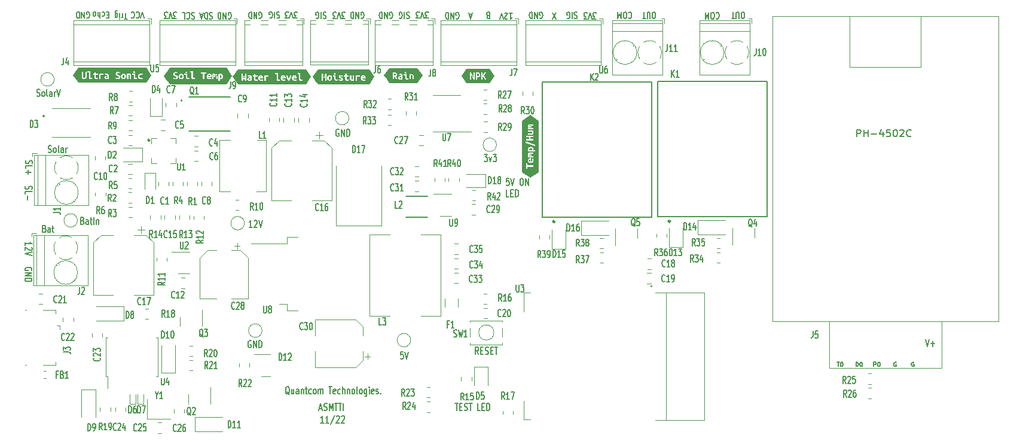
<source format=gbr>
G04 #@! TF.GenerationSoftware,KiCad,Pcbnew,(6.0.7-1)-1*
G04 #@! TF.CreationDate,2022-11-14T13:05:58+03:00*
G04 #@! TF.ProjectId,mkulima_hardware,6d6b756c-696d-4615-9f68-617264776172,rev?*
G04 #@! TF.SameCoordinates,Original*
G04 #@! TF.FileFunction,Legend,Top*
G04 #@! TF.FilePolarity,Positive*
%FSLAX46Y46*%
G04 Gerber Fmt 4.6, Leading zero omitted, Abs format (unit mm)*
G04 Created by KiCad (PCBNEW (6.0.7-1)-1) date 2022-11-14 13:05:58*
%MOMM*%
%LPD*%
G01*
G04 APERTURE LIST*
%ADD10C,0.150000*%
%ADD11C,0.120000*%
%ADD12C,0.200000*%
%ADD13C,0.100000*%
%ADD14C,0.127000*%
%ADD15C,0.300000*%
%ADD16C,0.254000*%
G04 APERTURE END LIST*
D10*
X146083333Y-67900000D02*
X146150000Y-67942857D01*
X146250000Y-67942857D01*
X146350000Y-67900000D01*
X146416666Y-67814285D01*
X146450000Y-67728571D01*
X146483333Y-67557142D01*
X146483333Y-67428571D01*
X146450000Y-67257142D01*
X146416666Y-67171428D01*
X146350000Y-67085714D01*
X146250000Y-67042857D01*
X146183333Y-67042857D01*
X146083333Y-67085714D01*
X146050000Y-67128571D01*
X146050000Y-67428571D01*
X146183333Y-67428571D01*
X145750000Y-67042857D02*
X145750000Y-67942857D01*
X145350000Y-67042857D01*
X145350000Y-67942857D01*
X145016666Y-67042857D02*
X145016666Y-67942857D01*
X144850000Y-67942857D01*
X144750000Y-67900000D01*
X144683333Y-67814285D01*
X144650000Y-67728571D01*
X144616666Y-67557142D01*
X144616666Y-67428571D01*
X144650000Y-67257142D01*
X144683333Y-67171428D01*
X144750000Y-67085714D01*
X144850000Y-67042857D01*
X145016666Y-67042857D01*
X130316666Y-67892857D02*
X129883333Y-67892857D01*
X130116666Y-67550000D01*
X130016666Y-67550000D01*
X129950000Y-67507142D01*
X129916666Y-67464285D01*
X129883333Y-67378571D01*
X129883333Y-67164285D01*
X129916666Y-67078571D01*
X129950000Y-67035714D01*
X130016666Y-66992857D01*
X130216666Y-66992857D01*
X130283333Y-67035714D01*
X130316666Y-67078571D01*
X129683333Y-67892857D02*
X129450000Y-66992857D01*
X129216666Y-67892857D01*
X129050000Y-67892857D02*
X128616666Y-67892857D01*
X128850000Y-67550000D01*
X128750000Y-67550000D01*
X128683333Y-67507142D01*
X128650000Y-67464285D01*
X128616666Y-67378571D01*
X128616666Y-67164285D01*
X128650000Y-67078571D01*
X128683333Y-67035714D01*
X128750000Y-66992857D01*
X128950000Y-66992857D01*
X129016666Y-67035714D01*
X129050000Y-67078571D01*
X138207142Y-87152380D02*
X138671428Y-87152380D01*
X138421428Y-87533333D01*
X138528571Y-87533333D01*
X138600000Y-87580952D01*
X138635714Y-87628571D01*
X138671428Y-87723809D01*
X138671428Y-87961904D01*
X138635714Y-88057142D01*
X138600000Y-88104761D01*
X138528571Y-88152380D01*
X138314285Y-88152380D01*
X138242857Y-88104761D01*
X138207142Y-88057142D01*
X138921428Y-87485714D02*
X139100000Y-88152380D01*
X139278571Y-87485714D01*
X139492857Y-87152380D02*
X139957142Y-87152380D01*
X139707142Y-87533333D01*
X139814285Y-87533333D01*
X139885714Y-87580952D01*
X139921428Y-87628571D01*
X139957142Y-87723809D01*
X139957142Y-87961904D01*
X139921428Y-88057142D01*
X139885714Y-88104761D01*
X139814285Y-88152380D01*
X139600000Y-88152380D01*
X139528571Y-88104761D01*
X139492857Y-88057142D01*
X73197619Y-100035714D02*
X73197619Y-99607142D01*
X73197619Y-99821428D02*
X74197619Y-99821428D01*
X74054761Y-99750000D01*
X73959523Y-99678571D01*
X73911904Y-99607142D01*
X74102380Y-100321428D02*
X74150000Y-100357142D01*
X74197619Y-100428571D01*
X74197619Y-100607142D01*
X74150000Y-100678571D01*
X74102380Y-100714285D01*
X74007142Y-100750000D01*
X73911904Y-100750000D01*
X73769047Y-100714285D01*
X73197619Y-100285714D01*
X73197619Y-100750000D01*
X74197619Y-100964285D02*
X73197619Y-101214285D01*
X74197619Y-101464285D01*
X81332142Y-96528571D02*
X81439285Y-96576190D01*
X81475000Y-96623809D01*
X81510714Y-96719047D01*
X81510714Y-96861904D01*
X81475000Y-96957142D01*
X81439285Y-97004761D01*
X81367857Y-97052380D01*
X81082142Y-97052380D01*
X81082142Y-96052380D01*
X81332142Y-96052380D01*
X81403571Y-96100000D01*
X81439285Y-96147619D01*
X81475000Y-96242857D01*
X81475000Y-96338095D01*
X81439285Y-96433333D01*
X81403571Y-96480952D01*
X81332142Y-96528571D01*
X81082142Y-96528571D01*
X82153571Y-97052380D02*
X82153571Y-96528571D01*
X82117857Y-96433333D01*
X82046428Y-96385714D01*
X81903571Y-96385714D01*
X81832142Y-96433333D01*
X82153571Y-97004761D02*
X82082142Y-97052380D01*
X81903571Y-97052380D01*
X81832142Y-97004761D01*
X81796428Y-96909523D01*
X81796428Y-96814285D01*
X81832142Y-96719047D01*
X81903571Y-96671428D01*
X82082142Y-96671428D01*
X82153571Y-96623809D01*
X82403571Y-96385714D02*
X82689285Y-96385714D01*
X82510714Y-96052380D02*
X82510714Y-96909523D01*
X82546428Y-97004761D01*
X82617857Y-97052380D01*
X82689285Y-97052380D01*
X82939285Y-97052380D02*
X82939285Y-96052380D01*
X83296428Y-96385714D02*
X83296428Y-97052380D01*
X83296428Y-96480952D02*
X83332142Y-96433333D01*
X83403571Y-96385714D01*
X83510714Y-96385714D01*
X83582142Y-96433333D01*
X83617857Y-96528571D01*
X83617857Y-97052380D01*
X114885714Y-123116666D02*
X115242857Y-123116666D01*
X114814285Y-123402380D02*
X115064285Y-122402380D01*
X115314285Y-123402380D01*
X115528571Y-123354761D02*
X115635714Y-123402380D01*
X115814285Y-123402380D01*
X115885714Y-123354761D01*
X115921428Y-123307142D01*
X115957142Y-123211904D01*
X115957142Y-123116666D01*
X115921428Y-123021428D01*
X115885714Y-122973809D01*
X115814285Y-122926190D01*
X115671428Y-122878571D01*
X115600000Y-122830952D01*
X115564285Y-122783333D01*
X115528571Y-122688095D01*
X115528571Y-122592857D01*
X115564285Y-122497619D01*
X115600000Y-122450000D01*
X115671428Y-122402380D01*
X115850000Y-122402380D01*
X115957142Y-122450000D01*
X116278571Y-123402380D02*
X116278571Y-122402380D01*
X116528571Y-123116666D01*
X116778571Y-122402380D01*
X116778571Y-123402380D01*
X117028571Y-122402380D02*
X117457142Y-122402380D01*
X117242857Y-123402380D02*
X117242857Y-122402380D01*
X117600000Y-122402380D02*
X118028571Y-122402380D01*
X117814285Y-123402380D02*
X117814285Y-122402380D01*
X118278571Y-123402380D02*
X118278571Y-122402380D01*
X99700000Y-67135714D02*
X99600000Y-67092857D01*
X99433333Y-67092857D01*
X99366666Y-67135714D01*
X99333333Y-67178571D01*
X99300000Y-67264285D01*
X99300000Y-67350000D01*
X99333333Y-67435714D01*
X99366666Y-67478571D01*
X99433333Y-67521428D01*
X99566666Y-67564285D01*
X99633333Y-67607142D01*
X99666666Y-67650000D01*
X99700000Y-67735714D01*
X99700000Y-67821428D01*
X99666666Y-67907142D01*
X99633333Y-67950000D01*
X99566666Y-67992857D01*
X99400000Y-67992857D01*
X99300000Y-67950000D01*
X99000000Y-67092857D02*
X99000000Y-67992857D01*
X98833333Y-67992857D01*
X98733333Y-67950000D01*
X98666666Y-67864285D01*
X98633333Y-67778571D01*
X98600000Y-67607142D01*
X98600000Y-67478571D01*
X98633333Y-67307142D01*
X98666666Y-67221428D01*
X98733333Y-67135714D01*
X98833333Y-67092857D01*
X99000000Y-67092857D01*
X98333333Y-67350000D02*
X98000000Y-67350000D01*
X98400000Y-67092857D02*
X98166666Y-67992857D01*
X97933333Y-67092857D01*
X87650000Y-68042857D02*
X87250000Y-68042857D01*
X87450000Y-67142857D02*
X87450000Y-68042857D01*
X87016666Y-67142857D02*
X87016666Y-67742857D01*
X87016666Y-67571428D02*
X86983333Y-67657142D01*
X86950000Y-67700000D01*
X86883333Y-67742857D01*
X86816666Y-67742857D01*
X86583333Y-67142857D02*
X86583333Y-67742857D01*
X86583333Y-68042857D02*
X86616666Y-68000000D01*
X86583333Y-67957142D01*
X86550000Y-68000000D01*
X86583333Y-68042857D01*
X86583333Y-67957142D01*
X85950000Y-67742857D02*
X85950000Y-67014285D01*
X85983333Y-66928571D01*
X86016666Y-66885714D01*
X86083333Y-66842857D01*
X86183333Y-66842857D01*
X86250000Y-66885714D01*
X85950000Y-67185714D02*
X86016666Y-67142857D01*
X86150000Y-67142857D01*
X86216666Y-67185714D01*
X86250000Y-67228571D01*
X86283333Y-67314285D01*
X86283333Y-67571428D01*
X86250000Y-67657142D01*
X86216666Y-67700000D01*
X86150000Y-67742857D01*
X86016666Y-67742857D01*
X85950000Y-67700000D01*
X174900000Y-67942857D02*
X174766666Y-67942857D01*
X174700000Y-67900000D01*
X174633333Y-67814285D01*
X174600000Y-67642857D01*
X174600000Y-67342857D01*
X174633333Y-67171428D01*
X174700000Y-67085714D01*
X174766666Y-67042857D01*
X174900000Y-67042857D01*
X174966666Y-67085714D01*
X175033333Y-67171428D01*
X175066666Y-67342857D01*
X175066666Y-67642857D01*
X175033333Y-67814285D01*
X174966666Y-67900000D01*
X174900000Y-67942857D01*
X174300000Y-67942857D02*
X174300000Y-67214285D01*
X174266666Y-67128571D01*
X174233333Y-67085714D01*
X174166666Y-67042857D01*
X174033333Y-67042857D01*
X173966666Y-67085714D01*
X173933333Y-67128571D01*
X173900000Y-67214285D01*
X173900000Y-67942857D01*
X173666666Y-67942857D02*
X173266666Y-67942857D01*
X173466666Y-67042857D02*
X173466666Y-67942857D01*
X94666666Y-67942857D02*
X94233333Y-67942857D01*
X94466666Y-67600000D01*
X94366666Y-67600000D01*
X94300000Y-67557142D01*
X94266666Y-67514285D01*
X94233333Y-67428571D01*
X94233333Y-67214285D01*
X94266666Y-67128571D01*
X94300000Y-67085714D01*
X94366666Y-67042857D01*
X94566666Y-67042857D01*
X94633333Y-67085714D01*
X94666666Y-67128571D01*
X94033333Y-67942857D02*
X93800000Y-67042857D01*
X93566666Y-67942857D01*
X93400000Y-67942857D02*
X92966666Y-67942857D01*
X93200000Y-67600000D01*
X93100000Y-67600000D01*
X93033333Y-67557142D01*
X93000000Y-67514285D01*
X92966666Y-67428571D01*
X92966666Y-67214285D01*
X93000000Y-67128571D01*
X93033333Y-67085714D01*
X93100000Y-67042857D01*
X93300000Y-67042857D01*
X93366666Y-67085714D01*
X93400000Y-67128571D01*
X85033333Y-67464285D02*
X84800000Y-67464285D01*
X84700000Y-66992857D02*
X85033333Y-66992857D01*
X85033333Y-67892857D01*
X84700000Y-67892857D01*
X84100000Y-67035714D02*
X84166666Y-66992857D01*
X84300000Y-66992857D01*
X84366666Y-67035714D01*
X84400000Y-67078571D01*
X84433333Y-67164285D01*
X84433333Y-67421428D01*
X84400000Y-67507142D01*
X84366666Y-67550000D01*
X84300000Y-67592857D01*
X84166666Y-67592857D01*
X84100000Y-67550000D01*
X83800000Y-66992857D02*
X83800000Y-67892857D01*
X83500000Y-66992857D02*
X83500000Y-67464285D01*
X83533333Y-67550000D01*
X83600000Y-67592857D01*
X83700000Y-67592857D01*
X83766666Y-67550000D01*
X83800000Y-67507142D01*
X83066666Y-66992857D02*
X83133333Y-67035714D01*
X83166666Y-67078571D01*
X83200000Y-67164285D01*
X83200000Y-67421428D01*
X83166666Y-67507142D01*
X83133333Y-67550000D01*
X83066666Y-67592857D01*
X82966666Y-67592857D01*
X82900000Y-67550000D01*
X82866666Y-67507142D01*
X82833333Y-67421428D01*
X82833333Y-67164285D01*
X82866666Y-67078571D01*
X82900000Y-67035714D01*
X82966666Y-66992857D01*
X83066666Y-66992857D01*
X136466666Y-67350000D02*
X136133333Y-67350000D01*
X136533333Y-67092857D02*
X136300000Y-67992857D01*
X136066666Y-67092857D01*
X171050000Y-67178571D02*
X171083333Y-67135714D01*
X171183333Y-67092857D01*
X171250000Y-67092857D01*
X171350000Y-67135714D01*
X171416666Y-67221428D01*
X171450000Y-67307142D01*
X171483333Y-67478571D01*
X171483333Y-67607142D01*
X171450000Y-67778571D01*
X171416666Y-67864285D01*
X171350000Y-67950000D01*
X171250000Y-67992857D01*
X171183333Y-67992857D01*
X171083333Y-67950000D01*
X171050000Y-67907142D01*
X170616666Y-67992857D02*
X170483333Y-67992857D01*
X170416666Y-67950000D01*
X170350000Y-67864285D01*
X170316666Y-67692857D01*
X170316666Y-67392857D01*
X170350000Y-67221428D01*
X170416666Y-67135714D01*
X170483333Y-67092857D01*
X170616666Y-67092857D01*
X170683333Y-67135714D01*
X170750000Y-67221428D01*
X170783333Y-67392857D01*
X170783333Y-67692857D01*
X170750000Y-67864285D01*
X170683333Y-67950000D01*
X170616666Y-67992857D01*
X170016666Y-67092857D02*
X170016666Y-67992857D01*
X169783333Y-67350000D01*
X169550000Y-67992857D01*
X169550000Y-67092857D01*
X74125000Y-103578571D02*
X74172619Y-103507142D01*
X74172619Y-103400000D01*
X74125000Y-103292857D01*
X74029761Y-103221428D01*
X73934523Y-103185714D01*
X73744047Y-103150000D01*
X73601190Y-103150000D01*
X73410714Y-103185714D01*
X73315476Y-103221428D01*
X73220238Y-103292857D01*
X73172619Y-103400000D01*
X73172619Y-103471428D01*
X73220238Y-103578571D01*
X73267857Y-103614285D01*
X73601190Y-103614285D01*
X73601190Y-103471428D01*
X73172619Y-103935714D02*
X74172619Y-103935714D01*
X73172619Y-104364285D01*
X74172619Y-104364285D01*
X73172619Y-104721428D02*
X74172619Y-104721428D01*
X74172619Y-104900000D01*
X74125000Y-105007142D01*
X74029761Y-105078571D01*
X73934523Y-105114285D01*
X73744047Y-105150000D01*
X73601190Y-105150000D01*
X73410714Y-105114285D01*
X73315476Y-105078571D01*
X73220238Y-105007142D01*
X73172619Y-104900000D01*
X73172619Y-104721428D01*
X73295238Y-88042857D02*
X73247619Y-88150000D01*
X73247619Y-88328571D01*
X73295238Y-88400000D01*
X73342857Y-88435714D01*
X73438095Y-88471428D01*
X73533333Y-88471428D01*
X73628571Y-88435714D01*
X73676190Y-88400000D01*
X73723809Y-88328571D01*
X73771428Y-88185714D01*
X73819047Y-88114285D01*
X73866666Y-88078571D01*
X73961904Y-88042857D01*
X74057142Y-88042857D01*
X74152380Y-88078571D01*
X74200000Y-88114285D01*
X74247619Y-88185714D01*
X74247619Y-88364285D01*
X74200000Y-88471428D01*
X73247619Y-89150000D02*
X73247619Y-88792857D01*
X74247619Y-88792857D01*
X73628571Y-89400000D02*
X73628571Y-89971428D01*
X73247619Y-89685714D02*
X74009523Y-89685714D01*
X106333333Y-67900000D02*
X106400000Y-67942857D01*
X106500000Y-67942857D01*
X106600000Y-67900000D01*
X106666666Y-67814285D01*
X106700000Y-67728571D01*
X106733333Y-67557142D01*
X106733333Y-67428571D01*
X106700000Y-67257142D01*
X106666666Y-67171428D01*
X106600000Y-67085714D01*
X106500000Y-67042857D01*
X106433333Y-67042857D01*
X106333333Y-67085714D01*
X106300000Y-67128571D01*
X106300000Y-67428571D01*
X106433333Y-67428571D01*
X106000000Y-67042857D02*
X106000000Y-67942857D01*
X105600000Y-67042857D01*
X105600000Y-67942857D01*
X105266666Y-67042857D02*
X105266666Y-67942857D01*
X105100000Y-67942857D01*
X105000000Y-67900000D01*
X104933333Y-67814285D01*
X104900000Y-67728571D01*
X104866666Y-67557142D01*
X104866666Y-67428571D01*
X104900000Y-67257142D01*
X104933333Y-67171428D01*
X105000000Y-67085714D01*
X105100000Y-67042857D01*
X105266666Y-67042857D01*
X115816666Y-67085714D02*
X115716666Y-67042857D01*
X115550000Y-67042857D01*
X115483333Y-67085714D01*
X115450000Y-67128571D01*
X115416666Y-67214285D01*
X115416666Y-67300000D01*
X115450000Y-67385714D01*
X115483333Y-67428571D01*
X115550000Y-67471428D01*
X115683333Y-67514285D01*
X115750000Y-67557142D01*
X115783333Y-67600000D01*
X115816666Y-67685714D01*
X115816666Y-67771428D01*
X115783333Y-67857142D01*
X115750000Y-67900000D01*
X115683333Y-67942857D01*
X115516666Y-67942857D01*
X115416666Y-67900000D01*
X115116666Y-67042857D02*
X115116666Y-67942857D01*
X114416666Y-67900000D02*
X114483333Y-67942857D01*
X114583333Y-67942857D01*
X114683333Y-67900000D01*
X114750000Y-67814285D01*
X114783333Y-67728571D01*
X114816666Y-67557142D01*
X114816666Y-67428571D01*
X114783333Y-67257142D01*
X114750000Y-67171428D01*
X114683333Y-67085714D01*
X114583333Y-67042857D01*
X114516666Y-67042857D01*
X114416666Y-67085714D01*
X114383333Y-67128571D01*
X114383333Y-67428571D01*
X114516666Y-67428571D01*
X105178571Y-113550000D02*
X105107142Y-113502380D01*
X105000000Y-113502380D01*
X104892857Y-113550000D01*
X104821428Y-113645238D01*
X104785714Y-113740476D01*
X104750000Y-113930952D01*
X104750000Y-114073809D01*
X104785714Y-114264285D01*
X104821428Y-114359523D01*
X104892857Y-114454761D01*
X105000000Y-114502380D01*
X105071428Y-114502380D01*
X105178571Y-114454761D01*
X105214285Y-114407142D01*
X105214285Y-114073809D01*
X105071428Y-114073809D01*
X105535714Y-114502380D02*
X105535714Y-113502380D01*
X105964285Y-114502380D01*
X105964285Y-113502380D01*
X106321428Y-114502380D02*
X106321428Y-113502380D01*
X106500000Y-113502380D01*
X106607142Y-113550000D01*
X106678571Y-113645238D01*
X106714285Y-113740476D01*
X106750000Y-113930952D01*
X106750000Y-114073809D01*
X106714285Y-114264285D01*
X106678571Y-114359523D01*
X106607142Y-114454761D01*
X106500000Y-114502380D01*
X106321428Y-114502380D01*
X117628571Y-83650000D02*
X117557142Y-83602380D01*
X117450000Y-83602380D01*
X117342857Y-83650000D01*
X117271428Y-83745238D01*
X117235714Y-83840476D01*
X117200000Y-84030952D01*
X117200000Y-84173809D01*
X117235714Y-84364285D01*
X117271428Y-84459523D01*
X117342857Y-84554761D01*
X117450000Y-84602380D01*
X117521428Y-84602380D01*
X117628571Y-84554761D01*
X117664285Y-84507142D01*
X117664285Y-84173809D01*
X117521428Y-84173809D01*
X117985714Y-84602380D02*
X117985714Y-83602380D01*
X118414285Y-84602380D01*
X118414285Y-83602380D01*
X118771428Y-84602380D02*
X118771428Y-83602380D01*
X118950000Y-83602380D01*
X119057142Y-83650000D01*
X119128571Y-83745238D01*
X119164285Y-83840476D01*
X119200000Y-84030952D01*
X119200000Y-84173809D01*
X119164285Y-84364285D01*
X119128571Y-84459523D01*
X119057142Y-84554761D01*
X118950000Y-84602380D01*
X118771428Y-84602380D01*
X105360714Y-97482380D02*
X104932142Y-97482380D01*
X105146428Y-97482380D02*
X105146428Y-96482380D01*
X105075000Y-96625238D01*
X105003571Y-96720476D01*
X104932142Y-96768095D01*
X105646428Y-96577619D02*
X105682142Y-96530000D01*
X105753571Y-96482380D01*
X105932142Y-96482380D01*
X106003571Y-96530000D01*
X106039285Y-96577619D01*
X106075000Y-96672857D01*
X106075000Y-96768095D01*
X106039285Y-96910952D01*
X105610714Y-97482380D01*
X106075000Y-97482380D01*
X106289285Y-96482380D02*
X106539285Y-97482380D01*
X106789285Y-96482380D01*
X74857142Y-78904761D02*
X74964285Y-78952380D01*
X75142857Y-78952380D01*
X75214285Y-78904761D01*
X75250000Y-78857142D01*
X75285714Y-78761904D01*
X75285714Y-78666666D01*
X75250000Y-78571428D01*
X75214285Y-78523809D01*
X75142857Y-78476190D01*
X75000000Y-78428571D01*
X74928571Y-78380952D01*
X74892857Y-78333333D01*
X74857142Y-78238095D01*
X74857142Y-78142857D01*
X74892857Y-78047619D01*
X74928571Y-78000000D01*
X75000000Y-77952380D01*
X75178571Y-77952380D01*
X75285714Y-78000000D01*
X75714285Y-78952380D02*
X75642857Y-78904761D01*
X75607142Y-78857142D01*
X75571428Y-78761904D01*
X75571428Y-78476190D01*
X75607142Y-78380952D01*
X75642857Y-78333333D01*
X75714285Y-78285714D01*
X75821428Y-78285714D01*
X75892857Y-78333333D01*
X75928571Y-78380952D01*
X75964285Y-78476190D01*
X75964285Y-78761904D01*
X75928571Y-78857142D01*
X75892857Y-78904761D01*
X75821428Y-78952380D01*
X75714285Y-78952380D01*
X76392857Y-78952380D02*
X76321428Y-78904761D01*
X76285714Y-78809523D01*
X76285714Y-77952380D01*
X77000000Y-78952380D02*
X77000000Y-78428571D01*
X76964285Y-78333333D01*
X76892857Y-78285714D01*
X76750000Y-78285714D01*
X76678571Y-78333333D01*
X77000000Y-78904761D02*
X76928571Y-78952380D01*
X76750000Y-78952380D01*
X76678571Y-78904761D01*
X76642857Y-78809523D01*
X76642857Y-78714285D01*
X76678571Y-78619047D01*
X76750000Y-78571428D01*
X76928571Y-78571428D01*
X77000000Y-78523809D01*
X77357142Y-78952380D02*
X77357142Y-78285714D01*
X77357142Y-78476190D02*
X77392857Y-78380952D01*
X77428571Y-78333333D01*
X77500000Y-78285714D01*
X77571428Y-78285714D01*
X77714285Y-77952380D02*
X77964285Y-78952380D01*
X78214285Y-77952380D01*
X97183333Y-67135714D02*
X97083333Y-67092857D01*
X96916666Y-67092857D01*
X96850000Y-67135714D01*
X96816666Y-67178571D01*
X96783333Y-67264285D01*
X96783333Y-67350000D01*
X96816666Y-67435714D01*
X96850000Y-67478571D01*
X96916666Y-67521428D01*
X97050000Y-67564285D01*
X97116666Y-67607142D01*
X97150000Y-67650000D01*
X97183333Y-67735714D01*
X97183333Y-67821428D01*
X97150000Y-67907142D01*
X97116666Y-67950000D01*
X97050000Y-67992857D01*
X96883333Y-67992857D01*
X96783333Y-67950000D01*
X96083333Y-67178571D02*
X96116666Y-67135714D01*
X96216666Y-67092857D01*
X96283333Y-67092857D01*
X96383333Y-67135714D01*
X96450000Y-67221428D01*
X96483333Y-67307142D01*
X96516666Y-67478571D01*
X96516666Y-67607142D01*
X96483333Y-67778571D01*
X96450000Y-67864285D01*
X96383333Y-67950000D01*
X96283333Y-67992857D01*
X96216666Y-67992857D01*
X96116666Y-67950000D01*
X96083333Y-67907142D01*
X95450000Y-67092857D02*
X95783333Y-67092857D01*
X95783333Y-67992857D01*
X118516666Y-67942857D02*
X118083333Y-67942857D01*
X118316666Y-67600000D01*
X118216666Y-67600000D01*
X118150000Y-67557142D01*
X118116666Y-67514285D01*
X118083333Y-67428571D01*
X118083333Y-67214285D01*
X118116666Y-67128571D01*
X118150000Y-67085714D01*
X118216666Y-67042857D01*
X118416666Y-67042857D01*
X118483333Y-67085714D01*
X118516666Y-67128571D01*
X117883333Y-67942857D02*
X117650000Y-67042857D01*
X117416666Y-67942857D01*
X117250000Y-67942857D02*
X116816666Y-67942857D01*
X117050000Y-67600000D01*
X116950000Y-67600000D01*
X116883333Y-67557142D01*
X116850000Y-67514285D01*
X116816666Y-67428571D01*
X116816666Y-67214285D01*
X116850000Y-67128571D01*
X116883333Y-67085714D01*
X116950000Y-67042857D01*
X117150000Y-67042857D01*
X117216666Y-67085714D01*
X117250000Y-67128571D01*
X162300000Y-67942857D02*
X162166666Y-67942857D01*
X162100000Y-67900000D01*
X162033333Y-67814285D01*
X162000000Y-67642857D01*
X162000000Y-67342857D01*
X162033333Y-67171428D01*
X162100000Y-67085714D01*
X162166666Y-67042857D01*
X162300000Y-67042857D01*
X162366666Y-67085714D01*
X162433333Y-67171428D01*
X162466666Y-67342857D01*
X162466666Y-67642857D01*
X162433333Y-67814285D01*
X162366666Y-67900000D01*
X162300000Y-67942857D01*
X161700000Y-67942857D02*
X161700000Y-67214285D01*
X161666666Y-67128571D01*
X161633333Y-67085714D01*
X161566666Y-67042857D01*
X161433333Y-67042857D01*
X161366666Y-67085714D01*
X161333333Y-67128571D01*
X161300000Y-67214285D01*
X161300000Y-67942857D01*
X161066666Y-67942857D02*
X160666666Y-67942857D01*
X160866666Y-67042857D02*
X160866666Y-67942857D01*
X120783333Y-67900000D02*
X120850000Y-67942857D01*
X120950000Y-67942857D01*
X121050000Y-67900000D01*
X121116666Y-67814285D01*
X121150000Y-67728571D01*
X121183333Y-67557142D01*
X121183333Y-67428571D01*
X121150000Y-67257142D01*
X121116666Y-67171428D01*
X121050000Y-67085714D01*
X120950000Y-67042857D01*
X120883333Y-67042857D01*
X120783333Y-67085714D01*
X120750000Y-67128571D01*
X120750000Y-67428571D01*
X120883333Y-67428571D01*
X120450000Y-67042857D02*
X120450000Y-67942857D01*
X120050000Y-67042857D01*
X120050000Y-67942857D01*
X119716666Y-67042857D02*
X119716666Y-67942857D01*
X119550000Y-67942857D01*
X119450000Y-67900000D01*
X119383333Y-67814285D01*
X119350000Y-67728571D01*
X119316666Y-67557142D01*
X119316666Y-67428571D01*
X119350000Y-67257142D01*
X119383333Y-67171428D01*
X119450000Y-67085714D01*
X119550000Y-67042857D01*
X119716666Y-67042857D01*
X76478571Y-86854761D02*
X76585714Y-86902380D01*
X76764285Y-86902380D01*
X76835714Y-86854761D01*
X76871428Y-86807142D01*
X76907142Y-86711904D01*
X76907142Y-86616666D01*
X76871428Y-86521428D01*
X76835714Y-86473809D01*
X76764285Y-86426190D01*
X76621428Y-86378571D01*
X76550000Y-86330952D01*
X76514285Y-86283333D01*
X76478571Y-86188095D01*
X76478571Y-86092857D01*
X76514285Y-85997619D01*
X76550000Y-85950000D01*
X76621428Y-85902380D01*
X76800000Y-85902380D01*
X76907142Y-85950000D01*
X77335714Y-86902380D02*
X77264285Y-86854761D01*
X77228571Y-86807142D01*
X77192857Y-86711904D01*
X77192857Y-86426190D01*
X77228571Y-86330952D01*
X77264285Y-86283333D01*
X77335714Y-86235714D01*
X77442857Y-86235714D01*
X77514285Y-86283333D01*
X77550000Y-86330952D01*
X77585714Y-86426190D01*
X77585714Y-86711904D01*
X77550000Y-86807142D01*
X77514285Y-86854761D01*
X77442857Y-86902380D01*
X77335714Y-86902380D01*
X78014285Y-86902380D02*
X77942857Y-86854761D01*
X77907142Y-86759523D01*
X77907142Y-85902380D01*
X78621428Y-86902380D02*
X78621428Y-86378571D01*
X78585714Y-86283333D01*
X78514285Y-86235714D01*
X78371428Y-86235714D01*
X78300000Y-86283333D01*
X78621428Y-86854761D02*
X78550000Y-86902380D01*
X78371428Y-86902380D01*
X78300000Y-86854761D01*
X78264285Y-86759523D01*
X78264285Y-86664285D01*
X78300000Y-86569047D01*
X78371428Y-86521428D01*
X78550000Y-86521428D01*
X78621428Y-86473809D01*
X78978571Y-86902380D02*
X78978571Y-86235714D01*
X78978571Y-86426190D02*
X79014285Y-86330952D01*
X79050000Y-86283333D01*
X79121428Y-86235714D01*
X79192857Y-86235714D01*
X124833333Y-67900000D02*
X124900000Y-67942857D01*
X125000000Y-67942857D01*
X125100000Y-67900000D01*
X125166666Y-67814285D01*
X125200000Y-67728571D01*
X125233333Y-67557142D01*
X125233333Y-67428571D01*
X125200000Y-67257142D01*
X125166666Y-67171428D01*
X125100000Y-67085714D01*
X125000000Y-67042857D01*
X124933333Y-67042857D01*
X124833333Y-67085714D01*
X124800000Y-67128571D01*
X124800000Y-67428571D01*
X124933333Y-67428571D01*
X124500000Y-67042857D02*
X124500000Y-67942857D01*
X124100000Y-67042857D01*
X124100000Y-67942857D01*
X123766666Y-67042857D02*
X123766666Y-67942857D01*
X123600000Y-67942857D01*
X123500000Y-67900000D01*
X123433333Y-67814285D01*
X123400000Y-67728571D01*
X123366666Y-67557142D01*
X123366666Y-67428571D01*
X123400000Y-67257142D01*
X123433333Y-67171428D01*
X123500000Y-67085714D01*
X123600000Y-67042857D01*
X123766666Y-67042857D01*
X126737142Y-115092380D02*
X126380000Y-115092380D01*
X126344285Y-115568571D01*
X126380000Y-115520952D01*
X126451428Y-115473333D01*
X126630000Y-115473333D01*
X126701428Y-115520952D01*
X126737142Y-115568571D01*
X126772857Y-115663809D01*
X126772857Y-115901904D01*
X126737142Y-115997142D01*
X126701428Y-116044761D01*
X126630000Y-116092380D01*
X126451428Y-116092380D01*
X126380000Y-116044761D01*
X126344285Y-115997142D01*
X126987142Y-115092380D02*
X127237142Y-116092380D01*
X127487142Y-115092380D01*
X158650000Y-67128571D02*
X158683333Y-67085714D01*
X158783333Y-67042857D01*
X158850000Y-67042857D01*
X158950000Y-67085714D01*
X159016666Y-67171428D01*
X159050000Y-67257142D01*
X159083333Y-67428571D01*
X159083333Y-67557142D01*
X159050000Y-67728571D01*
X159016666Y-67814285D01*
X158950000Y-67900000D01*
X158850000Y-67942857D01*
X158783333Y-67942857D01*
X158683333Y-67900000D01*
X158650000Y-67857142D01*
X158216666Y-67942857D02*
X158083333Y-67942857D01*
X158016666Y-67900000D01*
X157950000Y-67814285D01*
X157916666Y-67642857D01*
X157916666Y-67342857D01*
X157950000Y-67171428D01*
X158016666Y-67085714D01*
X158083333Y-67042857D01*
X158216666Y-67042857D01*
X158283333Y-67085714D01*
X158350000Y-67171428D01*
X158383333Y-67342857D01*
X158383333Y-67642857D01*
X158350000Y-67814285D01*
X158283333Y-67900000D01*
X158216666Y-67942857D01*
X157616666Y-67042857D02*
X157616666Y-67942857D01*
X157383333Y-67300000D01*
X157150000Y-67942857D01*
X157150000Y-67042857D01*
X109216666Y-67035714D02*
X109116666Y-66992857D01*
X108950000Y-66992857D01*
X108883333Y-67035714D01*
X108850000Y-67078571D01*
X108816666Y-67164285D01*
X108816666Y-67250000D01*
X108850000Y-67335714D01*
X108883333Y-67378571D01*
X108950000Y-67421428D01*
X109083333Y-67464285D01*
X109150000Y-67507142D01*
X109183333Y-67550000D01*
X109216666Y-67635714D01*
X109216666Y-67721428D01*
X109183333Y-67807142D01*
X109150000Y-67850000D01*
X109083333Y-67892857D01*
X108916666Y-67892857D01*
X108816666Y-67850000D01*
X108516666Y-66992857D02*
X108516666Y-67892857D01*
X107816666Y-67850000D02*
X107883333Y-67892857D01*
X107983333Y-67892857D01*
X108083333Y-67850000D01*
X108150000Y-67764285D01*
X108183333Y-67678571D01*
X108216666Y-67507142D01*
X108216666Y-67378571D01*
X108183333Y-67207142D01*
X108150000Y-67121428D01*
X108083333Y-67035714D01*
X107983333Y-66992857D01*
X107916666Y-66992857D01*
X107816666Y-67035714D01*
X107783333Y-67078571D01*
X107783333Y-67378571D01*
X107916666Y-67378571D01*
X134233333Y-67950000D02*
X134300000Y-67992857D01*
X134400000Y-67992857D01*
X134500000Y-67950000D01*
X134566666Y-67864285D01*
X134600000Y-67778571D01*
X134633333Y-67607142D01*
X134633333Y-67478571D01*
X134600000Y-67307142D01*
X134566666Y-67221428D01*
X134500000Y-67135714D01*
X134400000Y-67092857D01*
X134333333Y-67092857D01*
X134233333Y-67135714D01*
X134200000Y-67178571D01*
X134200000Y-67478571D01*
X134333333Y-67478571D01*
X133900000Y-67092857D02*
X133900000Y-67992857D01*
X133500000Y-67092857D01*
X133500000Y-67992857D01*
X133166666Y-67092857D02*
X133166666Y-67992857D01*
X133000000Y-67992857D01*
X132900000Y-67950000D01*
X132833333Y-67864285D01*
X132800000Y-67778571D01*
X132766666Y-67607142D01*
X132766666Y-67478571D01*
X132800000Y-67307142D01*
X132833333Y-67221428D01*
X132900000Y-67135714D01*
X133000000Y-67092857D01*
X133166666Y-67092857D01*
X138750000Y-67514285D02*
X138650000Y-67471428D01*
X138616666Y-67428571D01*
X138583333Y-67342857D01*
X138583333Y-67214285D01*
X138616666Y-67128571D01*
X138650000Y-67085714D01*
X138716666Y-67042857D01*
X138983333Y-67042857D01*
X138983333Y-67942857D01*
X138750000Y-67942857D01*
X138683333Y-67900000D01*
X138650000Y-67857142D01*
X138616666Y-67771428D01*
X138616666Y-67685714D01*
X138650000Y-67600000D01*
X138683333Y-67557142D01*
X138750000Y-67514285D01*
X138983333Y-67514285D01*
X151366666Y-67085714D02*
X151266666Y-67042857D01*
X151100000Y-67042857D01*
X151033333Y-67085714D01*
X151000000Y-67128571D01*
X150966666Y-67214285D01*
X150966666Y-67300000D01*
X151000000Y-67385714D01*
X151033333Y-67428571D01*
X151100000Y-67471428D01*
X151233333Y-67514285D01*
X151300000Y-67557142D01*
X151333333Y-67600000D01*
X151366666Y-67685714D01*
X151366666Y-67771428D01*
X151333333Y-67857142D01*
X151300000Y-67900000D01*
X151233333Y-67942857D01*
X151066666Y-67942857D01*
X150966666Y-67900000D01*
X150666666Y-67042857D02*
X150666666Y-67942857D01*
X149966666Y-67900000D02*
X150033333Y-67942857D01*
X150133333Y-67942857D01*
X150233333Y-67900000D01*
X150300000Y-67814285D01*
X150333333Y-67728571D01*
X150366666Y-67557142D01*
X150366666Y-67428571D01*
X150333333Y-67257142D01*
X150300000Y-67171428D01*
X150233333Y-67085714D01*
X150133333Y-67042857D01*
X150066666Y-67042857D01*
X149966666Y-67085714D01*
X149933333Y-67128571D01*
X149933333Y-67428571D01*
X150066666Y-67428571D01*
X127616666Y-67085714D02*
X127516666Y-67042857D01*
X127350000Y-67042857D01*
X127283333Y-67085714D01*
X127250000Y-67128571D01*
X127216666Y-67214285D01*
X127216666Y-67300000D01*
X127250000Y-67385714D01*
X127283333Y-67428571D01*
X127350000Y-67471428D01*
X127483333Y-67514285D01*
X127550000Y-67557142D01*
X127583333Y-67600000D01*
X127616666Y-67685714D01*
X127616666Y-67771428D01*
X127583333Y-67857142D01*
X127550000Y-67900000D01*
X127483333Y-67942857D01*
X127316666Y-67942857D01*
X127216666Y-67900000D01*
X126916666Y-67042857D02*
X126916666Y-67942857D01*
X126216666Y-67900000D02*
X126283333Y-67942857D01*
X126383333Y-67942857D01*
X126483333Y-67900000D01*
X126550000Y-67814285D01*
X126583333Y-67728571D01*
X126616666Y-67557142D01*
X126616666Y-67428571D01*
X126583333Y-67257142D01*
X126550000Y-67171428D01*
X126483333Y-67085714D01*
X126383333Y-67042857D01*
X126316666Y-67042857D01*
X126216666Y-67085714D01*
X126183333Y-67128571D01*
X126183333Y-67428571D01*
X126316666Y-67428571D01*
X90033333Y-67892857D02*
X89800000Y-66992857D01*
X89566666Y-67892857D01*
X88933333Y-67078571D02*
X88966666Y-67035714D01*
X89066666Y-66992857D01*
X89133333Y-66992857D01*
X89233333Y-67035714D01*
X89300000Y-67121428D01*
X89333333Y-67207142D01*
X89366666Y-67378571D01*
X89366666Y-67507142D01*
X89333333Y-67678571D01*
X89300000Y-67764285D01*
X89233333Y-67850000D01*
X89133333Y-67892857D01*
X89066666Y-67892857D01*
X88966666Y-67850000D01*
X88933333Y-67807142D01*
X88233333Y-67078571D02*
X88266666Y-67035714D01*
X88366666Y-66992857D01*
X88433333Y-66992857D01*
X88533333Y-67035714D01*
X88600000Y-67121428D01*
X88633333Y-67207142D01*
X88666666Y-67378571D01*
X88666666Y-67507142D01*
X88633333Y-67678571D01*
X88600000Y-67764285D01*
X88533333Y-67850000D01*
X88433333Y-67892857D01*
X88366666Y-67892857D01*
X88266666Y-67850000D01*
X88233333Y-67807142D01*
X148383333Y-67992857D02*
X147916666Y-67092857D01*
X147916666Y-67992857D02*
X148383333Y-67092857D01*
X141733214Y-90547380D02*
X141376071Y-90547380D01*
X141340357Y-91023571D01*
X141376071Y-90975952D01*
X141447500Y-90928333D01*
X141626071Y-90928333D01*
X141697500Y-90975952D01*
X141733214Y-91023571D01*
X141768928Y-91118809D01*
X141768928Y-91356904D01*
X141733214Y-91452142D01*
X141697500Y-91499761D01*
X141626071Y-91547380D01*
X141447500Y-91547380D01*
X141376071Y-91499761D01*
X141340357Y-91452142D01*
X141983214Y-90547380D02*
X142233214Y-91547380D01*
X142483214Y-90547380D01*
X143447500Y-90547380D02*
X143590357Y-90547380D01*
X143661785Y-90595000D01*
X143733214Y-90690238D01*
X143768928Y-90880714D01*
X143768928Y-91214047D01*
X143733214Y-91404523D01*
X143661785Y-91499761D01*
X143590357Y-91547380D01*
X143447500Y-91547380D01*
X143376071Y-91499761D01*
X143304642Y-91404523D01*
X143268928Y-91214047D01*
X143268928Y-90880714D01*
X143304642Y-90690238D01*
X143376071Y-90595000D01*
X143447500Y-90547380D01*
X144090357Y-91547380D02*
X144090357Y-90547380D01*
X144518928Y-91547380D01*
X144518928Y-90547380D01*
X141733214Y-93157380D02*
X141376071Y-93157380D01*
X141376071Y-92157380D01*
X141983214Y-92633571D02*
X142233214Y-92633571D01*
X142340357Y-93157380D02*
X141983214Y-93157380D01*
X141983214Y-92157380D01*
X142340357Y-92157380D01*
X142661785Y-93157380D02*
X142661785Y-92157380D01*
X142840357Y-92157380D01*
X142947500Y-92205000D01*
X143018928Y-92300238D01*
X143054642Y-92395476D01*
X143090357Y-92585952D01*
X143090357Y-92728809D01*
X143054642Y-92919285D01*
X143018928Y-93014523D01*
X142947500Y-93109761D01*
X142840357Y-93157380D01*
X142661785Y-93157380D01*
X137410714Y-115452380D02*
X137160714Y-114976190D01*
X136982142Y-115452380D02*
X136982142Y-114452380D01*
X137267857Y-114452380D01*
X137339285Y-114500000D01*
X137375000Y-114547619D01*
X137410714Y-114642857D01*
X137410714Y-114785714D01*
X137375000Y-114880952D01*
X137339285Y-114928571D01*
X137267857Y-114976190D01*
X136982142Y-114976190D01*
X137732142Y-114928571D02*
X137982142Y-114928571D01*
X138089285Y-115452380D02*
X137732142Y-115452380D01*
X137732142Y-114452380D01*
X138089285Y-114452380D01*
X138375000Y-115404761D02*
X138482142Y-115452380D01*
X138660714Y-115452380D01*
X138732142Y-115404761D01*
X138767857Y-115357142D01*
X138803571Y-115261904D01*
X138803571Y-115166666D01*
X138767857Y-115071428D01*
X138732142Y-115023809D01*
X138660714Y-114976190D01*
X138517857Y-114928571D01*
X138446428Y-114880952D01*
X138410714Y-114833333D01*
X138375000Y-114738095D01*
X138375000Y-114642857D01*
X138410714Y-114547619D01*
X138446428Y-114500000D01*
X138517857Y-114452380D01*
X138696428Y-114452380D01*
X138803571Y-114500000D01*
X139125000Y-114928571D02*
X139375000Y-114928571D01*
X139482142Y-115452380D02*
X139125000Y-115452380D01*
X139125000Y-114452380D01*
X139482142Y-114452380D01*
X139696428Y-114452380D02*
X140125000Y-114452380D01*
X139910714Y-115452380D02*
X139910714Y-114452380D01*
X101983333Y-67950000D02*
X102050000Y-67992857D01*
X102150000Y-67992857D01*
X102250000Y-67950000D01*
X102316666Y-67864285D01*
X102350000Y-67778571D01*
X102383333Y-67607142D01*
X102383333Y-67478571D01*
X102350000Y-67307142D01*
X102316666Y-67221428D01*
X102250000Y-67135714D01*
X102150000Y-67092857D01*
X102083333Y-67092857D01*
X101983333Y-67135714D01*
X101950000Y-67178571D01*
X101950000Y-67478571D01*
X102083333Y-67478571D01*
X101650000Y-67092857D02*
X101650000Y-67992857D01*
X101250000Y-67092857D01*
X101250000Y-67992857D01*
X100916666Y-67092857D02*
X100916666Y-67992857D01*
X100750000Y-67992857D01*
X100650000Y-67950000D01*
X100583333Y-67864285D01*
X100550000Y-67778571D01*
X100516666Y-67607142D01*
X100516666Y-67478571D01*
X100550000Y-67307142D01*
X100583333Y-67221428D01*
X100650000Y-67135714D01*
X100750000Y-67092857D01*
X100916666Y-67092857D01*
X75950000Y-97678571D02*
X76057142Y-97726190D01*
X76092857Y-97773809D01*
X76128571Y-97869047D01*
X76128571Y-98011904D01*
X76092857Y-98107142D01*
X76057142Y-98154761D01*
X75985714Y-98202380D01*
X75700000Y-98202380D01*
X75700000Y-97202380D01*
X75950000Y-97202380D01*
X76021428Y-97250000D01*
X76057142Y-97297619D01*
X76092857Y-97392857D01*
X76092857Y-97488095D01*
X76057142Y-97583333D01*
X76021428Y-97630952D01*
X75950000Y-97678571D01*
X75700000Y-97678571D01*
X76771428Y-98202380D02*
X76771428Y-97678571D01*
X76735714Y-97583333D01*
X76664285Y-97535714D01*
X76521428Y-97535714D01*
X76450000Y-97583333D01*
X76771428Y-98154761D02*
X76700000Y-98202380D01*
X76521428Y-98202380D01*
X76450000Y-98154761D01*
X76414285Y-98059523D01*
X76414285Y-97964285D01*
X76450000Y-97869047D01*
X76521428Y-97821428D01*
X76700000Y-97821428D01*
X76771428Y-97773809D01*
X77021428Y-97535714D02*
X77307142Y-97535714D01*
X77128571Y-97202380D02*
X77128571Y-98059523D01*
X77164285Y-98154761D01*
X77235714Y-98202380D01*
X77307142Y-98202380D01*
X81933333Y-67850000D02*
X82000000Y-67892857D01*
X82100000Y-67892857D01*
X82200000Y-67850000D01*
X82266666Y-67764285D01*
X82300000Y-67678571D01*
X82333333Y-67507142D01*
X82333333Y-67378571D01*
X82300000Y-67207142D01*
X82266666Y-67121428D01*
X82200000Y-67035714D01*
X82100000Y-66992857D01*
X82033333Y-66992857D01*
X81933333Y-67035714D01*
X81900000Y-67078571D01*
X81900000Y-67378571D01*
X82033333Y-67378571D01*
X81600000Y-66992857D02*
X81600000Y-67892857D01*
X81200000Y-66992857D01*
X81200000Y-67892857D01*
X80866666Y-66992857D02*
X80866666Y-67892857D01*
X80700000Y-67892857D01*
X80600000Y-67850000D01*
X80533333Y-67764285D01*
X80500000Y-67678571D01*
X80466666Y-67507142D01*
X80466666Y-67378571D01*
X80500000Y-67207142D01*
X80533333Y-67121428D01*
X80600000Y-67035714D01*
X80700000Y-66992857D01*
X80866666Y-66992857D01*
X154066666Y-67992857D02*
X153633333Y-67992857D01*
X153866666Y-67650000D01*
X153766666Y-67650000D01*
X153700000Y-67607142D01*
X153666666Y-67564285D01*
X153633333Y-67478571D01*
X153633333Y-67264285D01*
X153666666Y-67178571D01*
X153700000Y-67135714D01*
X153766666Y-67092857D01*
X153966666Y-67092857D01*
X154033333Y-67135714D01*
X154066666Y-67178571D01*
X153433333Y-67992857D02*
X153200000Y-67092857D01*
X152966666Y-67992857D01*
X152800000Y-67992857D02*
X152366666Y-67992857D01*
X152600000Y-67650000D01*
X152500000Y-67650000D01*
X152433333Y-67607142D01*
X152400000Y-67564285D01*
X152366666Y-67478571D01*
X152366666Y-67264285D01*
X152400000Y-67178571D01*
X152433333Y-67135714D01*
X152500000Y-67092857D01*
X152700000Y-67092857D01*
X152766666Y-67135714D01*
X152800000Y-67178571D01*
X73245238Y-91667857D02*
X73197619Y-91775000D01*
X73197619Y-91953571D01*
X73245238Y-92025000D01*
X73292857Y-92060714D01*
X73388095Y-92096428D01*
X73483333Y-92096428D01*
X73578571Y-92060714D01*
X73626190Y-92025000D01*
X73673809Y-91953571D01*
X73721428Y-91810714D01*
X73769047Y-91739285D01*
X73816666Y-91703571D01*
X73911904Y-91667857D01*
X74007142Y-91667857D01*
X74102380Y-91703571D01*
X74150000Y-91739285D01*
X74197619Y-91810714D01*
X74197619Y-91989285D01*
X74150000Y-92096428D01*
X73197619Y-92775000D02*
X73197619Y-92417857D01*
X74197619Y-92417857D01*
X73578571Y-93025000D02*
X73578571Y-93596428D01*
X134100000Y-122402380D02*
X134528571Y-122402380D01*
X134314285Y-123402380D02*
X134314285Y-122402380D01*
X134778571Y-122878571D02*
X135028571Y-122878571D01*
X135135714Y-123402380D02*
X134778571Y-123402380D01*
X134778571Y-122402380D01*
X135135714Y-122402380D01*
X135421428Y-123354761D02*
X135528571Y-123402380D01*
X135707142Y-123402380D01*
X135778571Y-123354761D01*
X135814285Y-123307142D01*
X135850000Y-123211904D01*
X135850000Y-123116666D01*
X135814285Y-123021428D01*
X135778571Y-122973809D01*
X135707142Y-122926190D01*
X135564285Y-122878571D01*
X135492857Y-122830952D01*
X135457142Y-122783333D01*
X135421428Y-122688095D01*
X135421428Y-122592857D01*
X135457142Y-122497619D01*
X135492857Y-122450000D01*
X135564285Y-122402380D01*
X135742857Y-122402380D01*
X135850000Y-122450000D01*
X136064285Y-122402380D02*
X136492857Y-122402380D01*
X136278571Y-123402380D02*
X136278571Y-122402380D01*
X137671428Y-123402380D02*
X137314285Y-123402380D01*
X137314285Y-122402380D01*
X137921428Y-122878571D02*
X138171428Y-122878571D01*
X138278571Y-123402380D02*
X137921428Y-123402380D01*
X137921428Y-122402380D01*
X138278571Y-122402380D01*
X138600000Y-123402380D02*
X138600000Y-122402380D01*
X138778571Y-122402380D01*
X138885714Y-122450000D01*
X138957142Y-122545238D01*
X138992857Y-122640476D01*
X139028571Y-122830952D01*
X139028571Y-122973809D01*
X138992857Y-123164285D01*
X138957142Y-123259523D01*
X138885714Y-123354761D01*
X138778571Y-123402380D01*
X138600000Y-123402380D01*
X110653571Y-121147619D02*
X110582142Y-121100000D01*
X110510714Y-121004761D01*
X110403571Y-120861904D01*
X110332142Y-120814285D01*
X110260714Y-120814285D01*
X110296428Y-121052380D02*
X110225000Y-121004761D01*
X110153571Y-120909523D01*
X110117857Y-120719047D01*
X110117857Y-120385714D01*
X110153571Y-120195238D01*
X110225000Y-120100000D01*
X110296428Y-120052380D01*
X110439285Y-120052380D01*
X110510714Y-120100000D01*
X110582142Y-120195238D01*
X110617857Y-120385714D01*
X110617857Y-120719047D01*
X110582142Y-120909523D01*
X110510714Y-121004761D01*
X110439285Y-121052380D01*
X110296428Y-121052380D01*
X111260714Y-120385714D02*
X111260714Y-121052380D01*
X110939285Y-120385714D02*
X110939285Y-120909523D01*
X110975000Y-121004761D01*
X111046428Y-121052380D01*
X111153571Y-121052380D01*
X111225000Y-121004761D01*
X111260714Y-120957142D01*
X111939285Y-121052380D02*
X111939285Y-120528571D01*
X111903571Y-120433333D01*
X111832142Y-120385714D01*
X111689285Y-120385714D01*
X111617857Y-120433333D01*
X111939285Y-121004761D02*
X111867857Y-121052380D01*
X111689285Y-121052380D01*
X111617857Y-121004761D01*
X111582142Y-120909523D01*
X111582142Y-120814285D01*
X111617857Y-120719047D01*
X111689285Y-120671428D01*
X111867857Y-120671428D01*
X111939285Y-120623809D01*
X112296428Y-120385714D02*
X112296428Y-121052380D01*
X112296428Y-120480952D02*
X112332142Y-120433333D01*
X112403571Y-120385714D01*
X112510714Y-120385714D01*
X112582142Y-120433333D01*
X112617857Y-120528571D01*
X112617857Y-121052380D01*
X112867857Y-120385714D02*
X113153571Y-120385714D01*
X112975000Y-120052380D02*
X112975000Y-120909523D01*
X113010714Y-121004761D01*
X113082142Y-121052380D01*
X113153571Y-121052380D01*
X113725000Y-121004761D02*
X113653571Y-121052380D01*
X113510714Y-121052380D01*
X113439285Y-121004761D01*
X113403571Y-120957142D01*
X113367857Y-120861904D01*
X113367857Y-120576190D01*
X113403571Y-120480952D01*
X113439285Y-120433333D01*
X113510714Y-120385714D01*
X113653571Y-120385714D01*
X113725000Y-120433333D01*
X114153571Y-121052380D02*
X114082142Y-121004761D01*
X114046428Y-120957142D01*
X114010714Y-120861904D01*
X114010714Y-120576190D01*
X114046428Y-120480952D01*
X114082142Y-120433333D01*
X114153571Y-120385714D01*
X114260714Y-120385714D01*
X114332142Y-120433333D01*
X114367857Y-120480952D01*
X114403571Y-120576190D01*
X114403571Y-120861904D01*
X114367857Y-120957142D01*
X114332142Y-121004761D01*
X114260714Y-121052380D01*
X114153571Y-121052380D01*
X114725000Y-121052380D02*
X114725000Y-120385714D01*
X114725000Y-120480952D02*
X114760714Y-120433333D01*
X114832142Y-120385714D01*
X114939285Y-120385714D01*
X115010714Y-120433333D01*
X115046428Y-120528571D01*
X115046428Y-121052380D01*
X115046428Y-120528571D02*
X115082142Y-120433333D01*
X115153571Y-120385714D01*
X115260714Y-120385714D01*
X115332142Y-120433333D01*
X115367857Y-120528571D01*
X115367857Y-121052380D01*
X116189285Y-120052380D02*
X116617857Y-120052380D01*
X116403571Y-121052380D02*
X116403571Y-120052380D01*
X117153571Y-121004761D02*
X117082142Y-121052380D01*
X116939285Y-121052380D01*
X116867857Y-121004761D01*
X116832142Y-120909523D01*
X116832142Y-120528571D01*
X116867857Y-120433333D01*
X116939285Y-120385714D01*
X117082142Y-120385714D01*
X117153571Y-120433333D01*
X117189285Y-120528571D01*
X117189285Y-120623809D01*
X116832142Y-120719047D01*
X117832142Y-121004761D02*
X117760714Y-121052380D01*
X117617857Y-121052380D01*
X117546428Y-121004761D01*
X117510714Y-120957142D01*
X117475000Y-120861904D01*
X117475000Y-120576190D01*
X117510714Y-120480952D01*
X117546428Y-120433333D01*
X117617857Y-120385714D01*
X117760714Y-120385714D01*
X117832142Y-120433333D01*
X118153571Y-121052380D02*
X118153571Y-120052380D01*
X118475000Y-121052380D02*
X118475000Y-120528571D01*
X118439285Y-120433333D01*
X118367857Y-120385714D01*
X118260714Y-120385714D01*
X118189285Y-120433333D01*
X118153571Y-120480952D01*
X118832142Y-120385714D02*
X118832142Y-121052380D01*
X118832142Y-120480952D02*
X118867857Y-120433333D01*
X118939285Y-120385714D01*
X119046428Y-120385714D01*
X119117857Y-120433333D01*
X119153571Y-120528571D01*
X119153571Y-121052380D01*
X119617857Y-121052380D02*
X119546428Y-121004761D01*
X119510714Y-120957142D01*
X119475000Y-120861904D01*
X119475000Y-120576190D01*
X119510714Y-120480952D01*
X119546428Y-120433333D01*
X119617857Y-120385714D01*
X119725000Y-120385714D01*
X119796428Y-120433333D01*
X119832142Y-120480952D01*
X119867857Y-120576190D01*
X119867857Y-120861904D01*
X119832142Y-120957142D01*
X119796428Y-121004761D01*
X119725000Y-121052380D01*
X119617857Y-121052380D01*
X120296428Y-121052380D02*
X120225000Y-121004761D01*
X120189285Y-120909523D01*
X120189285Y-120052380D01*
X120689285Y-121052380D02*
X120617857Y-121004761D01*
X120582142Y-120957142D01*
X120546428Y-120861904D01*
X120546428Y-120576190D01*
X120582142Y-120480952D01*
X120617857Y-120433333D01*
X120689285Y-120385714D01*
X120796428Y-120385714D01*
X120867857Y-120433333D01*
X120903571Y-120480952D01*
X120939285Y-120576190D01*
X120939285Y-120861904D01*
X120903571Y-120957142D01*
X120867857Y-121004761D01*
X120796428Y-121052380D01*
X120689285Y-121052380D01*
X121582142Y-120385714D02*
X121582142Y-121195238D01*
X121546428Y-121290476D01*
X121510714Y-121338095D01*
X121439285Y-121385714D01*
X121332142Y-121385714D01*
X121260714Y-121338095D01*
X121582142Y-121004761D02*
X121510714Y-121052380D01*
X121367857Y-121052380D01*
X121296428Y-121004761D01*
X121260714Y-120957142D01*
X121225000Y-120861904D01*
X121225000Y-120576190D01*
X121260714Y-120480952D01*
X121296428Y-120433333D01*
X121367857Y-120385714D01*
X121510714Y-120385714D01*
X121582142Y-120433333D01*
X121939285Y-121052380D02*
X121939285Y-120385714D01*
X121939285Y-120052380D02*
X121903571Y-120100000D01*
X121939285Y-120147619D01*
X121975000Y-120100000D01*
X121939285Y-120052380D01*
X121939285Y-120147619D01*
X122582142Y-121004761D02*
X122510714Y-121052380D01*
X122367857Y-121052380D01*
X122296428Y-121004761D01*
X122260714Y-120909523D01*
X122260714Y-120528571D01*
X122296428Y-120433333D01*
X122367857Y-120385714D01*
X122510714Y-120385714D01*
X122582142Y-120433333D01*
X122617857Y-120528571D01*
X122617857Y-120623809D01*
X122260714Y-120719047D01*
X122903571Y-121004761D02*
X122975000Y-121052380D01*
X123117857Y-121052380D01*
X123189285Y-121004761D01*
X123225000Y-120909523D01*
X123225000Y-120861904D01*
X123189285Y-120766666D01*
X123117857Y-120719047D01*
X123010714Y-120719047D01*
X122939285Y-120671428D01*
X122903571Y-120576190D01*
X122903571Y-120528571D01*
X122939285Y-120433333D01*
X123010714Y-120385714D01*
X123117857Y-120385714D01*
X123189285Y-120433333D01*
X123546428Y-120957142D02*
X123582142Y-121004761D01*
X123546428Y-121052380D01*
X123510714Y-121004761D01*
X123546428Y-120957142D01*
X123546428Y-121052380D01*
X141783333Y-67142857D02*
X142183333Y-67142857D01*
X141983333Y-67142857D02*
X141983333Y-68042857D01*
X142050000Y-67914285D01*
X142116666Y-67828571D01*
X142183333Y-67785714D01*
X141516666Y-67957142D02*
X141483333Y-68000000D01*
X141416666Y-68042857D01*
X141250000Y-68042857D01*
X141183333Y-68000000D01*
X141150000Y-67957142D01*
X141116666Y-67871428D01*
X141116666Y-67785714D01*
X141150000Y-67657142D01*
X141550000Y-67142857D01*
X141116666Y-67142857D01*
X140916666Y-68042857D02*
X140683333Y-67142857D01*
X140450000Y-68042857D01*
X115500000Y-125152380D02*
X115071428Y-125152380D01*
X115285714Y-125152380D02*
X115285714Y-124152380D01*
X115214285Y-124295238D01*
X115142857Y-124390476D01*
X115071428Y-124438095D01*
X116214285Y-125152380D02*
X115785714Y-125152380D01*
X116000000Y-125152380D02*
X116000000Y-124152380D01*
X115928571Y-124295238D01*
X115857142Y-124390476D01*
X115785714Y-124438095D01*
X117071428Y-124104761D02*
X116428571Y-125390476D01*
X117285714Y-124247619D02*
X117321428Y-124200000D01*
X117392857Y-124152380D01*
X117571428Y-124152380D01*
X117642857Y-124200000D01*
X117678571Y-124247619D01*
X117714285Y-124342857D01*
X117714285Y-124438095D01*
X117678571Y-124580952D01*
X117250000Y-125152380D01*
X117714285Y-125152380D01*
X118000000Y-124247619D02*
X118035714Y-124200000D01*
X118107142Y-124152380D01*
X118285714Y-124152380D01*
X118357142Y-124200000D01*
X118392857Y-124247619D01*
X118428571Y-124342857D01*
X118428571Y-124438095D01*
X118392857Y-124580952D01*
X117964285Y-125152380D01*
X118428571Y-125152380D01*
X111766666Y-67892857D02*
X111333333Y-67892857D01*
X111566666Y-67550000D01*
X111466666Y-67550000D01*
X111400000Y-67507142D01*
X111366666Y-67464285D01*
X111333333Y-67378571D01*
X111333333Y-67164285D01*
X111366666Y-67078571D01*
X111400000Y-67035714D01*
X111466666Y-66992857D01*
X111666666Y-66992857D01*
X111733333Y-67035714D01*
X111766666Y-67078571D01*
X111133333Y-67892857D02*
X110900000Y-66992857D01*
X110666666Y-67892857D01*
X110500000Y-67892857D02*
X110066666Y-67892857D01*
X110300000Y-67550000D01*
X110200000Y-67550000D01*
X110133333Y-67507142D01*
X110100000Y-67464285D01*
X110066666Y-67378571D01*
X110066666Y-67164285D01*
X110100000Y-67078571D01*
X110133333Y-67035714D01*
X110200000Y-66992857D01*
X110400000Y-66992857D01*
X110466666Y-67035714D01*
X110500000Y-67078571D01*
X168080000Y-100094880D02*
X167846666Y-99618690D01*
X167680000Y-100094880D02*
X167680000Y-99094880D01*
X167946666Y-99094880D01*
X168013333Y-99142500D01*
X168046666Y-99190119D01*
X168080000Y-99285357D01*
X168080000Y-99428214D01*
X168046666Y-99523452D01*
X168013333Y-99571071D01*
X167946666Y-99618690D01*
X167680000Y-99618690D01*
X168313333Y-99094880D02*
X168746666Y-99094880D01*
X168513333Y-99475833D01*
X168613333Y-99475833D01*
X168680000Y-99523452D01*
X168713333Y-99571071D01*
X168746666Y-99666309D01*
X168746666Y-99904404D01*
X168713333Y-99999642D01*
X168680000Y-100047261D01*
X168613333Y-100094880D01*
X168413333Y-100094880D01*
X168346666Y-100047261D01*
X168313333Y-99999642D01*
X169380000Y-99094880D02*
X169046666Y-99094880D01*
X169013333Y-99571071D01*
X169046666Y-99523452D01*
X169113333Y-99475833D01*
X169280000Y-99475833D01*
X169346666Y-99523452D01*
X169380000Y-99571071D01*
X169413333Y-99666309D01*
X169413333Y-99904404D01*
X169380000Y-99999642D01*
X169346666Y-100047261D01*
X169280000Y-100094880D01*
X169113333Y-100094880D01*
X169046666Y-100047261D01*
X169013333Y-99999642D01*
X119570000Y-86892380D02*
X119570000Y-85892380D01*
X119736666Y-85892380D01*
X119836666Y-85940000D01*
X119903333Y-86035238D01*
X119936666Y-86130476D01*
X119970000Y-86320952D01*
X119970000Y-86463809D01*
X119936666Y-86654285D01*
X119903333Y-86749523D01*
X119836666Y-86844761D01*
X119736666Y-86892380D01*
X119570000Y-86892380D01*
X120636666Y-86892380D02*
X120236666Y-86892380D01*
X120436666Y-86892380D02*
X120436666Y-85892380D01*
X120370000Y-86035238D01*
X120303333Y-86130476D01*
X120236666Y-86178095D01*
X120870000Y-85892380D02*
X121336666Y-85892380D01*
X121036666Y-86892380D01*
X184766666Y-112152380D02*
X184766666Y-112866666D01*
X184733333Y-113009523D01*
X184666666Y-113104761D01*
X184566666Y-113152380D01*
X184500000Y-113152380D01*
X185433333Y-112152380D02*
X185100000Y-112152380D01*
X185066666Y-112628571D01*
X185100000Y-112580952D01*
X185166666Y-112533333D01*
X185333333Y-112533333D01*
X185400000Y-112580952D01*
X185433333Y-112628571D01*
X185466666Y-112723809D01*
X185466666Y-112961904D01*
X185433333Y-113057142D01*
X185400000Y-113104761D01*
X185333333Y-113152380D01*
X185166666Y-113152380D01*
X185100000Y-113104761D01*
X185066666Y-113057142D01*
X190990476Y-84652380D02*
X190990476Y-83652380D01*
X191371428Y-83652380D01*
X191466666Y-83700000D01*
X191514285Y-83747619D01*
X191561904Y-83842857D01*
X191561904Y-83985714D01*
X191514285Y-84080952D01*
X191466666Y-84128571D01*
X191371428Y-84176190D01*
X190990476Y-84176190D01*
X191990476Y-84652380D02*
X191990476Y-83652380D01*
X191990476Y-84128571D02*
X192561904Y-84128571D01*
X192561904Y-84652380D02*
X192561904Y-83652380D01*
X193038095Y-84271428D02*
X193800000Y-84271428D01*
X194704761Y-83985714D02*
X194704761Y-84652380D01*
X194466666Y-83604761D02*
X194228571Y-84319047D01*
X194847619Y-84319047D01*
X195704761Y-83652380D02*
X195228571Y-83652380D01*
X195180952Y-84128571D01*
X195228571Y-84080952D01*
X195323809Y-84033333D01*
X195561904Y-84033333D01*
X195657142Y-84080952D01*
X195704761Y-84128571D01*
X195752380Y-84223809D01*
X195752380Y-84461904D01*
X195704761Y-84557142D01*
X195657142Y-84604761D01*
X195561904Y-84652380D01*
X195323809Y-84652380D01*
X195228571Y-84604761D01*
X195180952Y-84557142D01*
X196371428Y-83652380D02*
X196466666Y-83652380D01*
X196561904Y-83700000D01*
X196609523Y-83747619D01*
X196657142Y-83842857D01*
X196704761Y-84033333D01*
X196704761Y-84271428D01*
X196657142Y-84461904D01*
X196609523Y-84557142D01*
X196561904Y-84604761D01*
X196466666Y-84652380D01*
X196371428Y-84652380D01*
X196276190Y-84604761D01*
X196228571Y-84557142D01*
X196180952Y-84461904D01*
X196133333Y-84271428D01*
X196133333Y-84033333D01*
X196180952Y-83842857D01*
X196228571Y-83747619D01*
X196276190Y-83700000D01*
X196371428Y-83652380D01*
X197085714Y-83747619D02*
X197133333Y-83700000D01*
X197228571Y-83652380D01*
X197466666Y-83652380D01*
X197561904Y-83700000D01*
X197609523Y-83747619D01*
X197657142Y-83842857D01*
X197657142Y-83938095D01*
X197609523Y-84080952D01*
X197038095Y-84652380D01*
X197657142Y-84652380D01*
X198657142Y-84557142D02*
X198609523Y-84604761D01*
X198466666Y-84652380D01*
X198371428Y-84652380D01*
X198228571Y-84604761D01*
X198133333Y-84509523D01*
X198085714Y-84414285D01*
X198038095Y-84223809D01*
X198038095Y-84080952D01*
X198085714Y-83890476D01*
X198133333Y-83795238D01*
X198228571Y-83700000D01*
X198371428Y-83652380D01*
X198466666Y-83652380D01*
X198609523Y-83700000D01*
X198657142Y-83747619D01*
X200685714Y-113302380D02*
X200935714Y-114302380D01*
X201185714Y-113302380D01*
X201435714Y-113921428D02*
X202007142Y-113921428D01*
X201721428Y-114302380D02*
X201721428Y-113540476D01*
X190857142Y-117171428D02*
X190857142Y-116571428D01*
X191000000Y-116571428D01*
X191085714Y-116600000D01*
X191142857Y-116657142D01*
X191171428Y-116714285D01*
X191200000Y-116828571D01*
X191200000Y-116914285D01*
X191171428Y-117028571D01*
X191142857Y-117085714D01*
X191085714Y-117142857D01*
X191000000Y-117171428D01*
X190857142Y-117171428D01*
X191571428Y-116571428D02*
X191628571Y-116571428D01*
X191685714Y-116600000D01*
X191714285Y-116628571D01*
X191742857Y-116685714D01*
X191771428Y-116800000D01*
X191771428Y-116942857D01*
X191742857Y-117057142D01*
X191714285Y-117114285D01*
X191685714Y-117142857D01*
X191628571Y-117171428D01*
X191571428Y-117171428D01*
X191514285Y-117142857D01*
X191485714Y-117114285D01*
X191457142Y-117057142D01*
X191428571Y-116942857D01*
X191428571Y-116800000D01*
X191457142Y-116685714D01*
X191485714Y-116628571D01*
X191514285Y-116600000D01*
X191571428Y-116571428D01*
X199057142Y-116600000D02*
X199000000Y-116571428D01*
X198914285Y-116571428D01*
X198828571Y-116600000D01*
X198771428Y-116657142D01*
X198742857Y-116714285D01*
X198714285Y-116828571D01*
X198714285Y-116914285D01*
X198742857Y-117028571D01*
X198771428Y-117085714D01*
X198828571Y-117142857D01*
X198914285Y-117171428D01*
X198971428Y-117171428D01*
X199057142Y-117142857D01*
X199085714Y-117114285D01*
X199085714Y-116914285D01*
X198971428Y-116914285D01*
X196557142Y-116600000D02*
X196500000Y-116571428D01*
X196414285Y-116571428D01*
X196328571Y-116600000D01*
X196271428Y-116657142D01*
X196242857Y-116714285D01*
X196214285Y-116828571D01*
X196214285Y-116914285D01*
X196242857Y-117028571D01*
X196271428Y-117085714D01*
X196328571Y-117142857D01*
X196414285Y-117171428D01*
X196471428Y-117171428D01*
X196557142Y-117142857D01*
X196585714Y-117114285D01*
X196585714Y-116914285D01*
X196471428Y-116914285D01*
X188142857Y-116571428D02*
X188485714Y-116571428D01*
X188314285Y-117171428D02*
X188314285Y-116571428D01*
X188800000Y-116571428D02*
X188857142Y-116571428D01*
X188914285Y-116600000D01*
X188942857Y-116628571D01*
X188971428Y-116685714D01*
X189000000Y-116800000D01*
X189000000Y-116942857D01*
X188971428Y-117057142D01*
X188942857Y-117114285D01*
X188914285Y-117142857D01*
X188857142Y-117171428D01*
X188800000Y-117171428D01*
X188742857Y-117142857D01*
X188714285Y-117114285D01*
X188685714Y-117057142D01*
X188657142Y-116942857D01*
X188657142Y-116800000D01*
X188685714Y-116685714D01*
X188714285Y-116628571D01*
X188742857Y-116600000D01*
X188800000Y-116571428D01*
X193357142Y-117171428D02*
X193357142Y-116571428D01*
X193585714Y-116571428D01*
X193642857Y-116600000D01*
X193671428Y-116628571D01*
X193700000Y-116685714D01*
X193700000Y-116771428D01*
X193671428Y-116828571D01*
X193642857Y-116857142D01*
X193585714Y-116885714D01*
X193357142Y-116885714D01*
X194071428Y-116571428D02*
X194128571Y-116571428D01*
X194185714Y-116600000D01*
X194214285Y-116628571D01*
X194242857Y-116685714D01*
X194271428Y-116800000D01*
X194271428Y-116942857D01*
X194242857Y-117057142D01*
X194214285Y-117114285D01*
X194185714Y-117142857D01*
X194128571Y-117171428D01*
X194071428Y-117171428D01*
X194014285Y-117142857D01*
X193985714Y-117114285D01*
X193957142Y-117057142D01*
X193928571Y-116942857D01*
X193928571Y-116800000D01*
X193957142Y-116685714D01*
X193985714Y-116628571D01*
X194014285Y-116600000D01*
X194071428Y-116571428D01*
X139032500Y-95307142D02*
X138999166Y-95354761D01*
X138899166Y-95402380D01*
X138832500Y-95402380D01*
X138732500Y-95354761D01*
X138665833Y-95259523D01*
X138632500Y-95164285D01*
X138599166Y-94973809D01*
X138599166Y-94830952D01*
X138632500Y-94640476D01*
X138665833Y-94545238D01*
X138732500Y-94450000D01*
X138832500Y-94402380D01*
X138899166Y-94402380D01*
X138999166Y-94450000D01*
X139032500Y-94497619D01*
X139299166Y-94497619D02*
X139332500Y-94450000D01*
X139399166Y-94402380D01*
X139565833Y-94402380D01*
X139632500Y-94450000D01*
X139665833Y-94497619D01*
X139699166Y-94592857D01*
X139699166Y-94688095D01*
X139665833Y-94830952D01*
X139265833Y-95402380D01*
X139699166Y-95402380D01*
X140032500Y-95402380D02*
X140165833Y-95402380D01*
X140232500Y-95354761D01*
X140265833Y-95307142D01*
X140332500Y-95164285D01*
X140365833Y-94973809D01*
X140365833Y-94592857D01*
X140332500Y-94497619D01*
X140299166Y-94450000D01*
X140232500Y-94402380D01*
X140099166Y-94402380D01*
X140032500Y-94450000D01*
X139999166Y-94497619D01*
X139965833Y-94592857D01*
X139965833Y-94830952D01*
X139999166Y-94926190D01*
X140032500Y-94973809D01*
X140099166Y-95021428D01*
X140232500Y-95021428D01*
X140299166Y-94973809D01*
X140332500Y-94926190D01*
X140365833Y-94830952D01*
X140582500Y-110027142D02*
X140549166Y-110074761D01*
X140449166Y-110122380D01*
X140382500Y-110122380D01*
X140282500Y-110074761D01*
X140215833Y-109979523D01*
X140182500Y-109884285D01*
X140149166Y-109693809D01*
X140149166Y-109550952D01*
X140182500Y-109360476D01*
X140215833Y-109265238D01*
X140282500Y-109170000D01*
X140382500Y-109122380D01*
X140449166Y-109122380D01*
X140549166Y-109170000D01*
X140582500Y-109217619D01*
X140849166Y-109217619D02*
X140882500Y-109170000D01*
X140949166Y-109122380D01*
X141115833Y-109122380D01*
X141182500Y-109170000D01*
X141215833Y-109217619D01*
X141249166Y-109312857D01*
X141249166Y-109408095D01*
X141215833Y-109550952D01*
X140815833Y-110122380D01*
X141249166Y-110122380D01*
X141682500Y-109122380D02*
X141749166Y-109122380D01*
X141815833Y-109170000D01*
X141849166Y-109217619D01*
X141882500Y-109312857D01*
X141915833Y-109503333D01*
X141915833Y-109741428D01*
X141882500Y-109931904D01*
X141849166Y-110027142D01*
X141815833Y-110074761D01*
X141749166Y-110122380D01*
X141682500Y-110122380D01*
X141615833Y-110074761D01*
X141582500Y-110027142D01*
X141549166Y-109931904D01*
X141515833Y-109741428D01*
X141515833Y-109503333D01*
X141549166Y-109312857D01*
X141582500Y-109217619D01*
X141615833Y-109170000D01*
X141682500Y-109122380D01*
X164440000Y-101502380D02*
X164440000Y-100502380D01*
X164606666Y-100502380D01*
X164706666Y-100550000D01*
X164773333Y-100645238D01*
X164806666Y-100740476D01*
X164840000Y-100930952D01*
X164840000Y-101073809D01*
X164806666Y-101264285D01*
X164773333Y-101359523D01*
X164706666Y-101454761D01*
X164606666Y-101502380D01*
X164440000Y-101502380D01*
X165506666Y-101502380D02*
X165106666Y-101502380D01*
X165306666Y-101502380D02*
X165306666Y-100502380D01*
X165240000Y-100645238D01*
X165173333Y-100740476D01*
X165106666Y-100788095D01*
X165740000Y-100502380D02*
X166173333Y-100502380D01*
X165940000Y-100883333D01*
X166040000Y-100883333D01*
X166106666Y-100930952D01*
X166140000Y-100978571D01*
X166173333Y-101073809D01*
X166173333Y-101311904D01*
X166140000Y-101407142D01*
X166106666Y-101454761D01*
X166040000Y-101502380D01*
X165840000Y-101502380D01*
X165773333Y-101454761D01*
X165740000Y-101407142D01*
X95500000Y-98952380D02*
X95266666Y-98476190D01*
X95100000Y-98952380D02*
X95100000Y-97952380D01*
X95366666Y-97952380D01*
X95433333Y-98000000D01*
X95466666Y-98047619D01*
X95500000Y-98142857D01*
X95500000Y-98285714D01*
X95466666Y-98380952D01*
X95433333Y-98428571D01*
X95366666Y-98476190D01*
X95100000Y-98476190D01*
X96166666Y-98952380D02*
X95766666Y-98952380D01*
X95966666Y-98952380D02*
X95966666Y-97952380D01*
X95900000Y-98095238D01*
X95833333Y-98190476D01*
X95766666Y-98238095D01*
X96400000Y-97952380D02*
X96833333Y-97952380D01*
X96600000Y-98333333D01*
X96700000Y-98333333D01*
X96766666Y-98380952D01*
X96800000Y-98428571D01*
X96833333Y-98523809D01*
X96833333Y-98761904D01*
X96800000Y-98857142D01*
X96766666Y-98904761D01*
X96700000Y-98952380D01*
X96500000Y-98952380D01*
X96433333Y-98904761D01*
X96400000Y-98857142D01*
X154576666Y-74662380D02*
X154576666Y-75471904D01*
X154610000Y-75567142D01*
X154643333Y-75614761D01*
X154710000Y-75662380D01*
X154843333Y-75662380D01*
X154910000Y-75614761D01*
X154943333Y-75567142D01*
X154976666Y-75471904D01*
X154976666Y-74662380D01*
X155610000Y-74662380D02*
X155476666Y-74662380D01*
X155410000Y-74710000D01*
X155376666Y-74757619D01*
X155310000Y-74900476D01*
X155276666Y-75090952D01*
X155276666Y-75471904D01*
X155310000Y-75567142D01*
X155343333Y-75614761D01*
X155410000Y-75662380D01*
X155543333Y-75662380D01*
X155610000Y-75614761D01*
X155643333Y-75567142D01*
X155676666Y-75471904D01*
X155676666Y-75233809D01*
X155643333Y-75138571D01*
X155610000Y-75090952D01*
X155543333Y-75043333D01*
X155410000Y-75043333D01*
X155343333Y-75090952D01*
X155310000Y-75138571D01*
X155276666Y-75233809D01*
X123695833Y-111302380D02*
X123362500Y-111302380D01*
X123362500Y-110302380D01*
X123862500Y-110302380D02*
X124295833Y-110302380D01*
X124062500Y-110683333D01*
X124162500Y-110683333D01*
X124229166Y-110730952D01*
X124262500Y-110778571D01*
X124295833Y-110873809D01*
X124295833Y-111111904D01*
X124262500Y-111207142D01*
X124229166Y-111254761D01*
X124162500Y-111302380D01*
X123962500Y-111302380D01*
X123895833Y-111254761D01*
X123862500Y-111207142D01*
X78780000Y-113387142D02*
X78746666Y-113434761D01*
X78646666Y-113482380D01*
X78580000Y-113482380D01*
X78480000Y-113434761D01*
X78413333Y-113339523D01*
X78380000Y-113244285D01*
X78346666Y-113053809D01*
X78346666Y-112910952D01*
X78380000Y-112720476D01*
X78413333Y-112625238D01*
X78480000Y-112530000D01*
X78580000Y-112482380D01*
X78646666Y-112482380D01*
X78746666Y-112530000D01*
X78780000Y-112577619D01*
X79046666Y-112577619D02*
X79080000Y-112530000D01*
X79146666Y-112482380D01*
X79313333Y-112482380D01*
X79380000Y-112530000D01*
X79413333Y-112577619D01*
X79446666Y-112672857D01*
X79446666Y-112768095D01*
X79413333Y-112910952D01*
X79013333Y-113482380D01*
X79446666Y-113482380D01*
X79713333Y-112577619D02*
X79746666Y-112530000D01*
X79813333Y-112482380D01*
X79980000Y-112482380D01*
X80046666Y-112530000D01*
X80080000Y-112577619D01*
X80113333Y-112672857D01*
X80113333Y-112768095D01*
X80080000Y-112910952D01*
X79680000Y-113482380D01*
X80113333Y-113482380D01*
X93300000Y-98857142D02*
X93266666Y-98904761D01*
X93166666Y-98952380D01*
X93100000Y-98952380D01*
X93000000Y-98904761D01*
X92933333Y-98809523D01*
X92900000Y-98714285D01*
X92866666Y-98523809D01*
X92866666Y-98380952D01*
X92900000Y-98190476D01*
X92933333Y-98095238D01*
X93000000Y-98000000D01*
X93100000Y-97952380D01*
X93166666Y-97952380D01*
X93266666Y-98000000D01*
X93300000Y-98047619D01*
X93966666Y-98952380D02*
X93566666Y-98952380D01*
X93766666Y-98952380D02*
X93766666Y-97952380D01*
X93700000Y-98095238D01*
X93633333Y-98190476D01*
X93566666Y-98238095D01*
X94600000Y-97952380D02*
X94266666Y-97952380D01*
X94233333Y-98428571D01*
X94266666Y-98380952D01*
X94333333Y-98333333D01*
X94500000Y-98333333D01*
X94566666Y-98380952D01*
X94600000Y-98428571D01*
X94633333Y-98523809D01*
X94633333Y-98761904D01*
X94600000Y-98857142D01*
X94566666Y-98904761D01*
X94500000Y-98952380D01*
X94333333Y-98952380D01*
X94266666Y-98904761D01*
X94233333Y-98857142D01*
X78612380Y-115113333D02*
X79326666Y-115113333D01*
X79469523Y-115146666D01*
X79564761Y-115213333D01*
X79612380Y-115313333D01*
X79612380Y-115380000D01*
X78612380Y-114846666D02*
X78612380Y-114413333D01*
X78993333Y-114646666D01*
X78993333Y-114546666D01*
X79040952Y-114480000D01*
X79088571Y-114446666D01*
X79183809Y-114413333D01*
X79421904Y-114413333D01*
X79517142Y-114446666D01*
X79564761Y-114480000D01*
X79612380Y-114546666D01*
X79612380Y-114746666D01*
X79564761Y-114813333D01*
X79517142Y-114846666D01*
X159593333Y-97360119D02*
X159526666Y-97312500D01*
X159460000Y-97217261D01*
X159360000Y-97074404D01*
X159293333Y-97026785D01*
X159226666Y-97026785D01*
X159260000Y-97264880D02*
X159193333Y-97217261D01*
X159126666Y-97122023D01*
X159093333Y-96931547D01*
X159093333Y-96598214D01*
X159126666Y-96407738D01*
X159193333Y-96312500D01*
X159260000Y-96264880D01*
X159393333Y-96264880D01*
X159460000Y-96312500D01*
X159526666Y-96407738D01*
X159560000Y-96598214D01*
X159560000Y-96931547D01*
X159526666Y-97122023D01*
X159460000Y-97217261D01*
X159393333Y-97264880D01*
X159260000Y-97264880D01*
X160193333Y-96264880D02*
X159860000Y-96264880D01*
X159826666Y-96741071D01*
X159860000Y-96693452D01*
X159926666Y-96645833D01*
X160093333Y-96645833D01*
X160160000Y-96693452D01*
X160193333Y-96741071D01*
X160226666Y-96836309D01*
X160226666Y-97074404D01*
X160193333Y-97169642D01*
X160160000Y-97217261D01*
X160093333Y-97264880D01*
X159926666Y-97264880D01*
X159860000Y-97217261D01*
X159826666Y-97169642D01*
X141100000Y-121809880D02*
X140866666Y-121333690D01*
X140700000Y-121809880D02*
X140700000Y-120809880D01*
X140966666Y-120809880D01*
X141033333Y-120857500D01*
X141066666Y-120905119D01*
X141100000Y-121000357D01*
X141100000Y-121143214D01*
X141066666Y-121238452D01*
X141033333Y-121286071D01*
X140966666Y-121333690D01*
X140700000Y-121333690D01*
X141766666Y-121809880D02*
X141366666Y-121809880D01*
X141566666Y-121809880D02*
X141566666Y-120809880D01*
X141500000Y-120952738D01*
X141433333Y-121047976D01*
X141366666Y-121095595D01*
X142000000Y-120809880D02*
X142466666Y-120809880D01*
X142166666Y-121809880D01*
X99745833Y-85857142D02*
X99712500Y-85904761D01*
X99612500Y-85952380D01*
X99545833Y-85952380D01*
X99445833Y-85904761D01*
X99379166Y-85809523D01*
X99345833Y-85714285D01*
X99312500Y-85523809D01*
X99312500Y-85380952D01*
X99345833Y-85190476D01*
X99379166Y-85095238D01*
X99445833Y-85000000D01*
X99545833Y-84952380D01*
X99612500Y-84952380D01*
X99712500Y-85000000D01*
X99745833Y-85047619D01*
X100345833Y-85285714D02*
X100345833Y-85952380D01*
X100179166Y-84904761D02*
X100012500Y-85619047D01*
X100445833Y-85619047D01*
X167832500Y-102394880D02*
X167599166Y-101918690D01*
X167432500Y-102394880D02*
X167432500Y-101394880D01*
X167699166Y-101394880D01*
X167765833Y-101442500D01*
X167799166Y-101490119D01*
X167832500Y-101585357D01*
X167832500Y-101728214D01*
X167799166Y-101823452D01*
X167765833Y-101871071D01*
X167699166Y-101918690D01*
X167432500Y-101918690D01*
X168065833Y-101394880D02*
X168499166Y-101394880D01*
X168265833Y-101775833D01*
X168365833Y-101775833D01*
X168432500Y-101823452D01*
X168465833Y-101871071D01*
X168499166Y-101966309D01*
X168499166Y-102204404D01*
X168465833Y-102299642D01*
X168432500Y-102347261D01*
X168365833Y-102394880D01*
X168165833Y-102394880D01*
X168099166Y-102347261D01*
X168065833Y-102299642D01*
X169099166Y-101728214D02*
X169099166Y-102394880D01*
X168932500Y-101347261D02*
X168765833Y-102061547D01*
X169199166Y-102061547D01*
X73945833Y-83352380D02*
X73945833Y-82352380D01*
X74112500Y-82352380D01*
X74212500Y-82400000D01*
X74279166Y-82495238D01*
X74312500Y-82590476D01*
X74345833Y-82780952D01*
X74345833Y-82923809D01*
X74312500Y-83114285D01*
X74279166Y-83209523D01*
X74212500Y-83304761D01*
X74112500Y-83352380D01*
X73945833Y-83352380D01*
X74579166Y-82352380D02*
X75012500Y-82352380D01*
X74779166Y-82733333D01*
X74879166Y-82733333D01*
X74945833Y-82780952D01*
X74979166Y-82828571D01*
X75012500Y-82923809D01*
X75012500Y-83161904D01*
X74979166Y-83257142D01*
X74945833Y-83304761D01*
X74879166Y-83352380D01*
X74679166Y-83352380D01*
X74612500Y-83304761D01*
X74579166Y-83257142D01*
X91856666Y-121246190D02*
X91856666Y-121722380D01*
X91623333Y-120722380D02*
X91856666Y-121246190D01*
X92090000Y-120722380D01*
X92690000Y-121722380D02*
X92290000Y-121722380D01*
X92490000Y-121722380D02*
X92490000Y-120722380D01*
X92423333Y-120865238D01*
X92356666Y-120960476D01*
X92290000Y-121008095D01*
X85545833Y-89557142D02*
X85512500Y-89604761D01*
X85412500Y-89652380D01*
X85345833Y-89652380D01*
X85245833Y-89604761D01*
X85179166Y-89509523D01*
X85145833Y-89414285D01*
X85112500Y-89223809D01*
X85112500Y-89080952D01*
X85145833Y-88890476D01*
X85179166Y-88795238D01*
X85245833Y-88700000D01*
X85345833Y-88652380D01*
X85412500Y-88652380D01*
X85512500Y-88700000D01*
X85545833Y-88747619D01*
X85812500Y-88747619D02*
X85845833Y-88700000D01*
X85912500Y-88652380D01*
X86079166Y-88652380D01*
X86145833Y-88700000D01*
X86179166Y-88747619D01*
X86212500Y-88842857D01*
X86212500Y-88938095D01*
X86179166Y-89080952D01*
X85779166Y-89652380D01*
X86212500Y-89652380D01*
X85445833Y-85507142D02*
X85412500Y-85554761D01*
X85312500Y-85602380D01*
X85245833Y-85602380D01*
X85145833Y-85554761D01*
X85079166Y-85459523D01*
X85045833Y-85364285D01*
X85012500Y-85173809D01*
X85012500Y-85030952D01*
X85045833Y-84840476D01*
X85079166Y-84745238D01*
X85145833Y-84650000D01*
X85245833Y-84602380D01*
X85312500Y-84602380D01*
X85412500Y-84650000D01*
X85445833Y-84697619D01*
X85679166Y-84602380D02*
X86112500Y-84602380D01*
X85879166Y-84983333D01*
X85979166Y-84983333D01*
X86045833Y-85030952D01*
X86079166Y-85078571D01*
X86112500Y-85173809D01*
X86112500Y-85411904D01*
X86079166Y-85507142D01*
X86045833Y-85554761D01*
X85979166Y-85602380D01*
X85779166Y-85602380D01*
X85712500Y-85554761D01*
X85679166Y-85507142D01*
X106695833Y-84902380D02*
X106362500Y-84902380D01*
X106362500Y-83902380D01*
X107295833Y-84902380D02*
X106895833Y-84902380D01*
X107095833Y-84902380D02*
X107095833Y-83902380D01*
X107029166Y-84045238D01*
X106962500Y-84140476D01*
X106895833Y-84188095D01*
X130616666Y-75112380D02*
X130616666Y-75826666D01*
X130583333Y-75969523D01*
X130516666Y-76064761D01*
X130416666Y-76112380D01*
X130350000Y-76112380D01*
X131050000Y-75540952D02*
X130983333Y-75493333D01*
X130950000Y-75445714D01*
X130916666Y-75350476D01*
X130916666Y-75302857D01*
X130950000Y-75207619D01*
X130983333Y-75160000D01*
X131050000Y-75112380D01*
X131183333Y-75112380D01*
X131250000Y-75160000D01*
X131283333Y-75207619D01*
X131316666Y-75302857D01*
X131316666Y-75350476D01*
X131283333Y-75445714D01*
X131250000Y-75493333D01*
X131183333Y-75540952D01*
X131050000Y-75540952D01*
X130983333Y-75588571D01*
X130950000Y-75636190D01*
X130916666Y-75731428D01*
X130916666Y-75921904D01*
X130950000Y-76017142D01*
X130983333Y-76064761D01*
X131050000Y-76112380D01*
X131183333Y-76112380D01*
X131250000Y-76064761D01*
X131283333Y-76017142D01*
X131316666Y-75921904D01*
X131316666Y-75731428D01*
X131283333Y-75636190D01*
X131250000Y-75588571D01*
X131183333Y-75540952D01*
X153283333Y-76702380D02*
X153283333Y-75702380D01*
X153683333Y-76702380D02*
X153383333Y-76130952D01*
X153683333Y-75702380D02*
X153283333Y-76273809D01*
X153950000Y-75797619D02*
X153983333Y-75750000D01*
X154050000Y-75702380D01*
X154216666Y-75702380D01*
X154283333Y-75750000D01*
X154316666Y-75797619D01*
X154350000Y-75892857D01*
X154350000Y-75988095D01*
X154316666Y-76130952D01*
X153916666Y-76702380D01*
X154350000Y-76702380D01*
X142746666Y-105612380D02*
X142746666Y-106421904D01*
X142780000Y-106517142D01*
X142813333Y-106564761D01*
X142880000Y-106612380D01*
X143013333Y-106612380D01*
X143080000Y-106564761D01*
X143113333Y-106517142D01*
X143146666Y-106421904D01*
X143146666Y-105612380D01*
X143413333Y-105612380D02*
X143846666Y-105612380D01*
X143613333Y-105993333D01*
X143713333Y-105993333D01*
X143780000Y-106040952D01*
X143813333Y-106088571D01*
X143846666Y-106183809D01*
X143846666Y-106421904D01*
X143813333Y-106517142D01*
X143780000Y-106564761D01*
X143713333Y-106612380D01*
X143513333Y-106612380D01*
X143446666Y-106564761D01*
X143413333Y-106517142D01*
X142116666Y-75022380D02*
X142116666Y-75736666D01*
X142083333Y-75879523D01*
X142016666Y-75974761D01*
X141916666Y-76022380D01*
X141850000Y-76022380D01*
X142383333Y-75022380D02*
X142850000Y-75022380D01*
X142550000Y-76022380D01*
X98745833Y-94057142D02*
X98712500Y-94104761D01*
X98612500Y-94152380D01*
X98545833Y-94152380D01*
X98445833Y-94104761D01*
X98379166Y-94009523D01*
X98345833Y-93914285D01*
X98312500Y-93723809D01*
X98312500Y-93580952D01*
X98345833Y-93390476D01*
X98379166Y-93295238D01*
X98445833Y-93200000D01*
X98545833Y-93152380D01*
X98612500Y-93152380D01*
X98712500Y-93200000D01*
X98745833Y-93247619D01*
X99145833Y-93580952D02*
X99079166Y-93533333D01*
X99045833Y-93485714D01*
X99012500Y-93390476D01*
X99012500Y-93342857D01*
X99045833Y-93247619D01*
X99079166Y-93200000D01*
X99145833Y-93152380D01*
X99279166Y-93152380D01*
X99345833Y-93200000D01*
X99379166Y-93247619D01*
X99412500Y-93342857D01*
X99412500Y-93390476D01*
X99379166Y-93485714D01*
X99345833Y-93533333D01*
X99279166Y-93580952D01*
X99145833Y-93580952D01*
X99079166Y-93628571D01*
X99045833Y-93676190D01*
X99012500Y-93771428D01*
X99012500Y-93961904D01*
X99045833Y-94057142D01*
X99079166Y-94104761D01*
X99145833Y-94152380D01*
X99279166Y-94152380D01*
X99345833Y-94104761D01*
X99379166Y-94057142D01*
X99412500Y-93961904D01*
X99412500Y-93771428D01*
X99379166Y-93676190D01*
X99345833Y-93628571D01*
X99279166Y-93580952D01*
X77700000Y-108047142D02*
X77666666Y-108094761D01*
X77566666Y-108142380D01*
X77500000Y-108142380D01*
X77400000Y-108094761D01*
X77333333Y-107999523D01*
X77300000Y-107904285D01*
X77266666Y-107713809D01*
X77266666Y-107570952D01*
X77300000Y-107380476D01*
X77333333Y-107285238D01*
X77400000Y-107190000D01*
X77500000Y-107142380D01*
X77566666Y-107142380D01*
X77666666Y-107190000D01*
X77700000Y-107237619D01*
X77966666Y-107237619D02*
X78000000Y-107190000D01*
X78066666Y-107142380D01*
X78233333Y-107142380D01*
X78300000Y-107190000D01*
X78333333Y-107237619D01*
X78366666Y-107332857D01*
X78366666Y-107428095D01*
X78333333Y-107570952D01*
X77933333Y-108142380D01*
X78366666Y-108142380D01*
X79033333Y-108142380D02*
X78633333Y-108142380D01*
X78833333Y-108142380D02*
X78833333Y-107142380D01*
X78766666Y-107285238D01*
X78700000Y-107380476D01*
X78633333Y-107428095D01*
X139132500Y-93602380D02*
X138899166Y-93126190D01*
X138732500Y-93602380D02*
X138732500Y-92602380D01*
X138999166Y-92602380D01*
X139065833Y-92650000D01*
X139099166Y-92697619D01*
X139132500Y-92792857D01*
X139132500Y-92935714D01*
X139099166Y-93030952D01*
X139065833Y-93078571D01*
X138999166Y-93126190D01*
X138732500Y-93126190D01*
X139732500Y-92935714D02*
X139732500Y-93602380D01*
X139565833Y-92554761D02*
X139399166Y-93269047D01*
X139832500Y-93269047D01*
X140065833Y-92697619D02*
X140099166Y-92650000D01*
X140165833Y-92602380D01*
X140332500Y-92602380D01*
X140399166Y-92650000D01*
X140432500Y-92697619D01*
X140465833Y-92792857D01*
X140465833Y-92888095D01*
X140432500Y-93030952D01*
X140032500Y-93602380D01*
X140465833Y-93602380D01*
X77177380Y-95358333D02*
X77891666Y-95358333D01*
X78034523Y-95391666D01*
X78129761Y-95458333D01*
X78177380Y-95558333D01*
X78177380Y-95625000D01*
X78177380Y-94658333D02*
X78177380Y-95058333D01*
X78177380Y-94858333D02*
X77177380Y-94858333D01*
X77320238Y-94925000D01*
X77415476Y-94991666D01*
X77463095Y-95058333D01*
X108757142Y-79900000D02*
X108804761Y-79933333D01*
X108852380Y-80033333D01*
X108852380Y-80100000D01*
X108804761Y-80200000D01*
X108709523Y-80266666D01*
X108614285Y-80300000D01*
X108423809Y-80333333D01*
X108280952Y-80333333D01*
X108090476Y-80300000D01*
X107995238Y-80266666D01*
X107900000Y-80200000D01*
X107852380Y-80100000D01*
X107852380Y-80033333D01*
X107900000Y-79933333D01*
X107947619Y-79900000D01*
X108852380Y-79233333D02*
X108852380Y-79633333D01*
X108852380Y-79433333D02*
X107852380Y-79433333D01*
X107995238Y-79500000D01*
X108090476Y-79566666D01*
X108138095Y-79633333D01*
X108852380Y-78566666D02*
X108852380Y-78966666D01*
X108852380Y-78766666D02*
X107852380Y-78766666D01*
X107995238Y-78833333D01*
X108090476Y-78900000D01*
X108138095Y-78966666D01*
X176713333Y-72172380D02*
X176713333Y-72886666D01*
X176680000Y-73029523D01*
X176613333Y-73124761D01*
X176513333Y-73172380D01*
X176446666Y-73172380D01*
X177413333Y-73172380D02*
X177013333Y-73172380D01*
X177213333Y-73172380D02*
X177213333Y-72172380D01*
X177146666Y-72315238D01*
X177080000Y-72410476D01*
X177013333Y-72458095D01*
X177846666Y-72172380D02*
X177913333Y-72172380D01*
X177980000Y-72220000D01*
X178013333Y-72267619D01*
X178046666Y-72362857D01*
X178080000Y-72553333D01*
X178080000Y-72791428D01*
X178046666Y-72981904D01*
X178013333Y-73077142D01*
X177980000Y-73124761D01*
X177913333Y-73172380D01*
X177846666Y-73172380D01*
X177780000Y-73124761D01*
X177746666Y-73077142D01*
X177713333Y-72981904D01*
X177680000Y-72791428D01*
X177680000Y-72553333D01*
X177713333Y-72362857D01*
X177746666Y-72267619D01*
X177780000Y-72220000D01*
X177846666Y-72172380D01*
X96795833Y-94252380D02*
X96562500Y-93776190D01*
X96395833Y-94252380D02*
X96395833Y-93252380D01*
X96662500Y-93252380D01*
X96729166Y-93300000D01*
X96762500Y-93347619D01*
X96795833Y-93442857D01*
X96795833Y-93585714D01*
X96762500Y-93680952D01*
X96729166Y-93728571D01*
X96662500Y-93776190D01*
X96395833Y-93776190D01*
X97462500Y-94252380D02*
X97062500Y-94252380D01*
X97262500Y-94252380D02*
X97262500Y-93252380D01*
X97195833Y-93395238D01*
X97129166Y-93490476D01*
X97062500Y-93538095D01*
X125983333Y-94752380D02*
X125650000Y-94752380D01*
X125650000Y-93752380D01*
X126183333Y-93847619D02*
X126216666Y-93800000D01*
X126283333Y-93752380D01*
X126450000Y-93752380D01*
X126516666Y-93800000D01*
X126550000Y-93847619D01*
X126583333Y-93942857D01*
X126583333Y-94038095D01*
X126550000Y-94180952D01*
X126150000Y-94752380D01*
X126583333Y-94752380D01*
X85008333Y-87702380D02*
X85008333Y-86702380D01*
X85175000Y-86702380D01*
X85275000Y-86750000D01*
X85341666Y-86845238D01*
X85375000Y-86940476D01*
X85408333Y-87130952D01*
X85408333Y-87273809D01*
X85375000Y-87464285D01*
X85341666Y-87559523D01*
X85275000Y-87654761D01*
X85175000Y-87702380D01*
X85008333Y-87702380D01*
X85675000Y-86797619D02*
X85708333Y-86750000D01*
X85775000Y-86702380D01*
X85941666Y-86702380D01*
X86008333Y-86750000D01*
X86041666Y-86797619D01*
X86075000Y-86892857D01*
X86075000Y-86988095D01*
X86041666Y-87130952D01*
X85641666Y-87702380D01*
X86075000Y-87702380D01*
X151680000Y-102514880D02*
X151446666Y-102038690D01*
X151280000Y-102514880D02*
X151280000Y-101514880D01*
X151546666Y-101514880D01*
X151613333Y-101562500D01*
X151646666Y-101610119D01*
X151680000Y-101705357D01*
X151680000Y-101848214D01*
X151646666Y-101943452D01*
X151613333Y-101991071D01*
X151546666Y-102038690D01*
X151280000Y-102038690D01*
X151913333Y-101514880D02*
X152346666Y-101514880D01*
X152113333Y-101895833D01*
X152213333Y-101895833D01*
X152280000Y-101943452D01*
X152313333Y-101991071D01*
X152346666Y-102086309D01*
X152346666Y-102324404D01*
X152313333Y-102419642D01*
X152280000Y-102467261D01*
X152213333Y-102514880D01*
X152013333Y-102514880D01*
X151946666Y-102467261D01*
X151913333Y-102419642D01*
X152580000Y-101514880D02*
X153046666Y-101514880D01*
X152746666Y-102514880D01*
X82093333Y-126262380D02*
X82093333Y-125262380D01*
X82260000Y-125262380D01*
X82360000Y-125310000D01*
X82426666Y-125405238D01*
X82460000Y-125500476D01*
X82493333Y-125690952D01*
X82493333Y-125833809D01*
X82460000Y-126024285D01*
X82426666Y-126119523D01*
X82360000Y-126214761D01*
X82260000Y-126262380D01*
X82093333Y-126262380D01*
X82826666Y-126262380D02*
X82960000Y-126262380D01*
X83026666Y-126214761D01*
X83060000Y-126167142D01*
X83126666Y-126024285D01*
X83160000Y-125833809D01*
X83160000Y-125452857D01*
X83126666Y-125357619D01*
X83093333Y-125310000D01*
X83026666Y-125262380D01*
X82893333Y-125262380D01*
X82826666Y-125310000D01*
X82793333Y-125357619D01*
X82760000Y-125452857D01*
X82760000Y-125690952D01*
X82793333Y-125786190D01*
X82826666Y-125833809D01*
X82893333Y-125881428D01*
X83026666Y-125881428D01*
X83093333Y-125833809D01*
X83126666Y-125786190D01*
X83160000Y-125690952D01*
X132346666Y-84212380D02*
X132346666Y-85021904D01*
X132380000Y-85117142D01*
X132413333Y-85164761D01*
X132480000Y-85212380D01*
X132613333Y-85212380D01*
X132680000Y-85164761D01*
X132713333Y-85117142D01*
X132746666Y-85021904D01*
X132746666Y-84212380D01*
X133013333Y-84212380D02*
X133480000Y-84212380D01*
X133180000Y-85212380D01*
X87503333Y-110342380D02*
X87503333Y-109342380D01*
X87670000Y-109342380D01*
X87770000Y-109390000D01*
X87836666Y-109485238D01*
X87870000Y-109580476D01*
X87903333Y-109770952D01*
X87903333Y-109913809D01*
X87870000Y-110104285D01*
X87836666Y-110199523D01*
X87770000Y-110294761D01*
X87670000Y-110342380D01*
X87503333Y-110342380D01*
X88303333Y-109770952D02*
X88236666Y-109723333D01*
X88203333Y-109675714D01*
X88170000Y-109580476D01*
X88170000Y-109532857D01*
X88203333Y-109437619D01*
X88236666Y-109390000D01*
X88303333Y-109342380D01*
X88436666Y-109342380D01*
X88503333Y-109390000D01*
X88536666Y-109437619D01*
X88570000Y-109532857D01*
X88570000Y-109580476D01*
X88536666Y-109675714D01*
X88503333Y-109723333D01*
X88436666Y-109770952D01*
X88303333Y-109770952D01*
X88236666Y-109818571D01*
X88203333Y-109866190D01*
X88170000Y-109961428D01*
X88170000Y-110151904D01*
X88203333Y-110247142D01*
X88236666Y-110294761D01*
X88303333Y-110342380D01*
X88436666Y-110342380D01*
X88503333Y-110294761D01*
X88536666Y-110247142D01*
X88570000Y-110151904D01*
X88570000Y-109961428D01*
X88536666Y-109866190D01*
X88503333Y-109818571D01*
X88436666Y-109770952D01*
X94779166Y-88402380D02*
X94779166Y-89211904D01*
X94812500Y-89307142D01*
X94845833Y-89354761D01*
X94912500Y-89402380D01*
X95045833Y-89402380D01*
X95112500Y-89354761D01*
X95145833Y-89307142D01*
X95179166Y-89211904D01*
X95179166Y-88402380D01*
X95879166Y-89402380D02*
X95479166Y-89402380D01*
X95679166Y-89402380D02*
X95679166Y-88402380D01*
X95612500Y-88545238D01*
X95545833Y-88640476D01*
X95479166Y-88688095D01*
X85445833Y-83552380D02*
X85212500Y-83076190D01*
X85045833Y-83552380D02*
X85045833Y-82552380D01*
X85312500Y-82552380D01*
X85379166Y-82600000D01*
X85412500Y-82647619D01*
X85445833Y-82742857D01*
X85445833Y-82885714D01*
X85412500Y-82980952D01*
X85379166Y-83028571D01*
X85312500Y-83076190D01*
X85045833Y-83076190D01*
X85779166Y-83552380D02*
X85912500Y-83552380D01*
X85979166Y-83504761D01*
X86012500Y-83457142D01*
X86079166Y-83314285D01*
X86112500Y-83123809D01*
X86112500Y-82742857D01*
X86079166Y-82647619D01*
X86045833Y-82600000D01*
X85979166Y-82552380D01*
X85845833Y-82552380D01*
X85779166Y-82600000D01*
X85745833Y-82647619D01*
X85712500Y-82742857D01*
X85712500Y-82980952D01*
X85745833Y-83076190D01*
X85779166Y-83123809D01*
X85845833Y-83171428D01*
X85979166Y-83171428D01*
X86045833Y-83123809D01*
X86079166Y-83076190D01*
X86112500Y-82980952D01*
X189440000Y-119552380D02*
X189206666Y-119076190D01*
X189040000Y-119552380D02*
X189040000Y-118552380D01*
X189306666Y-118552380D01*
X189373333Y-118600000D01*
X189406666Y-118647619D01*
X189440000Y-118742857D01*
X189440000Y-118885714D01*
X189406666Y-118980952D01*
X189373333Y-119028571D01*
X189306666Y-119076190D01*
X189040000Y-119076190D01*
X189706666Y-118647619D02*
X189740000Y-118600000D01*
X189806666Y-118552380D01*
X189973333Y-118552380D01*
X190040000Y-118600000D01*
X190073333Y-118647619D01*
X190106666Y-118742857D01*
X190106666Y-118838095D01*
X190073333Y-118980952D01*
X189673333Y-119552380D01*
X190106666Y-119552380D01*
X190740000Y-118552380D02*
X190406666Y-118552380D01*
X190373333Y-119028571D01*
X190406666Y-118980952D01*
X190473333Y-118933333D01*
X190640000Y-118933333D01*
X190706666Y-118980952D01*
X190740000Y-119028571D01*
X190773333Y-119123809D01*
X190773333Y-119361904D01*
X190740000Y-119457142D01*
X190706666Y-119504761D01*
X190640000Y-119552380D01*
X190473333Y-119552380D01*
X190406666Y-119504761D01*
X190373333Y-119457142D01*
X189530000Y-121502380D02*
X189296666Y-121026190D01*
X189130000Y-121502380D02*
X189130000Y-120502380D01*
X189396666Y-120502380D01*
X189463333Y-120550000D01*
X189496666Y-120597619D01*
X189530000Y-120692857D01*
X189530000Y-120835714D01*
X189496666Y-120930952D01*
X189463333Y-120978571D01*
X189396666Y-121026190D01*
X189130000Y-121026190D01*
X189796666Y-120597619D02*
X189830000Y-120550000D01*
X189896666Y-120502380D01*
X190063333Y-120502380D01*
X190130000Y-120550000D01*
X190163333Y-120597619D01*
X190196666Y-120692857D01*
X190196666Y-120788095D01*
X190163333Y-120930952D01*
X189763333Y-121502380D01*
X190196666Y-121502380D01*
X190796666Y-120502380D02*
X190663333Y-120502380D01*
X190596666Y-120550000D01*
X190563333Y-120597619D01*
X190496666Y-120740476D01*
X190463333Y-120930952D01*
X190463333Y-121311904D01*
X190496666Y-121407142D01*
X190530000Y-121454761D01*
X190596666Y-121502380D01*
X190730000Y-121502380D01*
X190796666Y-121454761D01*
X190830000Y-121407142D01*
X190863333Y-121311904D01*
X190863333Y-121073809D01*
X190830000Y-120978571D01*
X190796666Y-120930952D01*
X190730000Y-120883333D01*
X190596666Y-120883333D01*
X190530000Y-120930952D01*
X190496666Y-120978571D01*
X190463333Y-121073809D01*
X94600000Y-126267142D02*
X94566666Y-126314761D01*
X94466666Y-126362380D01*
X94400000Y-126362380D01*
X94300000Y-126314761D01*
X94233333Y-126219523D01*
X94200000Y-126124285D01*
X94166666Y-125933809D01*
X94166666Y-125790952D01*
X94200000Y-125600476D01*
X94233333Y-125505238D01*
X94300000Y-125410000D01*
X94400000Y-125362380D01*
X94466666Y-125362380D01*
X94566666Y-125410000D01*
X94600000Y-125457619D01*
X94866666Y-125457619D02*
X94900000Y-125410000D01*
X94966666Y-125362380D01*
X95133333Y-125362380D01*
X95200000Y-125410000D01*
X95233333Y-125457619D01*
X95266666Y-125552857D01*
X95266666Y-125648095D01*
X95233333Y-125790952D01*
X94833333Y-126362380D01*
X95266666Y-126362380D01*
X95866666Y-125362380D02*
X95733333Y-125362380D01*
X95666666Y-125410000D01*
X95633333Y-125457619D01*
X95566666Y-125600476D01*
X95533333Y-125790952D01*
X95533333Y-126171904D01*
X95566666Y-126267142D01*
X95600000Y-126314761D01*
X95666666Y-126362380D01*
X95800000Y-126362380D01*
X95866666Y-126314761D01*
X95900000Y-126267142D01*
X95933333Y-126171904D01*
X95933333Y-125933809D01*
X95900000Y-125838571D01*
X95866666Y-125790952D01*
X95800000Y-125743333D01*
X95666666Y-125743333D01*
X95600000Y-125790952D01*
X95566666Y-125838571D01*
X95533333Y-125933809D01*
X114750000Y-95014642D02*
X114716666Y-95062261D01*
X114616666Y-95109880D01*
X114550000Y-95109880D01*
X114450000Y-95062261D01*
X114383333Y-94967023D01*
X114350000Y-94871785D01*
X114316666Y-94681309D01*
X114316666Y-94538452D01*
X114350000Y-94347976D01*
X114383333Y-94252738D01*
X114450000Y-94157500D01*
X114550000Y-94109880D01*
X114616666Y-94109880D01*
X114716666Y-94157500D01*
X114750000Y-94205119D01*
X115416666Y-95109880D02*
X115016666Y-95109880D01*
X115216666Y-95109880D02*
X115216666Y-94109880D01*
X115150000Y-94252738D01*
X115083333Y-94347976D01*
X115016666Y-94395595D01*
X116016666Y-94109880D02*
X115883333Y-94109880D01*
X115816666Y-94157500D01*
X115783333Y-94205119D01*
X115716666Y-94347976D01*
X115683333Y-94538452D01*
X115683333Y-94919404D01*
X115716666Y-95014642D01*
X115750000Y-95062261D01*
X115816666Y-95109880D01*
X115950000Y-95109880D01*
X116016666Y-95062261D01*
X116050000Y-95014642D01*
X116083333Y-94919404D01*
X116083333Y-94681309D01*
X116050000Y-94586071D01*
X116016666Y-94538452D01*
X115950000Y-94490833D01*
X115816666Y-94490833D01*
X115750000Y-94538452D01*
X115716666Y-94586071D01*
X115683333Y-94681309D01*
X125990000Y-85537142D02*
X125956666Y-85584761D01*
X125856666Y-85632380D01*
X125790000Y-85632380D01*
X125690000Y-85584761D01*
X125623333Y-85489523D01*
X125590000Y-85394285D01*
X125556666Y-85203809D01*
X125556666Y-85060952D01*
X125590000Y-84870476D01*
X125623333Y-84775238D01*
X125690000Y-84680000D01*
X125790000Y-84632380D01*
X125856666Y-84632380D01*
X125956666Y-84680000D01*
X125990000Y-84727619D01*
X126256666Y-84727619D02*
X126290000Y-84680000D01*
X126356666Y-84632380D01*
X126523333Y-84632380D01*
X126590000Y-84680000D01*
X126623333Y-84727619D01*
X126656666Y-84822857D01*
X126656666Y-84918095D01*
X126623333Y-85060952D01*
X126223333Y-85632380D01*
X126656666Y-85632380D01*
X126890000Y-84632380D02*
X127356666Y-84632380D01*
X127056666Y-85632380D01*
X85683333Y-81402380D02*
X85450000Y-80926190D01*
X85283333Y-81402380D02*
X85283333Y-80402380D01*
X85550000Y-80402380D01*
X85616666Y-80450000D01*
X85650000Y-80497619D01*
X85683333Y-80592857D01*
X85683333Y-80735714D01*
X85650000Y-80830952D01*
X85616666Y-80878571D01*
X85550000Y-80926190D01*
X85283333Y-80926190D01*
X85916666Y-80402380D02*
X86383333Y-80402380D01*
X86083333Y-81402380D01*
X136590000Y-103157142D02*
X136556666Y-103204761D01*
X136456666Y-103252380D01*
X136390000Y-103252380D01*
X136290000Y-103204761D01*
X136223333Y-103109523D01*
X136190000Y-103014285D01*
X136156666Y-102823809D01*
X136156666Y-102680952D01*
X136190000Y-102490476D01*
X136223333Y-102395238D01*
X136290000Y-102300000D01*
X136390000Y-102252380D01*
X136456666Y-102252380D01*
X136556666Y-102300000D01*
X136590000Y-102347619D01*
X136823333Y-102252380D02*
X137256666Y-102252380D01*
X137023333Y-102633333D01*
X137123333Y-102633333D01*
X137190000Y-102680952D01*
X137223333Y-102728571D01*
X137256666Y-102823809D01*
X137256666Y-103061904D01*
X137223333Y-103157142D01*
X137190000Y-103204761D01*
X137123333Y-103252380D01*
X136923333Y-103252380D01*
X136856666Y-103204761D01*
X136823333Y-103157142D01*
X137856666Y-102585714D02*
X137856666Y-103252380D01*
X137690000Y-102204761D02*
X137523333Y-102919047D01*
X137956666Y-102919047D01*
X83758333Y-95552380D02*
X83525000Y-95076190D01*
X83358333Y-95552380D02*
X83358333Y-94552380D01*
X83625000Y-94552380D01*
X83691666Y-94600000D01*
X83725000Y-94647619D01*
X83758333Y-94742857D01*
X83758333Y-94885714D01*
X83725000Y-94980952D01*
X83691666Y-95028571D01*
X83625000Y-95076190D01*
X83358333Y-95076190D01*
X84358333Y-94552380D02*
X84225000Y-94552380D01*
X84158333Y-94600000D01*
X84125000Y-94647619D01*
X84058333Y-94790476D01*
X84025000Y-94980952D01*
X84025000Y-95361904D01*
X84058333Y-95457142D01*
X84091666Y-95504761D01*
X84158333Y-95552380D01*
X84291666Y-95552380D01*
X84358333Y-95504761D01*
X84391666Y-95457142D01*
X84425000Y-95361904D01*
X84425000Y-95123809D01*
X84391666Y-95028571D01*
X84358333Y-94980952D01*
X84291666Y-94933333D01*
X84158333Y-94933333D01*
X84091666Y-94980952D01*
X84058333Y-95028571D01*
X84025000Y-95123809D01*
X97083333Y-78697619D02*
X97016666Y-78650000D01*
X96950000Y-78554761D01*
X96850000Y-78411904D01*
X96783333Y-78364285D01*
X96716666Y-78364285D01*
X96750000Y-78602380D02*
X96683333Y-78554761D01*
X96616666Y-78459523D01*
X96583333Y-78269047D01*
X96583333Y-77935714D01*
X96616666Y-77745238D01*
X96683333Y-77650000D01*
X96750000Y-77602380D01*
X96883333Y-77602380D01*
X96950000Y-77650000D01*
X97016666Y-77745238D01*
X97050000Y-77935714D01*
X97050000Y-78269047D01*
X97016666Y-78459523D01*
X96950000Y-78554761D01*
X96883333Y-78602380D01*
X96750000Y-78602380D01*
X97716666Y-78602380D02*
X97316666Y-78602380D01*
X97516666Y-78602380D02*
X97516666Y-77602380D01*
X97450000Y-77745238D01*
X97383333Y-77840476D01*
X97316666Y-77888095D01*
X135340000Y-121909880D02*
X135106666Y-121433690D01*
X134940000Y-121909880D02*
X134940000Y-120909880D01*
X135206666Y-120909880D01*
X135273333Y-120957500D01*
X135306666Y-121005119D01*
X135340000Y-121100357D01*
X135340000Y-121243214D01*
X135306666Y-121338452D01*
X135273333Y-121386071D01*
X135206666Y-121433690D01*
X134940000Y-121433690D01*
X136006666Y-121909880D02*
X135606666Y-121909880D01*
X135806666Y-121909880D02*
X135806666Y-120909880D01*
X135740000Y-121052738D01*
X135673333Y-121147976D01*
X135606666Y-121195595D01*
X136640000Y-120909880D02*
X136306666Y-120909880D01*
X136273333Y-121386071D01*
X136306666Y-121338452D01*
X136373333Y-121290833D01*
X136540000Y-121290833D01*
X136606666Y-121338452D01*
X136640000Y-121386071D01*
X136673333Y-121481309D01*
X136673333Y-121719404D01*
X136640000Y-121814642D01*
X136606666Y-121862261D01*
X136540000Y-121909880D01*
X136373333Y-121909880D01*
X136306666Y-121862261D01*
X136273333Y-121814642D01*
X125400000Y-92257142D02*
X125366666Y-92304761D01*
X125266666Y-92352380D01*
X125200000Y-92352380D01*
X125100000Y-92304761D01*
X125033333Y-92209523D01*
X125000000Y-92114285D01*
X124966666Y-91923809D01*
X124966666Y-91780952D01*
X125000000Y-91590476D01*
X125033333Y-91495238D01*
X125100000Y-91400000D01*
X125200000Y-91352380D01*
X125266666Y-91352380D01*
X125366666Y-91400000D01*
X125400000Y-91447619D01*
X125633333Y-91352380D02*
X126066666Y-91352380D01*
X125833333Y-91733333D01*
X125933333Y-91733333D01*
X126000000Y-91780952D01*
X126033333Y-91828571D01*
X126066666Y-91923809D01*
X126066666Y-92161904D01*
X126033333Y-92257142D01*
X126000000Y-92304761D01*
X125933333Y-92352380D01*
X125733333Y-92352380D01*
X125666666Y-92304761D01*
X125633333Y-92257142D01*
X126733333Y-92352380D02*
X126333333Y-92352380D01*
X126533333Y-92352380D02*
X126533333Y-91352380D01*
X126466666Y-91495238D01*
X126400000Y-91590476D01*
X126333333Y-91638095D01*
X85433333Y-95952380D02*
X85200000Y-95476190D01*
X85033333Y-95952380D02*
X85033333Y-94952380D01*
X85300000Y-94952380D01*
X85366666Y-95000000D01*
X85400000Y-95047619D01*
X85433333Y-95142857D01*
X85433333Y-95285714D01*
X85400000Y-95380952D01*
X85366666Y-95428571D01*
X85300000Y-95476190D01*
X85033333Y-95476190D01*
X85666666Y-94952380D02*
X86100000Y-94952380D01*
X85866666Y-95333333D01*
X85966666Y-95333333D01*
X86033333Y-95380952D01*
X86066666Y-95428571D01*
X86100000Y-95523809D01*
X86100000Y-95761904D01*
X86066666Y-95857142D01*
X86033333Y-95904761D01*
X85966666Y-95952380D01*
X85766666Y-95952380D01*
X85700000Y-95904761D01*
X85666666Y-95857142D01*
X133206666Y-111178571D02*
X132973333Y-111178571D01*
X132973333Y-111702380D02*
X132973333Y-110702380D01*
X133306666Y-110702380D01*
X133940000Y-111702380D02*
X133540000Y-111702380D01*
X133740000Y-111702380D02*
X133740000Y-110702380D01*
X133673333Y-110845238D01*
X133606666Y-110940476D01*
X133540000Y-110988095D01*
X91245833Y-78402380D02*
X91245833Y-77402380D01*
X91412500Y-77402380D01*
X91512500Y-77450000D01*
X91579166Y-77545238D01*
X91612500Y-77640476D01*
X91645833Y-77830952D01*
X91645833Y-77973809D01*
X91612500Y-78164285D01*
X91579166Y-78259523D01*
X91512500Y-78354761D01*
X91412500Y-78402380D01*
X91245833Y-78402380D01*
X92245833Y-77735714D02*
X92245833Y-78402380D01*
X92079166Y-77354761D02*
X91912500Y-78069047D01*
X92345833Y-78069047D01*
X94945833Y-83357142D02*
X94912500Y-83404761D01*
X94812500Y-83452380D01*
X94745833Y-83452380D01*
X94645833Y-83404761D01*
X94579166Y-83309523D01*
X94545833Y-83214285D01*
X94512500Y-83023809D01*
X94512500Y-82880952D01*
X94545833Y-82690476D01*
X94579166Y-82595238D01*
X94645833Y-82500000D01*
X94745833Y-82452380D01*
X94812500Y-82452380D01*
X94912500Y-82500000D01*
X94945833Y-82547619D01*
X95579166Y-82452380D02*
X95245833Y-82452380D01*
X95212500Y-82928571D01*
X95245833Y-82880952D01*
X95312500Y-82833333D01*
X95479166Y-82833333D01*
X95545833Y-82880952D01*
X95579166Y-82928571D01*
X95612500Y-83023809D01*
X95612500Y-83261904D01*
X95579166Y-83357142D01*
X95545833Y-83404761D01*
X95479166Y-83452380D01*
X95312500Y-83452380D01*
X95245833Y-83404761D01*
X95212500Y-83357142D01*
X133500000Y-88889880D02*
X133266666Y-88413690D01*
X133100000Y-88889880D02*
X133100000Y-87889880D01*
X133366666Y-87889880D01*
X133433333Y-87937500D01*
X133466666Y-87985119D01*
X133500000Y-88080357D01*
X133500000Y-88223214D01*
X133466666Y-88318452D01*
X133433333Y-88366071D01*
X133366666Y-88413690D01*
X133100000Y-88413690D01*
X134100000Y-88223214D02*
X134100000Y-88889880D01*
X133933333Y-87842261D02*
X133766666Y-88556547D01*
X134200000Y-88556547D01*
X134600000Y-87889880D02*
X134666666Y-87889880D01*
X134733333Y-87937500D01*
X134766666Y-87985119D01*
X134800000Y-88080357D01*
X134833333Y-88270833D01*
X134833333Y-88508928D01*
X134800000Y-88699404D01*
X134766666Y-88794642D01*
X134733333Y-88842261D01*
X134666666Y-88889880D01*
X134600000Y-88889880D01*
X134533333Y-88842261D01*
X134500000Y-88794642D01*
X134466666Y-88699404D01*
X134433333Y-88508928D01*
X134433333Y-88270833D01*
X134466666Y-88080357D01*
X134500000Y-87985119D01*
X134533333Y-87937500D01*
X134600000Y-87889880D01*
X106979166Y-108602380D02*
X106979166Y-109411904D01*
X107012500Y-109507142D01*
X107045833Y-109554761D01*
X107112500Y-109602380D01*
X107245833Y-109602380D01*
X107312500Y-109554761D01*
X107345833Y-109507142D01*
X107379166Y-109411904D01*
X107379166Y-108602380D01*
X107812500Y-109030952D02*
X107745833Y-108983333D01*
X107712500Y-108935714D01*
X107679166Y-108840476D01*
X107679166Y-108792857D01*
X107712500Y-108697619D01*
X107745833Y-108650000D01*
X107812500Y-108602380D01*
X107945833Y-108602380D01*
X108012500Y-108650000D01*
X108045833Y-108697619D01*
X108079166Y-108792857D01*
X108079166Y-108840476D01*
X108045833Y-108935714D01*
X108012500Y-108983333D01*
X107945833Y-109030952D01*
X107812500Y-109030952D01*
X107745833Y-109078571D01*
X107712500Y-109126190D01*
X107679166Y-109221428D01*
X107679166Y-109411904D01*
X107712500Y-109507142D01*
X107745833Y-109554761D01*
X107812500Y-109602380D01*
X107945833Y-109602380D01*
X108012500Y-109554761D01*
X108045833Y-109507142D01*
X108079166Y-109411904D01*
X108079166Y-109221428D01*
X108045833Y-109126190D01*
X108012500Y-109078571D01*
X107945833Y-109030952D01*
X77866666Y-118328571D02*
X77633333Y-118328571D01*
X77633333Y-118852380D02*
X77633333Y-117852380D01*
X77966666Y-117852380D01*
X78466666Y-118328571D02*
X78566666Y-118376190D01*
X78600000Y-118423809D01*
X78633333Y-118519047D01*
X78633333Y-118661904D01*
X78600000Y-118757142D01*
X78566666Y-118804761D01*
X78500000Y-118852380D01*
X78233333Y-118852380D01*
X78233333Y-117852380D01*
X78466666Y-117852380D01*
X78533333Y-117900000D01*
X78566666Y-117947619D01*
X78600000Y-118042857D01*
X78600000Y-118138095D01*
X78566666Y-118233333D01*
X78533333Y-118280952D01*
X78466666Y-118328571D01*
X78233333Y-118328571D01*
X79300000Y-118852380D02*
X78900000Y-118852380D01*
X79100000Y-118852380D02*
X79100000Y-117852380D01*
X79033333Y-117995238D01*
X78966666Y-118090476D01*
X78900000Y-118138095D01*
X89163333Y-123762380D02*
X89163333Y-122762380D01*
X89330000Y-122762380D01*
X89430000Y-122810000D01*
X89496666Y-122905238D01*
X89530000Y-123000476D01*
X89563333Y-123190952D01*
X89563333Y-123333809D01*
X89530000Y-123524285D01*
X89496666Y-123619523D01*
X89430000Y-123714761D01*
X89330000Y-123762380D01*
X89163333Y-123762380D01*
X89796666Y-122762380D02*
X90263333Y-122762380D01*
X89963333Y-123762380D01*
X90395833Y-94102380D02*
X90395833Y-93102380D01*
X90562500Y-93102380D01*
X90662500Y-93150000D01*
X90729166Y-93245238D01*
X90762500Y-93340476D01*
X90795833Y-93530952D01*
X90795833Y-93673809D01*
X90762500Y-93864285D01*
X90729166Y-93959523D01*
X90662500Y-94054761D01*
X90562500Y-94102380D01*
X90395833Y-94102380D01*
X91462500Y-94102380D02*
X91062500Y-94102380D01*
X91262500Y-94102380D02*
X91262500Y-93102380D01*
X91195833Y-93245238D01*
X91129166Y-93340476D01*
X91062500Y-93388095D01*
X99067500Y-117472380D02*
X98834166Y-116996190D01*
X98667500Y-117472380D02*
X98667500Y-116472380D01*
X98934166Y-116472380D01*
X99000833Y-116520000D01*
X99034166Y-116567619D01*
X99067500Y-116662857D01*
X99067500Y-116805714D01*
X99034166Y-116900952D01*
X99000833Y-116948571D01*
X98934166Y-116996190D01*
X98667500Y-116996190D01*
X99334166Y-116567619D02*
X99367500Y-116520000D01*
X99434166Y-116472380D01*
X99600833Y-116472380D01*
X99667500Y-116520000D01*
X99700833Y-116567619D01*
X99734166Y-116662857D01*
X99734166Y-116758095D01*
X99700833Y-116900952D01*
X99300833Y-117472380D01*
X99734166Y-117472380D01*
X100400833Y-117472380D02*
X100000833Y-117472380D01*
X100200833Y-117472380D02*
X100200833Y-116472380D01*
X100134166Y-116615238D01*
X100067500Y-116710476D01*
X100000833Y-116758095D01*
X166480000Y-97854880D02*
X166480000Y-96854880D01*
X166646666Y-96854880D01*
X166746666Y-96902500D01*
X166813333Y-96997738D01*
X166846666Y-97092976D01*
X166880000Y-97283452D01*
X166880000Y-97426309D01*
X166846666Y-97616785D01*
X166813333Y-97712023D01*
X166746666Y-97807261D01*
X166646666Y-97854880D01*
X166480000Y-97854880D01*
X167546666Y-97854880D02*
X167146666Y-97854880D01*
X167346666Y-97854880D02*
X167346666Y-96854880D01*
X167280000Y-96997738D01*
X167213333Y-97092976D01*
X167146666Y-97140595D01*
X168146666Y-97188214D02*
X168146666Y-97854880D01*
X167980000Y-96807261D02*
X167813333Y-97521547D01*
X168246666Y-97521547D01*
X83757142Y-115950000D02*
X83804761Y-115983333D01*
X83852380Y-116083333D01*
X83852380Y-116150000D01*
X83804761Y-116250000D01*
X83709523Y-116316666D01*
X83614285Y-116350000D01*
X83423809Y-116383333D01*
X83280952Y-116383333D01*
X83090476Y-116350000D01*
X82995238Y-116316666D01*
X82900000Y-116250000D01*
X82852380Y-116150000D01*
X82852380Y-116083333D01*
X82900000Y-115983333D01*
X82947619Y-115950000D01*
X82947619Y-115683333D02*
X82900000Y-115650000D01*
X82852380Y-115583333D01*
X82852380Y-115416666D01*
X82900000Y-115350000D01*
X82947619Y-115316666D01*
X83042857Y-115283333D01*
X83138095Y-115283333D01*
X83280952Y-115316666D01*
X83852380Y-115716666D01*
X83852380Y-115283333D01*
X82852380Y-115050000D02*
X82852380Y-114616666D01*
X83233333Y-114850000D01*
X83233333Y-114750000D01*
X83280952Y-114683333D01*
X83328571Y-114650000D01*
X83423809Y-114616666D01*
X83661904Y-114616666D01*
X83757142Y-114650000D01*
X83804761Y-114683333D01*
X83852380Y-114750000D01*
X83852380Y-114950000D01*
X83804761Y-115016666D01*
X83757142Y-115050000D01*
X151680000Y-100154880D02*
X151446666Y-99678690D01*
X151280000Y-100154880D02*
X151280000Y-99154880D01*
X151546666Y-99154880D01*
X151613333Y-99202500D01*
X151646666Y-99250119D01*
X151680000Y-99345357D01*
X151680000Y-99488214D01*
X151646666Y-99583452D01*
X151613333Y-99631071D01*
X151546666Y-99678690D01*
X151280000Y-99678690D01*
X151913333Y-99154880D02*
X152346666Y-99154880D01*
X152113333Y-99535833D01*
X152213333Y-99535833D01*
X152280000Y-99583452D01*
X152313333Y-99631071D01*
X152346666Y-99726309D01*
X152346666Y-99964404D01*
X152313333Y-100059642D01*
X152280000Y-100107261D01*
X152213333Y-100154880D01*
X152013333Y-100154880D01*
X151946666Y-100107261D01*
X151913333Y-100059642D01*
X152746666Y-99583452D02*
X152680000Y-99535833D01*
X152646666Y-99488214D01*
X152613333Y-99392976D01*
X152613333Y-99345357D01*
X152646666Y-99250119D01*
X152680000Y-99202500D01*
X152746666Y-99154880D01*
X152880000Y-99154880D01*
X152946666Y-99202500D01*
X152980000Y-99250119D01*
X153013333Y-99345357D01*
X153013333Y-99392976D01*
X152980000Y-99488214D01*
X152946666Y-99535833D01*
X152880000Y-99583452D01*
X152746666Y-99583452D01*
X152680000Y-99631071D01*
X152646666Y-99678690D01*
X152613333Y-99773928D01*
X152613333Y-99964404D01*
X152646666Y-100059642D01*
X152680000Y-100107261D01*
X152746666Y-100154880D01*
X152880000Y-100154880D01*
X152946666Y-100107261D01*
X152980000Y-100059642D01*
X153013333Y-99964404D01*
X153013333Y-99773928D01*
X152980000Y-99678690D01*
X152946666Y-99631071D01*
X152880000Y-99583452D01*
X131550000Y-88889880D02*
X131316666Y-88413690D01*
X131150000Y-88889880D02*
X131150000Y-87889880D01*
X131416666Y-87889880D01*
X131483333Y-87937500D01*
X131516666Y-87985119D01*
X131550000Y-88080357D01*
X131550000Y-88223214D01*
X131516666Y-88318452D01*
X131483333Y-88366071D01*
X131416666Y-88413690D01*
X131150000Y-88413690D01*
X132150000Y-88223214D02*
X132150000Y-88889880D01*
X131983333Y-87842261D02*
X131816666Y-88556547D01*
X132250000Y-88556547D01*
X132883333Y-88889880D02*
X132483333Y-88889880D01*
X132683333Y-88889880D02*
X132683333Y-87889880D01*
X132616666Y-88032738D01*
X132550000Y-88127976D01*
X132483333Y-88175595D01*
X92496666Y-118792380D02*
X92496666Y-119601904D01*
X92530000Y-119697142D01*
X92563333Y-119744761D01*
X92630000Y-119792380D01*
X92763333Y-119792380D01*
X92830000Y-119744761D01*
X92863333Y-119697142D01*
X92896666Y-119601904D01*
X92896666Y-118792380D01*
X93530000Y-119125714D02*
X93530000Y-119792380D01*
X93363333Y-118744761D02*
X93196666Y-119459047D01*
X93630000Y-119459047D01*
X86100000Y-126107142D02*
X86066666Y-126154761D01*
X85966666Y-126202380D01*
X85900000Y-126202380D01*
X85800000Y-126154761D01*
X85733333Y-126059523D01*
X85700000Y-125964285D01*
X85666666Y-125773809D01*
X85666666Y-125630952D01*
X85700000Y-125440476D01*
X85733333Y-125345238D01*
X85800000Y-125250000D01*
X85900000Y-125202380D01*
X85966666Y-125202380D01*
X86066666Y-125250000D01*
X86100000Y-125297619D01*
X86366666Y-125297619D02*
X86400000Y-125250000D01*
X86466666Y-125202380D01*
X86633333Y-125202380D01*
X86700000Y-125250000D01*
X86733333Y-125297619D01*
X86766666Y-125392857D01*
X86766666Y-125488095D01*
X86733333Y-125630952D01*
X86333333Y-126202380D01*
X86766666Y-126202380D01*
X87366666Y-125535714D02*
X87366666Y-126202380D01*
X87200000Y-125154761D02*
X87033333Y-125869047D01*
X87466666Y-125869047D01*
X83425000Y-90607142D02*
X83391666Y-90654761D01*
X83291666Y-90702380D01*
X83225000Y-90702380D01*
X83125000Y-90654761D01*
X83058333Y-90559523D01*
X83025000Y-90464285D01*
X82991666Y-90273809D01*
X82991666Y-90130952D01*
X83025000Y-89940476D01*
X83058333Y-89845238D01*
X83125000Y-89750000D01*
X83225000Y-89702380D01*
X83291666Y-89702380D01*
X83391666Y-89750000D01*
X83425000Y-89797619D01*
X84091666Y-90702380D02*
X83691666Y-90702380D01*
X83891666Y-90702380D02*
X83891666Y-89702380D01*
X83825000Y-89845238D01*
X83758333Y-89940476D01*
X83691666Y-89988095D01*
X84525000Y-89702380D02*
X84591666Y-89702380D01*
X84658333Y-89750000D01*
X84691666Y-89797619D01*
X84725000Y-89892857D01*
X84758333Y-90083333D01*
X84758333Y-90321428D01*
X84725000Y-90511904D01*
X84691666Y-90607142D01*
X84658333Y-90654761D01*
X84591666Y-90702380D01*
X84525000Y-90702380D01*
X84458333Y-90654761D01*
X84425000Y-90607142D01*
X84391666Y-90511904D01*
X84358333Y-90321428D01*
X84358333Y-90083333D01*
X84391666Y-89892857D01*
X84425000Y-89797619D01*
X84458333Y-89750000D01*
X84525000Y-89702380D01*
X85395833Y-93802380D02*
X85162500Y-93326190D01*
X84995833Y-93802380D02*
X84995833Y-92802380D01*
X85262500Y-92802380D01*
X85329166Y-92850000D01*
X85362500Y-92897619D01*
X85395833Y-92992857D01*
X85395833Y-93135714D01*
X85362500Y-93230952D01*
X85329166Y-93278571D01*
X85262500Y-93326190D01*
X84995833Y-93326190D01*
X85662500Y-92897619D02*
X85695833Y-92850000D01*
X85762500Y-92802380D01*
X85929166Y-92802380D01*
X85995833Y-92850000D01*
X86029166Y-92897619D01*
X86062500Y-92992857D01*
X86062500Y-93088095D01*
X86029166Y-93230952D01*
X85629166Y-93802380D01*
X86062500Y-93802380D01*
X109150000Y-116314880D02*
X109150000Y-115314880D01*
X109316666Y-115314880D01*
X109416666Y-115362500D01*
X109483333Y-115457738D01*
X109516666Y-115552976D01*
X109550000Y-115743452D01*
X109550000Y-115886309D01*
X109516666Y-116076785D01*
X109483333Y-116172023D01*
X109416666Y-116267261D01*
X109316666Y-116314880D01*
X109150000Y-116314880D01*
X110216666Y-116314880D02*
X109816666Y-116314880D01*
X110016666Y-116314880D02*
X110016666Y-115314880D01*
X109950000Y-115457738D01*
X109883333Y-115552976D01*
X109816666Y-115600595D01*
X110483333Y-115410119D02*
X110516666Y-115362500D01*
X110583333Y-115314880D01*
X110750000Y-115314880D01*
X110816666Y-115362500D01*
X110850000Y-115410119D01*
X110883333Y-115505357D01*
X110883333Y-115600595D01*
X110850000Y-115743452D01*
X110450000Y-116314880D01*
X110883333Y-116314880D01*
X113057142Y-80000000D02*
X113104761Y-80033333D01*
X113152380Y-80133333D01*
X113152380Y-80200000D01*
X113104761Y-80300000D01*
X113009523Y-80366666D01*
X112914285Y-80400000D01*
X112723809Y-80433333D01*
X112580952Y-80433333D01*
X112390476Y-80400000D01*
X112295238Y-80366666D01*
X112200000Y-80300000D01*
X112152380Y-80200000D01*
X112152380Y-80133333D01*
X112200000Y-80033333D01*
X112247619Y-80000000D01*
X113152380Y-79333333D02*
X113152380Y-79733333D01*
X113152380Y-79533333D02*
X112152380Y-79533333D01*
X112295238Y-79600000D01*
X112390476Y-79666666D01*
X112438095Y-79733333D01*
X112485714Y-78733333D02*
X113152380Y-78733333D01*
X112104761Y-78900000D02*
X112819047Y-79066666D01*
X112819047Y-78633333D01*
X140710000Y-81142380D02*
X140476666Y-80666190D01*
X140310000Y-81142380D02*
X140310000Y-80142380D01*
X140576666Y-80142380D01*
X140643333Y-80190000D01*
X140676666Y-80237619D01*
X140710000Y-80332857D01*
X140710000Y-80475714D01*
X140676666Y-80570952D01*
X140643333Y-80618571D01*
X140576666Y-80666190D01*
X140310000Y-80666190D01*
X140976666Y-80237619D02*
X141010000Y-80190000D01*
X141076666Y-80142380D01*
X141243333Y-80142380D01*
X141310000Y-80190000D01*
X141343333Y-80237619D01*
X141376666Y-80332857D01*
X141376666Y-80428095D01*
X141343333Y-80570952D01*
X140943333Y-81142380D01*
X141376666Y-81142380D01*
X141776666Y-80570952D02*
X141710000Y-80523333D01*
X141676666Y-80475714D01*
X141643333Y-80380476D01*
X141643333Y-80332857D01*
X141676666Y-80237619D01*
X141710000Y-80190000D01*
X141776666Y-80142380D01*
X141910000Y-80142380D01*
X141976666Y-80190000D01*
X142010000Y-80237619D01*
X142043333Y-80332857D01*
X142043333Y-80380476D01*
X142010000Y-80475714D01*
X141976666Y-80523333D01*
X141910000Y-80570952D01*
X141776666Y-80570952D01*
X141710000Y-80618571D01*
X141676666Y-80666190D01*
X141643333Y-80761428D01*
X141643333Y-80951904D01*
X141676666Y-81047142D01*
X141710000Y-81094761D01*
X141776666Y-81142380D01*
X141910000Y-81142380D01*
X141976666Y-81094761D01*
X142010000Y-81047142D01*
X142043333Y-80951904D01*
X142043333Y-80761428D01*
X142010000Y-80666190D01*
X141976666Y-80618571D01*
X141910000Y-80570952D01*
X164173333Y-71602380D02*
X164173333Y-72316666D01*
X164140000Y-72459523D01*
X164073333Y-72554761D01*
X163973333Y-72602380D01*
X163906666Y-72602380D01*
X164873333Y-72602380D02*
X164473333Y-72602380D01*
X164673333Y-72602380D02*
X164673333Y-71602380D01*
X164606666Y-71745238D01*
X164540000Y-71840476D01*
X164473333Y-71888095D01*
X165540000Y-72602380D02*
X165140000Y-72602380D01*
X165340000Y-72602380D02*
X165340000Y-71602380D01*
X165273333Y-71745238D01*
X165206666Y-71840476D01*
X165140000Y-71888095D01*
X137133333Y-121804880D02*
X137133333Y-120804880D01*
X137300000Y-120804880D01*
X137400000Y-120852500D01*
X137466666Y-120947738D01*
X137500000Y-121042976D01*
X137533333Y-121233452D01*
X137533333Y-121376309D01*
X137500000Y-121566785D01*
X137466666Y-121662023D01*
X137400000Y-121757261D01*
X137300000Y-121804880D01*
X137133333Y-121804880D01*
X138166666Y-120804880D02*
X137833333Y-120804880D01*
X137800000Y-121281071D01*
X137833333Y-121233452D01*
X137900000Y-121185833D01*
X138066666Y-121185833D01*
X138133333Y-121233452D01*
X138166666Y-121281071D01*
X138200000Y-121376309D01*
X138200000Y-121614404D01*
X138166666Y-121709642D01*
X138133333Y-121757261D01*
X138066666Y-121804880D01*
X137900000Y-121804880D01*
X137833333Y-121757261D01*
X137800000Y-121709642D01*
X94375000Y-107419642D02*
X94341666Y-107467261D01*
X94241666Y-107514880D01*
X94175000Y-107514880D01*
X94075000Y-107467261D01*
X94008333Y-107372023D01*
X93975000Y-107276785D01*
X93941666Y-107086309D01*
X93941666Y-106943452D01*
X93975000Y-106752976D01*
X94008333Y-106657738D01*
X94075000Y-106562500D01*
X94175000Y-106514880D01*
X94241666Y-106514880D01*
X94341666Y-106562500D01*
X94375000Y-106610119D01*
X95041666Y-107514880D02*
X94641666Y-107514880D01*
X94841666Y-107514880D02*
X94841666Y-106514880D01*
X94775000Y-106657738D01*
X94708333Y-106752976D01*
X94641666Y-106800595D01*
X95308333Y-106610119D02*
X95341666Y-106562500D01*
X95408333Y-106514880D01*
X95575000Y-106514880D01*
X95641666Y-106562500D01*
X95675000Y-106610119D01*
X95708333Y-106705357D01*
X95708333Y-106800595D01*
X95675000Y-106943452D01*
X95275000Y-107514880D01*
X95708333Y-107514880D01*
X133916666Y-112954761D02*
X134016666Y-113002380D01*
X134183333Y-113002380D01*
X134250000Y-112954761D01*
X134283333Y-112907142D01*
X134316666Y-112811904D01*
X134316666Y-112716666D01*
X134283333Y-112621428D01*
X134250000Y-112573809D01*
X134183333Y-112526190D01*
X134050000Y-112478571D01*
X133983333Y-112430952D01*
X133950000Y-112383333D01*
X133916666Y-112288095D01*
X133916666Y-112192857D01*
X133950000Y-112097619D01*
X133983333Y-112050000D01*
X134050000Y-112002380D01*
X134216666Y-112002380D01*
X134316666Y-112050000D01*
X134550000Y-112002380D02*
X134716666Y-113002380D01*
X134850000Y-112288095D01*
X134983333Y-113002380D01*
X135150000Y-112002380D01*
X135783333Y-113002380D02*
X135383333Y-113002380D01*
X135583333Y-113002380D02*
X135583333Y-112002380D01*
X135516666Y-112145238D01*
X135450000Y-112240476D01*
X135383333Y-112288095D01*
X89010000Y-126207142D02*
X88976666Y-126254761D01*
X88876666Y-126302380D01*
X88810000Y-126302380D01*
X88710000Y-126254761D01*
X88643333Y-126159523D01*
X88610000Y-126064285D01*
X88576666Y-125873809D01*
X88576666Y-125730952D01*
X88610000Y-125540476D01*
X88643333Y-125445238D01*
X88710000Y-125350000D01*
X88810000Y-125302380D01*
X88876666Y-125302380D01*
X88976666Y-125350000D01*
X89010000Y-125397619D01*
X89276666Y-125397619D02*
X89310000Y-125350000D01*
X89376666Y-125302380D01*
X89543333Y-125302380D01*
X89610000Y-125350000D01*
X89643333Y-125397619D01*
X89676666Y-125492857D01*
X89676666Y-125588095D01*
X89643333Y-125730952D01*
X89243333Y-126302380D01*
X89676666Y-126302380D01*
X90310000Y-125302380D02*
X89976666Y-125302380D01*
X89943333Y-125778571D01*
X89976666Y-125730952D01*
X90043333Y-125683333D01*
X90210000Y-125683333D01*
X90276666Y-125730952D01*
X90310000Y-125778571D01*
X90343333Y-125873809D01*
X90343333Y-126111904D01*
X90310000Y-126207142D01*
X90276666Y-126254761D01*
X90210000Y-126302380D01*
X90043333Y-126302380D01*
X89976666Y-126254761D01*
X89943333Y-126207142D01*
X103845833Y-79657142D02*
X103812500Y-79704761D01*
X103712500Y-79752380D01*
X103645833Y-79752380D01*
X103545833Y-79704761D01*
X103479166Y-79609523D01*
X103445833Y-79514285D01*
X103412500Y-79323809D01*
X103412500Y-79180952D01*
X103445833Y-78990476D01*
X103479166Y-78895238D01*
X103545833Y-78800000D01*
X103645833Y-78752380D01*
X103712500Y-78752380D01*
X103812500Y-78800000D01*
X103845833Y-78847619D01*
X104179166Y-79752380D02*
X104312500Y-79752380D01*
X104379166Y-79704761D01*
X104412500Y-79657142D01*
X104479166Y-79514285D01*
X104512500Y-79323809D01*
X104512500Y-78942857D01*
X104479166Y-78847619D01*
X104445833Y-78800000D01*
X104379166Y-78752380D01*
X104245833Y-78752380D01*
X104179166Y-78800000D01*
X104145833Y-78847619D01*
X104112500Y-78942857D01*
X104112500Y-79180952D01*
X104145833Y-79276190D01*
X104179166Y-79323809D01*
X104245833Y-79371428D01*
X104379166Y-79371428D01*
X104445833Y-79323809D01*
X104479166Y-79276190D01*
X104512500Y-79180952D01*
X93733333Y-78357142D02*
X93700000Y-78404761D01*
X93600000Y-78452380D01*
X93533333Y-78452380D01*
X93433333Y-78404761D01*
X93366666Y-78309523D01*
X93333333Y-78214285D01*
X93300000Y-78023809D01*
X93300000Y-77880952D01*
X93333333Y-77690476D01*
X93366666Y-77595238D01*
X93433333Y-77500000D01*
X93533333Y-77452380D01*
X93600000Y-77452380D01*
X93700000Y-77500000D01*
X93733333Y-77547619D01*
X93966666Y-77452380D02*
X94433333Y-77452380D01*
X94133333Y-78452380D01*
X127410000Y-79442380D02*
X127176666Y-78966190D01*
X127010000Y-79442380D02*
X127010000Y-78442380D01*
X127276666Y-78442380D01*
X127343333Y-78490000D01*
X127376666Y-78537619D01*
X127410000Y-78632857D01*
X127410000Y-78775714D01*
X127376666Y-78870952D01*
X127343333Y-78918571D01*
X127276666Y-78966190D01*
X127010000Y-78966190D01*
X127643333Y-78442380D02*
X128076666Y-78442380D01*
X127843333Y-78823333D01*
X127943333Y-78823333D01*
X128010000Y-78870952D01*
X128043333Y-78918571D01*
X128076666Y-79013809D01*
X128076666Y-79251904D01*
X128043333Y-79347142D01*
X128010000Y-79394761D01*
X127943333Y-79442380D01*
X127743333Y-79442380D01*
X127676666Y-79394761D01*
X127643333Y-79347142D01*
X128743333Y-79442380D02*
X128343333Y-79442380D01*
X128543333Y-79442380D02*
X128543333Y-78442380D01*
X128476666Y-78585238D01*
X128410000Y-78680476D01*
X128343333Y-78728095D01*
X94795833Y-94139880D02*
X94562500Y-93663690D01*
X94395833Y-94139880D02*
X94395833Y-93139880D01*
X94662500Y-93139880D01*
X94729166Y-93187500D01*
X94762500Y-93235119D01*
X94795833Y-93330357D01*
X94795833Y-93473214D01*
X94762500Y-93568452D01*
X94729166Y-93616071D01*
X94662500Y-93663690D01*
X94395833Y-93663690D01*
X95395833Y-93473214D02*
X95395833Y-94139880D01*
X95229166Y-93092261D02*
X95062500Y-93806547D01*
X95495833Y-93806547D01*
X176163333Y-97432619D02*
X176096666Y-97385000D01*
X176030000Y-97289761D01*
X175930000Y-97146904D01*
X175863333Y-97099285D01*
X175796666Y-97099285D01*
X175830000Y-97337380D02*
X175763333Y-97289761D01*
X175696666Y-97194523D01*
X175663333Y-97004047D01*
X175663333Y-96670714D01*
X175696666Y-96480238D01*
X175763333Y-96385000D01*
X175830000Y-96337380D01*
X175963333Y-96337380D01*
X176030000Y-96385000D01*
X176096666Y-96480238D01*
X176130000Y-96670714D01*
X176130000Y-97004047D01*
X176096666Y-97194523D01*
X176030000Y-97289761D01*
X175963333Y-97337380D01*
X175830000Y-97337380D01*
X176730000Y-96670714D02*
X176730000Y-97337380D01*
X176563333Y-96289761D02*
X176396666Y-97004047D01*
X176830000Y-97004047D01*
X138820000Y-91302380D02*
X138820000Y-90302380D01*
X138986666Y-90302380D01*
X139086666Y-90350000D01*
X139153333Y-90445238D01*
X139186666Y-90540476D01*
X139220000Y-90730952D01*
X139220000Y-90873809D01*
X139186666Y-91064285D01*
X139153333Y-91159523D01*
X139086666Y-91254761D01*
X138986666Y-91302380D01*
X138820000Y-91302380D01*
X139886666Y-91302380D02*
X139486666Y-91302380D01*
X139686666Y-91302380D02*
X139686666Y-90302380D01*
X139620000Y-90445238D01*
X139553333Y-90540476D01*
X139486666Y-90588095D01*
X140286666Y-90730952D02*
X140220000Y-90683333D01*
X140186666Y-90635714D01*
X140153333Y-90540476D01*
X140153333Y-90492857D01*
X140186666Y-90397619D01*
X140220000Y-90350000D01*
X140286666Y-90302380D01*
X140420000Y-90302380D01*
X140486666Y-90350000D01*
X140520000Y-90397619D01*
X140553333Y-90492857D01*
X140553333Y-90540476D01*
X140520000Y-90635714D01*
X140486666Y-90683333D01*
X140420000Y-90730952D01*
X140286666Y-90730952D01*
X140220000Y-90778571D01*
X140186666Y-90826190D01*
X140153333Y-90921428D01*
X140153333Y-91111904D01*
X140186666Y-91207142D01*
X140220000Y-91254761D01*
X140286666Y-91302380D01*
X140420000Y-91302380D01*
X140486666Y-91254761D01*
X140520000Y-91207142D01*
X140553333Y-91111904D01*
X140553333Y-90921428D01*
X140520000Y-90826190D01*
X140486666Y-90778571D01*
X140420000Y-90730952D01*
X85545833Y-92002380D02*
X85312500Y-91526190D01*
X85145833Y-92002380D02*
X85145833Y-91002380D01*
X85412500Y-91002380D01*
X85479166Y-91050000D01*
X85512500Y-91097619D01*
X85545833Y-91192857D01*
X85545833Y-91335714D01*
X85512500Y-91430952D01*
X85479166Y-91478571D01*
X85412500Y-91526190D01*
X85145833Y-91526190D01*
X86179166Y-91002380D02*
X85845833Y-91002380D01*
X85812500Y-91478571D01*
X85845833Y-91430952D01*
X85912500Y-91383333D01*
X86079166Y-91383333D01*
X86145833Y-91430952D01*
X86179166Y-91478571D01*
X86212500Y-91573809D01*
X86212500Y-91811904D01*
X86179166Y-91907142D01*
X86145833Y-91954761D01*
X86079166Y-92002380D01*
X85912500Y-92002380D01*
X85845833Y-91954761D01*
X85812500Y-91907142D01*
X122816666Y-74652380D02*
X122816666Y-75366666D01*
X122783333Y-75509523D01*
X122716666Y-75604761D01*
X122616666Y-75652380D01*
X122550000Y-75652380D01*
X123450000Y-74652380D02*
X123316666Y-74652380D01*
X123250000Y-74700000D01*
X123216666Y-74747619D01*
X123150000Y-74890476D01*
X123116666Y-75080952D01*
X123116666Y-75461904D01*
X123150000Y-75557142D01*
X123183333Y-75604761D01*
X123250000Y-75652380D01*
X123383333Y-75652380D01*
X123450000Y-75604761D01*
X123483333Y-75557142D01*
X123516666Y-75461904D01*
X123516666Y-75223809D01*
X123483333Y-75128571D01*
X123450000Y-75080952D01*
X123383333Y-75033333D01*
X123250000Y-75033333D01*
X123183333Y-75080952D01*
X123150000Y-75128571D01*
X123116666Y-75223809D01*
X92977380Y-105250000D02*
X92501190Y-105483333D01*
X92977380Y-105650000D02*
X91977380Y-105650000D01*
X91977380Y-105383333D01*
X92025000Y-105316666D01*
X92072619Y-105283333D01*
X92167857Y-105250000D01*
X92310714Y-105250000D01*
X92405952Y-105283333D01*
X92453571Y-105316666D01*
X92501190Y-105383333D01*
X92501190Y-105650000D01*
X92977380Y-104583333D02*
X92977380Y-104983333D01*
X92977380Y-104783333D02*
X91977380Y-104783333D01*
X92120238Y-104850000D01*
X92215476Y-104916666D01*
X92263095Y-104983333D01*
X92977380Y-103916666D02*
X92977380Y-104316666D01*
X92977380Y-104116666D02*
X91977380Y-104116666D01*
X92120238Y-104183333D01*
X92215476Y-104250000D01*
X92263095Y-104316666D01*
X91250000Y-98902380D02*
X91016666Y-98426190D01*
X90850000Y-98902380D02*
X90850000Y-97902380D01*
X91116666Y-97902380D01*
X91183333Y-97950000D01*
X91216666Y-97997619D01*
X91250000Y-98092857D01*
X91250000Y-98235714D01*
X91216666Y-98330952D01*
X91183333Y-98378571D01*
X91116666Y-98426190D01*
X90850000Y-98426190D01*
X91916666Y-98902380D02*
X91516666Y-98902380D01*
X91716666Y-98902380D02*
X91716666Y-97902380D01*
X91650000Y-98045238D01*
X91583333Y-98140476D01*
X91516666Y-98188095D01*
X92516666Y-98235714D02*
X92516666Y-98902380D01*
X92350000Y-97854761D02*
X92183333Y-98569047D01*
X92616666Y-98569047D01*
X112540000Y-111867142D02*
X112506666Y-111914761D01*
X112406666Y-111962380D01*
X112340000Y-111962380D01*
X112240000Y-111914761D01*
X112173333Y-111819523D01*
X112140000Y-111724285D01*
X112106666Y-111533809D01*
X112106666Y-111390952D01*
X112140000Y-111200476D01*
X112173333Y-111105238D01*
X112240000Y-111010000D01*
X112340000Y-110962380D01*
X112406666Y-110962380D01*
X112506666Y-111010000D01*
X112540000Y-111057619D01*
X112773333Y-110962380D02*
X113206666Y-110962380D01*
X112973333Y-111343333D01*
X113073333Y-111343333D01*
X113140000Y-111390952D01*
X113173333Y-111438571D01*
X113206666Y-111533809D01*
X113206666Y-111771904D01*
X113173333Y-111867142D01*
X113140000Y-111914761D01*
X113073333Y-111962380D01*
X112873333Y-111962380D01*
X112806666Y-111914761D01*
X112773333Y-111867142D01*
X113640000Y-110962380D02*
X113706666Y-110962380D01*
X113773333Y-111010000D01*
X113806666Y-111057619D01*
X113840000Y-111152857D01*
X113873333Y-111343333D01*
X113873333Y-111581428D01*
X113840000Y-111771904D01*
X113806666Y-111867142D01*
X113773333Y-111914761D01*
X113706666Y-111962380D01*
X113640000Y-111962380D01*
X113573333Y-111914761D01*
X113540000Y-111867142D01*
X113506666Y-111771904D01*
X113473333Y-111581428D01*
X113473333Y-111343333D01*
X113506666Y-111152857D01*
X113540000Y-111057619D01*
X113573333Y-111010000D01*
X113640000Y-110962380D01*
X95179166Y-99539880D02*
X95179166Y-100349404D01*
X95212500Y-100444642D01*
X95245833Y-100492261D01*
X95312500Y-100539880D01*
X95445833Y-100539880D01*
X95512500Y-100492261D01*
X95545833Y-100444642D01*
X95579166Y-100349404D01*
X95579166Y-99539880D01*
X95879166Y-99635119D02*
X95912500Y-99587500D01*
X95979166Y-99539880D01*
X96145833Y-99539880D01*
X96212500Y-99587500D01*
X96245833Y-99635119D01*
X96279166Y-99730357D01*
X96279166Y-99825595D01*
X96245833Y-99968452D01*
X95845833Y-100539880D01*
X96279166Y-100539880D01*
X136590000Y-100957142D02*
X136556666Y-101004761D01*
X136456666Y-101052380D01*
X136390000Y-101052380D01*
X136290000Y-101004761D01*
X136223333Y-100909523D01*
X136190000Y-100814285D01*
X136156666Y-100623809D01*
X136156666Y-100480952D01*
X136190000Y-100290476D01*
X136223333Y-100195238D01*
X136290000Y-100100000D01*
X136390000Y-100052380D01*
X136456666Y-100052380D01*
X136556666Y-100100000D01*
X136590000Y-100147619D01*
X136823333Y-100052380D02*
X137256666Y-100052380D01*
X137023333Y-100433333D01*
X137123333Y-100433333D01*
X137190000Y-100480952D01*
X137223333Y-100528571D01*
X137256666Y-100623809D01*
X137256666Y-100861904D01*
X137223333Y-100957142D01*
X137190000Y-101004761D01*
X137123333Y-101052380D01*
X136923333Y-101052380D01*
X136856666Y-101004761D01*
X136823333Y-100957142D01*
X137890000Y-100052380D02*
X137556666Y-100052380D01*
X137523333Y-100528571D01*
X137556666Y-100480952D01*
X137623333Y-100433333D01*
X137790000Y-100433333D01*
X137856666Y-100480952D01*
X137890000Y-100528571D01*
X137923333Y-100623809D01*
X137923333Y-100861904D01*
X137890000Y-100957142D01*
X137856666Y-101004761D01*
X137790000Y-101052380D01*
X137623333Y-101052380D01*
X137556666Y-101004761D01*
X137523333Y-100957142D01*
X78641666Y-73502380D02*
X78641666Y-74216666D01*
X78608333Y-74359523D01*
X78541666Y-74454761D01*
X78441666Y-74502380D01*
X78375000Y-74502380D01*
X79275000Y-73835714D02*
X79275000Y-74502380D01*
X79108333Y-73454761D02*
X78941666Y-74169047D01*
X79375000Y-74169047D01*
X143910000Y-81422380D02*
X143676666Y-80946190D01*
X143510000Y-81422380D02*
X143510000Y-80422380D01*
X143776666Y-80422380D01*
X143843333Y-80470000D01*
X143876666Y-80517619D01*
X143910000Y-80612857D01*
X143910000Y-80755714D01*
X143876666Y-80850952D01*
X143843333Y-80898571D01*
X143776666Y-80946190D01*
X143510000Y-80946190D01*
X144143333Y-80422380D02*
X144576666Y-80422380D01*
X144343333Y-80803333D01*
X144443333Y-80803333D01*
X144510000Y-80850952D01*
X144543333Y-80898571D01*
X144576666Y-80993809D01*
X144576666Y-81231904D01*
X144543333Y-81327142D01*
X144510000Y-81374761D01*
X144443333Y-81422380D01*
X144243333Y-81422380D01*
X144176666Y-81374761D01*
X144143333Y-81327142D01*
X145010000Y-80422380D02*
X145076666Y-80422380D01*
X145143333Y-80470000D01*
X145176666Y-80517619D01*
X145210000Y-80612857D01*
X145243333Y-80803333D01*
X145243333Y-81041428D01*
X145210000Y-81231904D01*
X145176666Y-81327142D01*
X145143333Y-81374761D01*
X145076666Y-81422380D01*
X145010000Y-81422380D01*
X144943333Y-81374761D01*
X144910000Y-81327142D01*
X144876666Y-81231904D01*
X144843333Y-81041428D01*
X144843333Y-80803333D01*
X144876666Y-80612857D01*
X144910000Y-80517619D01*
X144943333Y-80470000D01*
X145010000Y-80422380D01*
X87883333Y-123752380D02*
X87883333Y-122752380D01*
X88050000Y-122752380D01*
X88150000Y-122800000D01*
X88216666Y-122895238D01*
X88250000Y-122990476D01*
X88283333Y-123180952D01*
X88283333Y-123323809D01*
X88250000Y-123514285D01*
X88216666Y-123609523D01*
X88150000Y-123704761D01*
X88050000Y-123752380D01*
X87883333Y-123752380D01*
X88883333Y-122752380D02*
X88750000Y-122752380D01*
X88683333Y-122800000D01*
X88650000Y-122847619D01*
X88583333Y-122990476D01*
X88550000Y-123180952D01*
X88550000Y-123561904D01*
X88583333Y-123657142D01*
X88616666Y-123704761D01*
X88683333Y-123752380D01*
X88816666Y-123752380D01*
X88883333Y-123704761D01*
X88916666Y-123657142D01*
X88950000Y-123561904D01*
X88950000Y-123323809D01*
X88916666Y-123228571D01*
X88883333Y-123180952D01*
X88816666Y-123133333D01*
X88683333Y-123133333D01*
X88616666Y-123180952D01*
X88583333Y-123228571D01*
X88550000Y-123323809D01*
X140670000Y-83752380D02*
X140436666Y-83276190D01*
X140270000Y-83752380D02*
X140270000Y-82752380D01*
X140536666Y-82752380D01*
X140603333Y-82800000D01*
X140636666Y-82847619D01*
X140670000Y-82942857D01*
X140670000Y-83085714D01*
X140636666Y-83180952D01*
X140603333Y-83228571D01*
X140536666Y-83276190D01*
X140270000Y-83276190D01*
X140936666Y-82847619D02*
X140970000Y-82800000D01*
X141036666Y-82752380D01*
X141203333Y-82752380D01*
X141270000Y-82800000D01*
X141303333Y-82847619D01*
X141336666Y-82942857D01*
X141336666Y-83038095D01*
X141303333Y-83180952D01*
X140903333Y-83752380D01*
X141336666Y-83752380D01*
X141670000Y-83752380D02*
X141803333Y-83752380D01*
X141870000Y-83704761D01*
X141903333Y-83657142D01*
X141970000Y-83514285D01*
X142003333Y-83323809D01*
X142003333Y-82942857D01*
X141970000Y-82847619D01*
X141936666Y-82800000D01*
X141870000Y-82752380D01*
X141736666Y-82752380D01*
X141670000Y-82800000D01*
X141636666Y-82847619D01*
X141603333Y-82942857D01*
X141603333Y-83180952D01*
X141636666Y-83276190D01*
X141670000Y-83323809D01*
X141736666Y-83371428D01*
X141870000Y-83371428D01*
X141936666Y-83323809D01*
X141970000Y-83276190D01*
X142003333Y-83180952D01*
X91016666Y-74452380D02*
X91016666Y-75261904D01*
X91050000Y-75357142D01*
X91083333Y-75404761D01*
X91150000Y-75452380D01*
X91283333Y-75452380D01*
X91350000Y-75404761D01*
X91383333Y-75357142D01*
X91416666Y-75261904D01*
X91416666Y-74452380D01*
X92083333Y-74452380D02*
X91750000Y-74452380D01*
X91716666Y-74928571D01*
X91750000Y-74880952D01*
X91816666Y-74833333D01*
X91983333Y-74833333D01*
X92050000Y-74880952D01*
X92083333Y-74928571D01*
X92116666Y-75023809D01*
X92116666Y-75261904D01*
X92083333Y-75357142D01*
X92050000Y-75404761D01*
X91983333Y-75452380D01*
X91816666Y-75452380D01*
X91750000Y-75404761D01*
X91716666Y-75357142D01*
X103890000Y-120014880D02*
X103656666Y-119538690D01*
X103490000Y-120014880D02*
X103490000Y-119014880D01*
X103756666Y-119014880D01*
X103823333Y-119062500D01*
X103856666Y-119110119D01*
X103890000Y-119205357D01*
X103890000Y-119348214D01*
X103856666Y-119443452D01*
X103823333Y-119491071D01*
X103756666Y-119538690D01*
X103490000Y-119538690D01*
X104156666Y-119110119D02*
X104190000Y-119062500D01*
X104256666Y-119014880D01*
X104423333Y-119014880D01*
X104490000Y-119062500D01*
X104523333Y-119110119D01*
X104556666Y-119205357D01*
X104556666Y-119300595D01*
X104523333Y-119443452D01*
X104123333Y-120014880D01*
X104556666Y-120014880D01*
X104823333Y-119110119D02*
X104856666Y-119062500D01*
X104923333Y-119014880D01*
X105090000Y-119014880D01*
X105156666Y-119062500D01*
X105190000Y-119110119D01*
X105223333Y-119205357D01*
X105223333Y-119300595D01*
X105190000Y-119443452D01*
X104790000Y-120014880D01*
X105223333Y-120014880D01*
X89575000Y-108332142D02*
X89541666Y-108379761D01*
X89441666Y-108427380D01*
X89375000Y-108427380D01*
X89275000Y-108379761D01*
X89208333Y-108284523D01*
X89175000Y-108189285D01*
X89141666Y-107998809D01*
X89141666Y-107855952D01*
X89175000Y-107665476D01*
X89208333Y-107570238D01*
X89275000Y-107475000D01*
X89375000Y-107427380D01*
X89441666Y-107427380D01*
X89541666Y-107475000D01*
X89575000Y-107522619D01*
X90241666Y-108427380D02*
X89841666Y-108427380D01*
X90041666Y-108427380D02*
X90041666Y-107427380D01*
X89975000Y-107570238D01*
X89908333Y-107665476D01*
X89841666Y-107713095D01*
X90475000Y-107427380D02*
X90941666Y-107427380D01*
X90641666Y-108427380D01*
X140640000Y-79222380D02*
X140406666Y-78746190D01*
X140240000Y-79222380D02*
X140240000Y-78222380D01*
X140506666Y-78222380D01*
X140573333Y-78270000D01*
X140606666Y-78317619D01*
X140640000Y-78412857D01*
X140640000Y-78555714D01*
X140606666Y-78650952D01*
X140573333Y-78698571D01*
X140506666Y-78746190D01*
X140240000Y-78746190D01*
X140906666Y-78317619D02*
X140940000Y-78270000D01*
X141006666Y-78222380D01*
X141173333Y-78222380D01*
X141240000Y-78270000D01*
X141273333Y-78317619D01*
X141306666Y-78412857D01*
X141306666Y-78508095D01*
X141273333Y-78650952D01*
X140873333Y-79222380D01*
X141306666Y-79222380D01*
X141540000Y-78222380D02*
X142006666Y-78222380D01*
X141706666Y-79222380D01*
X146220000Y-101762380D02*
X145986666Y-101286190D01*
X145820000Y-101762380D02*
X145820000Y-100762380D01*
X146086666Y-100762380D01*
X146153333Y-100810000D01*
X146186666Y-100857619D01*
X146220000Y-100952857D01*
X146220000Y-101095714D01*
X146186666Y-101190952D01*
X146153333Y-101238571D01*
X146086666Y-101286190D01*
X145820000Y-101286190D01*
X146453333Y-100762380D02*
X146886666Y-100762380D01*
X146653333Y-101143333D01*
X146753333Y-101143333D01*
X146820000Y-101190952D01*
X146853333Y-101238571D01*
X146886666Y-101333809D01*
X146886666Y-101571904D01*
X146853333Y-101667142D01*
X146820000Y-101714761D01*
X146753333Y-101762380D01*
X146553333Y-101762380D01*
X146486666Y-101714761D01*
X146453333Y-101667142D01*
X147220000Y-101762380D02*
X147353333Y-101762380D01*
X147420000Y-101714761D01*
X147453333Y-101667142D01*
X147520000Y-101524285D01*
X147553333Y-101333809D01*
X147553333Y-100952857D01*
X147520000Y-100857619D01*
X147486666Y-100810000D01*
X147420000Y-100762380D01*
X147286666Y-100762380D01*
X147220000Y-100810000D01*
X147186666Y-100857619D01*
X147153333Y-100952857D01*
X147153333Y-101190952D01*
X147186666Y-101286190D01*
X147220000Y-101333809D01*
X147286666Y-101381428D01*
X147420000Y-101381428D01*
X147486666Y-101333809D01*
X147520000Y-101286190D01*
X147553333Y-101190952D01*
X99795833Y-87807142D02*
X99762500Y-87854761D01*
X99662500Y-87902380D01*
X99595833Y-87902380D01*
X99495833Y-87854761D01*
X99429166Y-87759523D01*
X99395833Y-87664285D01*
X99362500Y-87473809D01*
X99362500Y-87330952D01*
X99395833Y-87140476D01*
X99429166Y-87045238D01*
X99495833Y-86950000D01*
X99595833Y-86902380D01*
X99662500Y-86902380D01*
X99762500Y-86950000D01*
X99795833Y-86997619D01*
X100395833Y-86902380D02*
X100262500Y-86902380D01*
X100195833Y-86950000D01*
X100162500Y-86997619D01*
X100095833Y-87140476D01*
X100062500Y-87330952D01*
X100062500Y-87711904D01*
X100095833Y-87807142D01*
X100129166Y-87854761D01*
X100195833Y-87902380D01*
X100329166Y-87902380D01*
X100395833Y-87854761D01*
X100429166Y-87807142D01*
X100462500Y-87711904D01*
X100462500Y-87473809D01*
X100429166Y-87378571D01*
X100395833Y-87330952D01*
X100329166Y-87283333D01*
X100195833Y-87283333D01*
X100129166Y-87330952D01*
X100095833Y-87378571D01*
X100062500Y-87473809D01*
X85583333Y-79552380D02*
X85350000Y-79076190D01*
X85183333Y-79552380D02*
X85183333Y-78552380D01*
X85450000Y-78552380D01*
X85516666Y-78600000D01*
X85550000Y-78647619D01*
X85583333Y-78742857D01*
X85583333Y-78885714D01*
X85550000Y-78980952D01*
X85516666Y-79028571D01*
X85450000Y-79076190D01*
X85183333Y-79076190D01*
X85983333Y-78980952D02*
X85916666Y-78933333D01*
X85883333Y-78885714D01*
X85850000Y-78790476D01*
X85850000Y-78742857D01*
X85883333Y-78647619D01*
X85916666Y-78600000D01*
X85983333Y-78552380D01*
X86116666Y-78552380D01*
X86183333Y-78600000D01*
X86216666Y-78647619D01*
X86250000Y-78742857D01*
X86250000Y-78790476D01*
X86216666Y-78885714D01*
X86183333Y-78933333D01*
X86116666Y-78980952D01*
X85983333Y-78980952D01*
X85916666Y-79028571D01*
X85883333Y-79076190D01*
X85850000Y-79171428D01*
X85850000Y-79361904D01*
X85883333Y-79457142D01*
X85916666Y-79504761D01*
X85983333Y-79552380D01*
X86116666Y-79552380D01*
X86183333Y-79504761D01*
X86216666Y-79457142D01*
X86250000Y-79361904D01*
X86250000Y-79171428D01*
X86216666Y-79076190D01*
X86183333Y-79028571D01*
X86116666Y-78980952D01*
X136540000Y-105157142D02*
X136506666Y-105204761D01*
X136406666Y-105252380D01*
X136340000Y-105252380D01*
X136240000Y-105204761D01*
X136173333Y-105109523D01*
X136140000Y-105014285D01*
X136106666Y-104823809D01*
X136106666Y-104680952D01*
X136140000Y-104490476D01*
X136173333Y-104395238D01*
X136240000Y-104300000D01*
X136340000Y-104252380D01*
X136406666Y-104252380D01*
X136506666Y-104300000D01*
X136540000Y-104347619D01*
X136773333Y-104252380D02*
X137206666Y-104252380D01*
X136973333Y-104633333D01*
X137073333Y-104633333D01*
X137140000Y-104680952D01*
X137173333Y-104728571D01*
X137206666Y-104823809D01*
X137206666Y-105061904D01*
X137173333Y-105157142D01*
X137140000Y-105204761D01*
X137073333Y-105252380D01*
X136873333Y-105252380D01*
X136806666Y-105204761D01*
X136773333Y-105157142D01*
X137440000Y-104252380D02*
X137873333Y-104252380D01*
X137640000Y-104633333D01*
X137740000Y-104633333D01*
X137806666Y-104680952D01*
X137840000Y-104728571D01*
X137873333Y-104823809D01*
X137873333Y-105061904D01*
X137840000Y-105157142D01*
X137806666Y-105204761D01*
X137740000Y-105252380D01*
X137540000Y-105252380D01*
X137473333Y-105204761D01*
X137440000Y-105157142D01*
X80916666Y-105977380D02*
X80916666Y-106691666D01*
X80883333Y-106834523D01*
X80816666Y-106929761D01*
X80716666Y-106977380D01*
X80650000Y-106977380D01*
X81216666Y-106072619D02*
X81250000Y-106025000D01*
X81316666Y-105977380D01*
X81483333Y-105977380D01*
X81550000Y-106025000D01*
X81583333Y-106072619D01*
X81616666Y-106167857D01*
X81616666Y-106263095D01*
X81583333Y-106405952D01*
X81183333Y-106977380D01*
X81616666Y-106977380D01*
X121600000Y-80532380D02*
X121366666Y-80056190D01*
X121200000Y-80532380D02*
X121200000Y-79532380D01*
X121466666Y-79532380D01*
X121533333Y-79580000D01*
X121566666Y-79627619D01*
X121600000Y-79722857D01*
X121600000Y-79865714D01*
X121566666Y-79960952D01*
X121533333Y-80008571D01*
X121466666Y-80056190D01*
X121200000Y-80056190D01*
X121833333Y-79532380D02*
X122266666Y-79532380D01*
X122033333Y-79913333D01*
X122133333Y-79913333D01*
X122200000Y-79960952D01*
X122233333Y-80008571D01*
X122266666Y-80103809D01*
X122266666Y-80341904D01*
X122233333Y-80437142D01*
X122200000Y-80484761D01*
X122133333Y-80532380D01*
X121933333Y-80532380D01*
X121866666Y-80484761D01*
X121833333Y-80437142D01*
X122533333Y-79627619D02*
X122566666Y-79580000D01*
X122633333Y-79532380D01*
X122800000Y-79532380D01*
X122866666Y-79580000D01*
X122900000Y-79627619D01*
X122933333Y-79722857D01*
X122933333Y-79818095D01*
X122900000Y-79960952D01*
X122500000Y-80532380D01*
X122933333Y-80532380D01*
X98452380Y-99300000D02*
X97976190Y-99533333D01*
X98452380Y-99700000D02*
X97452380Y-99700000D01*
X97452380Y-99433333D01*
X97500000Y-99366666D01*
X97547619Y-99333333D01*
X97642857Y-99300000D01*
X97785714Y-99300000D01*
X97880952Y-99333333D01*
X97928571Y-99366666D01*
X97976190Y-99433333D01*
X97976190Y-99700000D01*
X98452380Y-98633333D02*
X98452380Y-99033333D01*
X98452380Y-98833333D02*
X97452380Y-98833333D01*
X97595238Y-98900000D01*
X97690476Y-98966666D01*
X97738095Y-99033333D01*
X97547619Y-98366666D02*
X97500000Y-98333333D01*
X97452380Y-98266666D01*
X97452380Y-98100000D01*
X97500000Y-98033333D01*
X97547619Y-98000000D01*
X97642857Y-97966666D01*
X97738095Y-97966666D01*
X97880952Y-98000000D01*
X98452380Y-98400000D01*
X98452380Y-97966666D01*
X102316666Y-76852380D02*
X102316666Y-77566666D01*
X102283333Y-77709523D01*
X102216666Y-77804761D01*
X102116666Y-77852380D01*
X102050000Y-77852380D01*
X102683333Y-77852380D02*
X102816666Y-77852380D01*
X102883333Y-77804761D01*
X102916666Y-77757142D01*
X102983333Y-77614285D01*
X103016666Y-77423809D01*
X103016666Y-77042857D01*
X102983333Y-76947619D01*
X102950000Y-76900000D01*
X102883333Y-76852380D01*
X102750000Y-76852380D01*
X102683333Y-76900000D01*
X102650000Y-76947619D01*
X102616666Y-77042857D01*
X102616666Y-77280952D01*
X102650000Y-77376190D01*
X102683333Y-77423809D01*
X102750000Y-77471428D01*
X102883333Y-77471428D01*
X102950000Y-77423809D01*
X102983333Y-77376190D01*
X103016666Y-77280952D01*
X92845833Y-94107142D02*
X92812500Y-94154761D01*
X92712500Y-94202380D01*
X92645833Y-94202380D01*
X92545833Y-94154761D01*
X92479166Y-94059523D01*
X92445833Y-93964285D01*
X92412500Y-93773809D01*
X92412500Y-93630952D01*
X92445833Y-93440476D01*
X92479166Y-93345238D01*
X92545833Y-93250000D01*
X92645833Y-93202380D01*
X92712500Y-93202380D01*
X92812500Y-93250000D01*
X92845833Y-93297619D01*
X93512500Y-94202380D02*
X93112500Y-94202380D01*
X93312500Y-94202380D02*
X93312500Y-93202380D01*
X93245833Y-93345238D01*
X93179166Y-93440476D01*
X93112500Y-93488095D01*
X101950000Y-125822380D02*
X101950000Y-124822380D01*
X102116666Y-124822380D01*
X102216666Y-124870000D01*
X102283333Y-124965238D01*
X102316666Y-125060476D01*
X102350000Y-125250952D01*
X102350000Y-125393809D01*
X102316666Y-125584285D01*
X102283333Y-125679523D01*
X102216666Y-125774761D01*
X102116666Y-125822380D01*
X101950000Y-125822380D01*
X103016666Y-125822380D02*
X102616666Y-125822380D01*
X102816666Y-125822380D02*
X102816666Y-124822380D01*
X102750000Y-124965238D01*
X102683333Y-125060476D01*
X102616666Y-125108095D01*
X103683333Y-125822380D02*
X103283333Y-125822380D01*
X103483333Y-125822380D02*
X103483333Y-124822380D01*
X103416666Y-124965238D01*
X103350000Y-125060476D01*
X103283333Y-125108095D01*
X93002500Y-110182380D02*
X92769166Y-109706190D01*
X92602500Y-110182380D02*
X92602500Y-109182380D01*
X92869166Y-109182380D01*
X92935833Y-109230000D01*
X92969166Y-109277619D01*
X93002500Y-109372857D01*
X93002500Y-109515714D01*
X92969166Y-109610952D01*
X92935833Y-109658571D01*
X92869166Y-109706190D01*
X92602500Y-109706190D01*
X93669166Y-110182380D02*
X93269166Y-110182380D01*
X93469166Y-110182380D02*
X93469166Y-109182380D01*
X93402500Y-109325238D01*
X93335833Y-109420476D01*
X93269166Y-109468095D01*
X94069166Y-109610952D02*
X94002500Y-109563333D01*
X93969166Y-109515714D01*
X93935833Y-109420476D01*
X93935833Y-109372857D01*
X93969166Y-109277619D01*
X94002500Y-109230000D01*
X94069166Y-109182380D01*
X94202500Y-109182380D01*
X94269166Y-109230000D01*
X94302500Y-109277619D01*
X94335833Y-109372857D01*
X94335833Y-109420476D01*
X94302500Y-109515714D01*
X94269166Y-109563333D01*
X94202500Y-109610952D01*
X94069166Y-109610952D01*
X94002500Y-109658571D01*
X93969166Y-109706190D01*
X93935833Y-109801428D01*
X93935833Y-109991904D01*
X93969166Y-110087142D01*
X94002500Y-110134761D01*
X94069166Y-110182380D01*
X94202500Y-110182380D01*
X94269166Y-110134761D01*
X94302500Y-110087142D01*
X94335833Y-109991904D01*
X94335833Y-109801428D01*
X94302500Y-109706190D01*
X94269166Y-109658571D01*
X94202500Y-109610952D01*
X105512500Y-95002380D02*
X105279166Y-94526190D01*
X105112500Y-95002380D02*
X105112500Y-94002380D01*
X105379166Y-94002380D01*
X105445833Y-94050000D01*
X105479166Y-94097619D01*
X105512500Y-94192857D01*
X105512500Y-94335714D01*
X105479166Y-94430952D01*
X105445833Y-94478571D01*
X105379166Y-94526190D01*
X105112500Y-94526190D01*
X106179166Y-95002380D02*
X105779166Y-95002380D01*
X105979166Y-95002380D02*
X105979166Y-94002380D01*
X105912500Y-94145238D01*
X105845833Y-94240476D01*
X105779166Y-94288095D01*
X106612500Y-94002380D02*
X106679166Y-94002380D01*
X106745833Y-94050000D01*
X106779166Y-94097619D01*
X106812500Y-94192857D01*
X106845833Y-94383333D01*
X106845833Y-94621428D01*
X106812500Y-94811904D01*
X106779166Y-94907142D01*
X106745833Y-94954761D01*
X106679166Y-95002380D01*
X106612500Y-95002380D01*
X106545833Y-94954761D01*
X106512500Y-94907142D01*
X106479166Y-94811904D01*
X106445833Y-94621428D01*
X106445833Y-94383333D01*
X106479166Y-94192857D01*
X106512500Y-94097619D01*
X106545833Y-94050000D01*
X106612500Y-94002380D01*
X149950000Y-98014880D02*
X149950000Y-97014880D01*
X150116666Y-97014880D01*
X150216666Y-97062500D01*
X150283333Y-97157738D01*
X150316666Y-97252976D01*
X150350000Y-97443452D01*
X150350000Y-97586309D01*
X150316666Y-97776785D01*
X150283333Y-97872023D01*
X150216666Y-97967261D01*
X150116666Y-98014880D01*
X149950000Y-98014880D01*
X151016666Y-98014880D02*
X150616666Y-98014880D01*
X150816666Y-98014880D02*
X150816666Y-97014880D01*
X150750000Y-97157738D01*
X150683333Y-97252976D01*
X150616666Y-97300595D01*
X151616666Y-97014880D02*
X151483333Y-97014880D01*
X151416666Y-97062500D01*
X151383333Y-97110119D01*
X151316666Y-97252976D01*
X151283333Y-97443452D01*
X151283333Y-97824404D01*
X151316666Y-97919642D01*
X151350000Y-97967261D01*
X151416666Y-98014880D01*
X151550000Y-98014880D01*
X151616666Y-97967261D01*
X151650000Y-97919642D01*
X151683333Y-97824404D01*
X151683333Y-97586309D01*
X151650000Y-97491071D01*
X151616666Y-97443452D01*
X151550000Y-97395833D01*
X151416666Y-97395833D01*
X151350000Y-97443452D01*
X151316666Y-97491071D01*
X151283333Y-97586309D01*
X147960000Y-101714880D02*
X147960000Y-100714880D01*
X148126666Y-100714880D01*
X148226666Y-100762500D01*
X148293333Y-100857738D01*
X148326666Y-100952976D01*
X148360000Y-101143452D01*
X148360000Y-101286309D01*
X148326666Y-101476785D01*
X148293333Y-101572023D01*
X148226666Y-101667261D01*
X148126666Y-101714880D01*
X147960000Y-101714880D01*
X149026666Y-101714880D02*
X148626666Y-101714880D01*
X148826666Y-101714880D02*
X148826666Y-100714880D01*
X148760000Y-100857738D01*
X148693333Y-100952976D01*
X148626666Y-101000595D01*
X149660000Y-100714880D02*
X149326666Y-100714880D01*
X149293333Y-101191071D01*
X149326666Y-101143452D01*
X149393333Y-101095833D01*
X149560000Y-101095833D01*
X149626666Y-101143452D01*
X149660000Y-101191071D01*
X149693333Y-101286309D01*
X149693333Y-101524404D01*
X149660000Y-101619642D01*
X149626666Y-101667261D01*
X149560000Y-101714880D01*
X149393333Y-101714880D01*
X149326666Y-101667261D01*
X149293333Y-101619642D01*
X96673333Y-124057619D02*
X96606666Y-124010000D01*
X96540000Y-123914761D01*
X96440000Y-123771904D01*
X96373333Y-123724285D01*
X96306666Y-123724285D01*
X96340000Y-123962380D02*
X96273333Y-123914761D01*
X96206666Y-123819523D01*
X96173333Y-123629047D01*
X96173333Y-123295714D01*
X96206666Y-123105238D01*
X96273333Y-123010000D01*
X96340000Y-122962380D01*
X96473333Y-122962380D01*
X96540000Y-123010000D01*
X96606666Y-123105238D01*
X96640000Y-123295714D01*
X96640000Y-123629047D01*
X96606666Y-123819523D01*
X96540000Y-123914761D01*
X96473333Y-123962380D01*
X96340000Y-123962380D01*
X96906666Y-123057619D02*
X96940000Y-123010000D01*
X97006666Y-122962380D01*
X97173333Y-122962380D01*
X97240000Y-123010000D01*
X97273333Y-123057619D01*
X97306666Y-123152857D01*
X97306666Y-123248095D01*
X97273333Y-123390952D01*
X96873333Y-123962380D01*
X97306666Y-123962380D01*
X162800000Y-101502380D02*
X162566666Y-101026190D01*
X162400000Y-101502380D02*
X162400000Y-100502380D01*
X162666666Y-100502380D01*
X162733333Y-100550000D01*
X162766666Y-100597619D01*
X162800000Y-100692857D01*
X162800000Y-100835714D01*
X162766666Y-100930952D01*
X162733333Y-100978571D01*
X162666666Y-101026190D01*
X162400000Y-101026190D01*
X163033333Y-100502380D02*
X163466666Y-100502380D01*
X163233333Y-100883333D01*
X163333333Y-100883333D01*
X163400000Y-100930952D01*
X163433333Y-100978571D01*
X163466666Y-101073809D01*
X163466666Y-101311904D01*
X163433333Y-101407142D01*
X163400000Y-101454761D01*
X163333333Y-101502380D01*
X163133333Y-101502380D01*
X163066666Y-101454761D01*
X163033333Y-101407142D01*
X164066666Y-100502380D02*
X163933333Y-100502380D01*
X163866666Y-100550000D01*
X163833333Y-100597619D01*
X163766666Y-100740476D01*
X163733333Y-100930952D01*
X163733333Y-101311904D01*
X163766666Y-101407142D01*
X163800000Y-101454761D01*
X163866666Y-101502380D01*
X164000000Y-101502380D01*
X164066666Y-101454761D01*
X164100000Y-101407142D01*
X164133333Y-101311904D01*
X164133333Y-101073809D01*
X164100000Y-100978571D01*
X164066666Y-100930952D01*
X164000000Y-100883333D01*
X163866666Y-100883333D01*
X163800000Y-100930952D01*
X163766666Y-100978571D01*
X163733333Y-101073809D01*
X133346666Y-96322380D02*
X133346666Y-97131904D01*
X133380000Y-97227142D01*
X133413333Y-97274761D01*
X133480000Y-97322380D01*
X133613333Y-97322380D01*
X133680000Y-97274761D01*
X133713333Y-97227142D01*
X133746666Y-97131904D01*
X133746666Y-96322380D01*
X134113333Y-97322380D02*
X134246666Y-97322380D01*
X134313333Y-97274761D01*
X134346666Y-97227142D01*
X134413333Y-97084285D01*
X134446666Y-96893809D01*
X134446666Y-96512857D01*
X134413333Y-96417619D01*
X134380000Y-96370000D01*
X134313333Y-96322380D01*
X134180000Y-96322380D01*
X134113333Y-96370000D01*
X134080000Y-96417619D01*
X134046666Y-96512857D01*
X134046666Y-96750952D01*
X134080000Y-96846190D01*
X134113333Y-96893809D01*
X134180000Y-96941428D01*
X134313333Y-96941428D01*
X134380000Y-96893809D01*
X134413333Y-96846190D01*
X134446666Y-96750952D01*
X84100000Y-126152380D02*
X83866666Y-125676190D01*
X83700000Y-126152380D02*
X83700000Y-125152380D01*
X83966666Y-125152380D01*
X84033333Y-125200000D01*
X84066666Y-125247619D01*
X84100000Y-125342857D01*
X84100000Y-125485714D01*
X84066666Y-125580952D01*
X84033333Y-125628571D01*
X83966666Y-125676190D01*
X83700000Y-125676190D01*
X84766666Y-126152380D02*
X84366666Y-126152380D01*
X84566666Y-126152380D02*
X84566666Y-125152380D01*
X84500000Y-125295238D01*
X84433333Y-125390476D01*
X84366666Y-125438095D01*
X85100000Y-126152380D02*
X85233333Y-126152380D01*
X85300000Y-126104761D01*
X85333333Y-126057142D01*
X85400000Y-125914285D01*
X85433333Y-125723809D01*
X85433333Y-125342857D01*
X85400000Y-125247619D01*
X85366666Y-125200000D01*
X85300000Y-125152380D01*
X85166666Y-125152380D01*
X85100000Y-125200000D01*
X85066666Y-125247619D01*
X85033333Y-125342857D01*
X85033333Y-125580952D01*
X85066666Y-125676190D01*
X85100000Y-125723809D01*
X85166666Y-125771428D01*
X85300000Y-125771428D01*
X85366666Y-125723809D01*
X85400000Y-125676190D01*
X85433333Y-125580952D01*
X127100000Y-123252380D02*
X126866666Y-122776190D01*
X126700000Y-123252380D02*
X126700000Y-122252380D01*
X126966666Y-122252380D01*
X127033333Y-122300000D01*
X127066666Y-122347619D01*
X127100000Y-122442857D01*
X127100000Y-122585714D01*
X127066666Y-122680952D01*
X127033333Y-122728571D01*
X126966666Y-122776190D01*
X126700000Y-122776190D01*
X127366666Y-122347619D02*
X127400000Y-122300000D01*
X127466666Y-122252380D01*
X127633333Y-122252380D01*
X127700000Y-122300000D01*
X127733333Y-122347619D01*
X127766666Y-122442857D01*
X127766666Y-122538095D01*
X127733333Y-122680952D01*
X127333333Y-123252380D01*
X127766666Y-123252380D01*
X128366666Y-122585714D02*
X128366666Y-123252380D01*
X128200000Y-122204761D02*
X128033333Y-122919047D01*
X128466666Y-122919047D01*
X163800000Y-105097142D02*
X163766666Y-105144761D01*
X163666666Y-105192380D01*
X163600000Y-105192380D01*
X163500000Y-105144761D01*
X163433333Y-105049523D01*
X163400000Y-104954285D01*
X163366666Y-104763809D01*
X163366666Y-104620952D01*
X163400000Y-104430476D01*
X163433333Y-104335238D01*
X163500000Y-104240000D01*
X163600000Y-104192380D01*
X163666666Y-104192380D01*
X163766666Y-104240000D01*
X163800000Y-104287619D01*
X164466666Y-105192380D02*
X164066666Y-105192380D01*
X164266666Y-105192380D02*
X164266666Y-104192380D01*
X164200000Y-104335238D01*
X164133333Y-104430476D01*
X164066666Y-104478095D01*
X164800000Y-105192380D02*
X164933333Y-105192380D01*
X165000000Y-105144761D01*
X165033333Y-105097142D01*
X165100000Y-104954285D01*
X165133333Y-104763809D01*
X165133333Y-104382857D01*
X165100000Y-104287619D01*
X165066666Y-104240000D01*
X165000000Y-104192380D01*
X164866666Y-104192380D01*
X164800000Y-104240000D01*
X164766666Y-104287619D01*
X164733333Y-104382857D01*
X164733333Y-104620952D01*
X164766666Y-104716190D01*
X164800000Y-104763809D01*
X164866666Y-104811428D01*
X165000000Y-104811428D01*
X165066666Y-104763809D01*
X165100000Y-104716190D01*
X165133333Y-104620952D01*
X92530000Y-113152380D02*
X92530000Y-112152380D01*
X92696666Y-112152380D01*
X92796666Y-112200000D01*
X92863333Y-112295238D01*
X92896666Y-112390476D01*
X92930000Y-112580952D01*
X92930000Y-112723809D01*
X92896666Y-112914285D01*
X92863333Y-113009523D01*
X92796666Y-113104761D01*
X92696666Y-113152380D01*
X92530000Y-113152380D01*
X93596666Y-113152380D02*
X93196666Y-113152380D01*
X93396666Y-113152380D02*
X93396666Y-112152380D01*
X93330000Y-112295238D01*
X93263333Y-112390476D01*
X93196666Y-112438095D01*
X94030000Y-112152380D02*
X94096666Y-112152380D01*
X94163333Y-112200000D01*
X94196666Y-112247619D01*
X94230000Y-112342857D01*
X94263333Y-112533333D01*
X94263333Y-112771428D01*
X94230000Y-112961904D01*
X94196666Y-113057142D01*
X94163333Y-113104761D01*
X94096666Y-113152380D01*
X94030000Y-113152380D01*
X93963333Y-113104761D01*
X93930000Y-113057142D01*
X93896666Y-112961904D01*
X93863333Y-112771428D01*
X93863333Y-112533333D01*
X93896666Y-112342857D01*
X93930000Y-112247619D01*
X93963333Y-112200000D01*
X94030000Y-112152380D01*
X121500000Y-82862380D02*
X121266666Y-82386190D01*
X121100000Y-82862380D02*
X121100000Y-81862380D01*
X121366666Y-81862380D01*
X121433333Y-81910000D01*
X121466666Y-81957619D01*
X121500000Y-82052857D01*
X121500000Y-82195714D01*
X121466666Y-82290952D01*
X121433333Y-82338571D01*
X121366666Y-82386190D01*
X121100000Y-82386190D01*
X121733333Y-81862380D02*
X122166666Y-81862380D01*
X121933333Y-82243333D01*
X122033333Y-82243333D01*
X122100000Y-82290952D01*
X122133333Y-82338571D01*
X122166666Y-82433809D01*
X122166666Y-82671904D01*
X122133333Y-82767142D01*
X122100000Y-82814761D01*
X122033333Y-82862380D01*
X121833333Y-82862380D01*
X121766666Y-82814761D01*
X121733333Y-82767142D01*
X122400000Y-81862380D02*
X122833333Y-81862380D01*
X122600000Y-82243333D01*
X122700000Y-82243333D01*
X122766666Y-82290952D01*
X122800000Y-82338571D01*
X122833333Y-82433809D01*
X122833333Y-82671904D01*
X122800000Y-82767142D01*
X122766666Y-82814761D01*
X122700000Y-82862380D01*
X122500000Y-82862380D01*
X122433333Y-82814761D01*
X122400000Y-82767142D01*
X102875000Y-108957142D02*
X102841666Y-109004761D01*
X102741666Y-109052380D01*
X102675000Y-109052380D01*
X102575000Y-109004761D01*
X102508333Y-108909523D01*
X102475000Y-108814285D01*
X102441666Y-108623809D01*
X102441666Y-108480952D01*
X102475000Y-108290476D01*
X102508333Y-108195238D01*
X102575000Y-108100000D01*
X102675000Y-108052380D01*
X102741666Y-108052380D01*
X102841666Y-108100000D01*
X102875000Y-108147619D01*
X103141666Y-108147619D02*
X103175000Y-108100000D01*
X103241666Y-108052380D01*
X103408333Y-108052380D01*
X103475000Y-108100000D01*
X103508333Y-108147619D01*
X103541666Y-108242857D01*
X103541666Y-108338095D01*
X103508333Y-108480952D01*
X103108333Y-109052380D01*
X103541666Y-109052380D01*
X103941666Y-108480952D02*
X103875000Y-108433333D01*
X103841666Y-108385714D01*
X103808333Y-108290476D01*
X103808333Y-108242857D01*
X103841666Y-108147619D01*
X103875000Y-108100000D01*
X103941666Y-108052380D01*
X104075000Y-108052380D01*
X104141666Y-108100000D01*
X104175000Y-108147619D01*
X104208333Y-108242857D01*
X104208333Y-108290476D01*
X104175000Y-108385714D01*
X104141666Y-108433333D01*
X104075000Y-108480952D01*
X103941666Y-108480952D01*
X103875000Y-108528571D01*
X103841666Y-108576190D01*
X103808333Y-108671428D01*
X103808333Y-108861904D01*
X103841666Y-108957142D01*
X103875000Y-109004761D01*
X103941666Y-109052380D01*
X104075000Y-109052380D01*
X104141666Y-109004761D01*
X104175000Y-108957142D01*
X104208333Y-108861904D01*
X104208333Y-108671428D01*
X104175000Y-108576190D01*
X104141666Y-108528571D01*
X104075000Y-108480952D01*
X125400000Y-89957142D02*
X125366666Y-90004761D01*
X125266666Y-90052380D01*
X125200000Y-90052380D01*
X125100000Y-90004761D01*
X125033333Y-89909523D01*
X125000000Y-89814285D01*
X124966666Y-89623809D01*
X124966666Y-89480952D01*
X125000000Y-89290476D01*
X125033333Y-89195238D01*
X125100000Y-89100000D01*
X125200000Y-89052380D01*
X125266666Y-89052380D01*
X125366666Y-89100000D01*
X125400000Y-89147619D01*
X125633333Y-89052380D02*
X126066666Y-89052380D01*
X125833333Y-89433333D01*
X125933333Y-89433333D01*
X126000000Y-89480952D01*
X126033333Y-89528571D01*
X126066666Y-89623809D01*
X126066666Y-89861904D01*
X126033333Y-89957142D01*
X126000000Y-90004761D01*
X125933333Y-90052380D01*
X125733333Y-90052380D01*
X125666666Y-90004761D01*
X125633333Y-89957142D01*
X126333333Y-89147619D02*
X126366666Y-89100000D01*
X126433333Y-89052380D01*
X126600000Y-89052380D01*
X126666666Y-89100000D01*
X126700000Y-89147619D01*
X126733333Y-89242857D01*
X126733333Y-89338095D01*
X126700000Y-89480952D01*
X126300000Y-90052380D01*
X126733333Y-90052380D01*
X99017500Y-115772380D02*
X98784166Y-115296190D01*
X98617500Y-115772380D02*
X98617500Y-114772380D01*
X98884166Y-114772380D01*
X98950833Y-114820000D01*
X98984166Y-114867619D01*
X99017500Y-114962857D01*
X99017500Y-115105714D01*
X98984166Y-115200952D01*
X98950833Y-115248571D01*
X98884166Y-115296190D01*
X98617500Y-115296190D01*
X99284166Y-114867619D02*
X99317500Y-114820000D01*
X99384166Y-114772380D01*
X99550833Y-114772380D01*
X99617500Y-114820000D01*
X99650833Y-114867619D01*
X99684166Y-114962857D01*
X99684166Y-115058095D01*
X99650833Y-115200952D01*
X99250833Y-115772380D01*
X99684166Y-115772380D01*
X100117500Y-114772380D02*
X100184166Y-114772380D01*
X100250833Y-114820000D01*
X100284166Y-114867619D01*
X100317500Y-114962857D01*
X100350833Y-115153333D01*
X100350833Y-115391428D01*
X100317500Y-115581904D01*
X100284166Y-115677142D01*
X100250833Y-115724761D01*
X100184166Y-115772380D01*
X100117500Y-115772380D01*
X100050833Y-115724761D01*
X100017500Y-115677142D01*
X99984166Y-115581904D01*
X99950833Y-115391428D01*
X99950833Y-115153333D01*
X99984166Y-114962857D01*
X100017500Y-114867619D01*
X100050833Y-114820000D01*
X100117500Y-114772380D01*
X98393333Y-113017619D02*
X98326666Y-112970000D01*
X98260000Y-112874761D01*
X98160000Y-112731904D01*
X98093333Y-112684285D01*
X98026666Y-112684285D01*
X98060000Y-112922380D02*
X97993333Y-112874761D01*
X97926666Y-112779523D01*
X97893333Y-112589047D01*
X97893333Y-112255714D01*
X97926666Y-112065238D01*
X97993333Y-111970000D01*
X98060000Y-111922380D01*
X98193333Y-111922380D01*
X98260000Y-111970000D01*
X98326666Y-112065238D01*
X98360000Y-112255714D01*
X98360000Y-112589047D01*
X98326666Y-112779523D01*
X98260000Y-112874761D01*
X98193333Y-112922380D01*
X98060000Y-112922380D01*
X98593333Y-111922380D02*
X99026666Y-111922380D01*
X98793333Y-112303333D01*
X98893333Y-112303333D01*
X98960000Y-112350952D01*
X98993333Y-112398571D01*
X99026666Y-112493809D01*
X99026666Y-112731904D01*
X98993333Y-112827142D01*
X98960000Y-112874761D01*
X98893333Y-112922380D01*
X98693333Y-112922380D01*
X98626666Y-112874761D01*
X98593333Y-112827142D01*
X126950000Y-121352380D02*
X126716666Y-120876190D01*
X126550000Y-121352380D02*
X126550000Y-120352380D01*
X126816666Y-120352380D01*
X126883333Y-120400000D01*
X126916666Y-120447619D01*
X126950000Y-120542857D01*
X126950000Y-120685714D01*
X126916666Y-120780952D01*
X126883333Y-120828571D01*
X126816666Y-120876190D01*
X126550000Y-120876190D01*
X127216666Y-120447619D02*
X127250000Y-120400000D01*
X127316666Y-120352380D01*
X127483333Y-120352380D01*
X127550000Y-120400000D01*
X127583333Y-120447619D01*
X127616666Y-120542857D01*
X127616666Y-120638095D01*
X127583333Y-120780952D01*
X127183333Y-121352380D01*
X127616666Y-121352380D01*
X127850000Y-120352380D02*
X128283333Y-120352380D01*
X128050000Y-120733333D01*
X128150000Y-120733333D01*
X128216666Y-120780952D01*
X128250000Y-120828571D01*
X128283333Y-120923809D01*
X128283333Y-121161904D01*
X128250000Y-121257142D01*
X128216666Y-121304761D01*
X128150000Y-121352380D01*
X127950000Y-121352380D01*
X127883333Y-121304761D01*
X127850000Y-121257142D01*
X140692500Y-107932380D02*
X140459166Y-107456190D01*
X140292500Y-107932380D02*
X140292500Y-106932380D01*
X140559166Y-106932380D01*
X140625833Y-106980000D01*
X140659166Y-107027619D01*
X140692500Y-107122857D01*
X140692500Y-107265714D01*
X140659166Y-107360952D01*
X140625833Y-107408571D01*
X140559166Y-107456190D01*
X140292500Y-107456190D01*
X141359166Y-107932380D02*
X140959166Y-107932380D01*
X141159166Y-107932380D02*
X141159166Y-106932380D01*
X141092500Y-107075238D01*
X141025833Y-107170476D01*
X140959166Y-107218095D01*
X141959166Y-106932380D02*
X141825833Y-106932380D01*
X141759166Y-106980000D01*
X141725833Y-107027619D01*
X141659166Y-107170476D01*
X141625833Y-107360952D01*
X141625833Y-107741904D01*
X141659166Y-107837142D01*
X141692500Y-107884761D01*
X141759166Y-107932380D01*
X141892500Y-107932380D01*
X141959166Y-107884761D01*
X141992500Y-107837142D01*
X142025833Y-107741904D01*
X142025833Y-107503809D01*
X141992500Y-107408571D01*
X141959166Y-107360952D01*
X141892500Y-107313333D01*
X141759166Y-107313333D01*
X141692500Y-107360952D01*
X141659166Y-107408571D01*
X141625833Y-107503809D01*
X110857142Y-79950000D02*
X110904761Y-79983333D01*
X110952380Y-80083333D01*
X110952380Y-80150000D01*
X110904761Y-80250000D01*
X110809523Y-80316666D01*
X110714285Y-80350000D01*
X110523809Y-80383333D01*
X110380952Y-80383333D01*
X110190476Y-80350000D01*
X110095238Y-80316666D01*
X110000000Y-80250000D01*
X109952380Y-80150000D01*
X109952380Y-80083333D01*
X110000000Y-79983333D01*
X110047619Y-79950000D01*
X110952380Y-79283333D02*
X110952380Y-79683333D01*
X110952380Y-79483333D02*
X109952380Y-79483333D01*
X110095238Y-79550000D01*
X110190476Y-79616666D01*
X110238095Y-79683333D01*
X109952380Y-79050000D02*
X109952380Y-78616666D01*
X110333333Y-78850000D01*
X110333333Y-78750000D01*
X110380952Y-78683333D01*
X110428571Y-78650000D01*
X110523809Y-78616666D01*
X110761904Y-78616666D01*
X110857142Y-78650000D01*
X110904761Y-78683333D01*
X110952380Y-78750000D01*
X110952380Y-78950000D01*
X110904761Y-79016666D01*
X110857142Y-79050000D01*
X163830000Y-102987142D02*
X163796666Y-103034761D01*
X163696666Y-103082380D01*
X163630000Y-103082380D01*
X163530000Y-103034761D01*
X163463333Y-102939523D01*
X163430000Y-102844285D01*
X163396666Y-102653809D01*
X163396666Y-102510952D01*
X163430000Y-102320476D01*
X163463333Y-102225238D01*
X163530000Y-102130000D01*
X163630000Y-102082380D01*
X163696666Y-102082380D01*
X163796666Y-102130000D01*
X163830000Y-102177619D01*
X164496666Y-103082380D02*
X164096666Y-103082380D01*
X164296666Y-103082380D02*
X164296666Y-102082380D01*
X164230000Y-102225238D01*
X164163333Y-102320476D01*
X164096666Y-102368095D01*
X164896666Y-102510952D02*
X164830000Y-102463333D01*
X164796666Y-102415714D01*
X164763333Y-102320476D01*
X164763333Y-102272857D01*
X164796666Y-102177619D01*
X164830000Y-102130000D01*
X164896666Y-102082380D01*
X165030000Y-102082380D01*
X165096666Y-102130000D01*
X165130000Y-102177619D01*
X165163333Y-102272857D01*
X165163333Y-102320476D01*
X165130000Y-102415714D01*
X165096666Y-102463333D01*
X165030000Y-102510952D01*
X164896666Y-102510952D01*
X164830000Y-102558571D01*
X164796666Y-102606190D01*
X164763333Y-102701428D01*
X164763333Y-102891904D01*
X164796666Y-102987142D01*
X164830000Y-103034761D01*
X164896666Y-103082380D01*
X165030000Y-103082380D01*
X165096666Y-103034761D01*
X165130000Y-102987142D01*
X165163333Y-102891904D01*
X165163333Y-102701428D01*
X165130000Y-102606190D01*
X165096666Y-102558571D01*
X165030000Y-102510952D01*
X164743333Y-76234880D02*
X164743333Y-75234880D01*
X165143333Y-76234880D02*
X164843333Y-75663452D01*
X165143333Y-75234880D02*
X164743333Y-75806309D01*
X165810000Y-76234880D02*
X165410000Y-76234880D01*
X165610000Y-76234880D02*
X165610000Y-75234880D01*
X165543333Y-75377738D01*
X165476666Y-75472976D01*
X165410000Y-75520595D01*
D11*
X171619564Y-100467500D02*
X171165436Y-100467500D01*
X171619564Y-98997500D02*
X171165436Y-98997500D01*
X117200000Y-97200000D02*
X117200000Y-88800000D01*
X123700000Y-97200000D02*
X117200000Y-97200000D01*
X123700000Y-97200000D02*
X123700000Y-88800000D01*
X211000000Y-67600000D02*
X211000000Y-110800000D01*
X190000000Y-67600000D02*
X190000000Y-74800000D01*
X211000000Y-110800000D02*
X195000000Y-110800000D01*
X187100000Y-117400000D02*
X203000000Y-117400000D01*
X179000000Y-67600000D02*
X211000000Y-67600000D01*
X190000000Y-74800000D02*
X200000000Y-74800000D01*
X203000000Y-117400000D02*
X203000000Y-110800000D01*
X200000000Y-74800000D02*
X200000000Y-67600000D01*
X195000000Y-110800000D02*
X179000000Y-110800000D01*
X187100000Y-110900000D02*
X187100000Y-117400000D01*
X179000000Y-110800000D02*
X179000000Y-67600000D01*
X136471248Y-94215000D02*
X136993752Y-94215000D01*
X136471248Y-95685000D02*
X136993752Y-95685000D01*
X138101248Y-110395000D02*
X138623752Y-110395000D01*
X138101248Y-108925000D02*
X138623752Y-108925000D01*
X166330000Y-100255000D02*
X166330000Y-97570000D01*
X164410000Y-97570000D02*
X164410000Y-100255000D01*
X164410000Y-100255000D02*
X166330000Y-100255000D01*
X96478750Y-96289564D02*
X96478750Y-95835436D01*
X95008750Y-96289564D02*
X95008750Y-95835436D01*
X154775000Y-74510000D02*
X144035000Y-74510000D01*
X144035000Y-74510000D02*
X144035000Y-68190000D01*
X155015000Y-67950000D02*
X154515000Y-67950000D01*
X154775000Y-74510000D02*
X154775000Y-68190000D01*
X154775000Y-68750000D02*
X144035000Y-68750000D01*
X154775000Y-68190000D02*
X144035000Y-68190000D01*
X155015000Y-68690000D02*
X155015000Y-67950000D01*
X154775000Y-74050000D02*
X144035000Y-74050000D01*
X129212500Y-98500000D02*
X132012500Y-98500000D01*
X129212500Y-110000000D02*
X132012500Y-110000000D01*
X122012500Y-110000000D02*
X122012500Y-98500000D01*
X124812500Y-110000000D02*
X122012500Y-110000000D01*
X122012500Y-98500000D02*
X124812500Y-98500000D01*
X132012500Y-98500000D02*
X132012500Y-110000000D01*
X80035000Y-110811252D02*
X80035000Y-110288748D01*
X78565000Y-110811252D02*
X78565000Y-110288748D01*
X92958750Y-96323752D02*
X92958750Y-95801248D01*
X94428750Y-96323752D02*
X94428750Y-95801248D01*
X78112500Y-111400000D02*
X77662500Y-111400000D01*
X75712500Y-109200000D02*
X77562500Y-109200000D01*
X77562500Y-109200000D02*
X77562500Y-109650000D01*
X73162500Y-117000000D02*
X73412500Y-117000000D01*
X77562500Y-117000000D02*
X77562500Y-116550000D01*
X75712500Y-117000000D02*
X77562500Y-117000000D01*
X78112500Y-111400000D02*
X78112500Y-111850000D01*
X73162500Y-109200000D02*
X73412500Y-109200000D01*
X159880000Y-98332500D02*
X159880000Y-98982500D01*
X156760000Y-98332500D02*
X156760000Y-97682500D01*
X156760000Y-98332500D02*
X156760000Y-100007500D01*
X159880000Y-98332500D02*
X159880000Y-97682500D01*
G36*
X99354969Y-75926962D02*
G01*
X99399419Y-75962681D01*
X99424819Y-76012687D01*
X99432756Y-76070631D01*
X99134306Y-76070631D01*
X99147800Y-76011894D01*
X99176375Y-75961094D01*
X99222413Y-75926169D01*
X99288294Y-75913469D01*
X99354969Y-75926962D01*
G37*
G36*
X100927388Y-75935892D02*
G01*
X100977394Y-75984112D01*
X101007159Y-76057336D01*
X101017081Y-76148419D01*
X101008747Y-76239898D01*
X100983744Y-76307963D01*
X100941278Y-76350230D01*
X100880556Y-76364319D01*
X100817056Y-76356381D01*
X100766256Y-76335744D01*
X100766256Y-75926169D01*
X100809119Y-75922200D01*
X100856744Y-75919819D01*
X100927388Y-75935892D01*
G37*
G36*
X101728149Y-77289699D02*
G01*
X93671851Y-77289699D01*
X93330098Y-76777069D01*
X100570994Y-76777069D01*
X100766256Y-76777069D01*
X100766256Y-76496081D01*
X100844441Y-76523466D01*
X100920244Y-76532594D01*
X100988903Y-76525450D01*
X101048831Y-76504019D01*
X101140906Y-76423850D01*
X101173053Y-76367097D01*
X101196469Y-76300025D01*
X101210756Y-76224420D01*
X101215519Y-76142069D01*
X101205288Y-76030767D01*
X101174597Y-75936047D01*
X101123444Y-75857906D01*
X101053065Y-75799698D01*
X100964694Y-75764773D01*
X100858331Y-75753131D01*
X100781536Y-75755909D01*
X100703550Y-75764244D01*
X100631120Y-75776944D01*
X100570994Y-75792819D01*
X100570994Y-76777069D01*
X93330098Y-76777069D01*
X93119489Y-76461156D01*
X94184481Y-76461156D01*
X94294019Y-76509575D01*
X94379347Y-76529220D01*
X94489281Y-76535769D01*
X94600671Y-76527390D01*
X94691423Y-76502255D01*
X94761537Y-76460363D01*
X94828808Y-76369280D01*
X94851231Y-76246844D01*
X94844484Y-76172827D01*
X94833596Y-76140481D01*
X94960769Y-76140481D01*
X94967119Y-76225214D01*
X94986169Y-76301613D01*
X95016927Y-76368883D01*
X95058400Y-76426231D01*
X95109597Y-76472666D01*
X95169525Y-76507194D01*
X95237589Y-76528625D01*
X95313194Y-76535769D01*
X95388798Y-76528625D01*
X95456862Y-76507194D01*
X95516592Y-76472666D01*
X95567194Y-76426231D01*
X95608072Y-76368883D01*
X95638631Y-76301613D01*
X95657681Y-76225214D01*
X95664031Y-76140481D01*
X95657681Y-76056939D01*
X95638631Y-75980937D01*
X95615699Y-75930931D01*
X95765631Y-75930931D01*
X95972006Y-75930931D01*
X95972006Y-76205569D01*
X95975181Y-76278991D01*
X95984706Y-76343681D01*
X96028362Y-76446075D01*
X96110912Y-76510369D01*
X96168658Y-76527038D01*
X96238706Y-76532594D01*
X96336337Y-76522275D01*
X96449844Y-76483381D01*
X96424444Y-76326219D01*
X96338719Y-76355588D01*
X96273631Y-76362731D01*
X96191875Y-76330188D01*
X96167269Y-76230969D01*
X96167269Y-75769006D01*
X95765631Y-75769006D01*
X95765631Y-75930931D01*
X95615699Y-75930931D01*
X95607873Y-75913866D01*
X95566400Y-75857112D01*
X95515203Y-75811472D01*
X95455275Y-75777737D01*
X95387608Y-75756902D01*
X95313194Y-75749956D01*
X95239772Y-75756902D01*
X95171906Y-75777737D01*
X95111383Y-75811472D01*
X95059987Y-75857112D01*
X95018316Y-75913866D01*
X94986962Y-75980937D01*
X94967317Y-76056939D01*
X94960769Y-76140481D01*
X94833596Y-76140481D01*
X94824244Y-76112700D01*
X94755187Y-76023800D01*
X94663112Y-75966650D01*
X94567069Y-75927756D01*
X94505950Y-75903944D01*
X94450387Y-75874575D01*
X94409906Y-75836475D01*
X94394031Y-75786469D01*
X94411317Y-75723851D01*
X94463176Y-75686280D01*
X94549606Y-75673756D01*
X94661525Y-75689631D01*
X94749631Y-75727731D01*
X94806781Y-75576919D01*
X94751986Y-75554694D01*
X95913269Y-75554694D01*
X95948987Y-75645181D01*
X96035506Y-75678519D01*
X96122819Y-75645181D01*
X96159331Y-75554694D01*
X96122819Y-75462619D01*
X96035506Y-75429281D01*
X95948987Y-75462619D01*
X95913269Y-75554694D01*
X94751986Y-75554694D01*
X94693275Y-75530881D01*
X94620052Y-75515403D01*
X94535319Y-75510244D01*
X94438040Y-75518887D01*
X94355755Y-75544816D01*
X94288462Y-75588031D01*
X94221192Y-75680900D01*
X94198769Y-75803931D01*
X94224169Y-75920612D01*
X94288462Y-75999194D01*
X94374981Y-76051581D01*
X94467056Y-76088094D01*
X94533731Y-76115875D01*
X94594056Y-76149213D01*
X94638506Y-76191281D01*
X94655969Y-76245256D01*
X94648825Y-76292088D01*
X94622631Y-76333363D01*
X94571037Y-76361938D01*
X94489281Y-76372256D01*
X94410105Y-76366700D01*
X94344025Y-76350031D01*
X94241631Y-76302406D01*
X94184481Y-76461156D01*
X93119489Y-76461156D01*
X92878718Y-76100000D01*
X93330098Y-75422931D01*
X96559381Y-75422931D01*
X96559381Y-75584856D01*
X96765756Y-75584856D01*
X96765756Y-76218269D01*
X96781234Y-76353802D01*
X96827669Y-76452425D01*
X96907837Y-76512552D01*
X97024519Y-76532594D01*
X97112625Y-76526244D01*
X97178506Y-76511163D01*
X97222162Y-76494494D01*
X97243594Y-76483381D01*
X97218194Y-76326219D01*
X97165806Y-76346856D01*
X97067381Y-76362731D01*
X96991181Y-76335744D01*
X96961019Y-76232556D01*
X96961019Y-75694394D01*
X98129419Y-75694394D01*
X98388181Y-75694394D01*
X98388181Y-76515131D01*
X98585031Y-76515131D01*
X98585031Y-76148419D01*
X98932694Y-76148419D01*
X98939838Y-76237716D01*
X98961269Y-76315106D01*
X98995995Y-76380789D01*
X99043025Y-76434963D01*
X99101763Y-76477428D01*
X99171613Y-76507988D01*
X99251980Y-76526442D01*
X99342269Y-76532594D01*
X99470856Y-76520688D01*
X99491282Y-76515131D01*
X99723269Y-76515131D01*
X99882019Y-76515131D01*
X99882019Y-75929344D01*
X99908213Y-75924581D01*
X99931231Y-75922994D01*
X99979650Y-75953156D01*
X99994731Y-76059519D01*
X99994731Y-76230969D01*
X100153481Y-76230969D01*
X100153481Y-76081744D01*
X100150306Y-76000781D01*
X100142369Y-75934106D01*
X100170944Y-75925375D01*
X100201106Y-75922994D01*
X100225713Y-75927756D01*
X100246350Y-75946806D01*
X100260638Y-75988081D01*
X100266194Y-76059519D01*
X100266194Y-76515131D01*
X100424944Y-76515131D01*
X100424944Y-76069044D01*
X100422959Y-75996217D01*
X100417006Y-75933312D01*
X100386050Y-75837269D01*
X100323344Y-75780119D01*
X100221744Y-75761069D01*
X100145544Y-75774562D01*
X100082044Y-75805519D01*
X100025688Y-75771387D01*
X99951869Y-75761069D01*
X99845506Y-75770594D01*
X99723269Y-75797581D01*
X99723269Y-76515131D01*
X99491282Y-76515131D01*
X99578806Y-76491319D01*
X99551819Y-76324631D01*
X99462125Y-76350031D01*
X99350206Y-76362731D01*
X99263688Y-76352214D01*
X99194631Y-76320663D01*
X99149388Y-76270855D01*
X99134306Y-76205569D01*
X99618494Y-76205569D01*
X99620875Y-76172231D01*
X99621669Y-76132544D01*
X99612144Y-76017626D01*
X99583569Y-75922641D01*
X99535944Y-75847588D01*
X99469974Y-75793348D01*
X99386366Y-75760804D01*
X99285119Y-75749956D01*
X99219238Y-75756306D01*
X99154944Y-75775356D01*
X99095016Y-75806908D01*
X99042231Y-75850762D01*
X98997781Y-75906920D01*
X98962856Y-75975381D01*
X98940234Y-76055947D01*
X98932694Y-76148419D01*
X98585031Y-76148419D01*
X98585031Y-75694394D01*
X98843794Y-75694394D01*
X98843794Y-75532469D01*
X98129419Y-75532469D01*
X98129419Y-75694394D01*
X96961019Y-75694394D01*
X96961019Y-75422931D01*
X96559381Y-75422931D01*
X93330098Y-75422931D01*
X93671851Y-74910301D01*
X101728149Y-74910301D01*
X102521282Y-76100000D01*
X101728149Y-77289699D01*
G37*
G36*
X95381655Y-75935098D02*
G01*
X95428287Y-75980937D01*
X95455077Y-76051780D01*
X95464006Y-76142069D01*
X95454283Y-76232556D01*
X95425112Y-76303994D01*
X95376892Y-76350428D01*
X95310019Y-76365906D01*
X95241558Y-76350428D01*
X95194925Y-76303994D01*
X95168136Y-76232556D01*
X95159206Y-76142069D01*
X95168930Y-76051780D01*
X95198100Y-75980937D01*
X95246320Y-75935098D01*
X95313194Y-75919819D01*
X95381655Y-75935098D01*
G37*
X142285000Y-123490436D02*
X142285000Y-123944564D01*
X140815000Y-123490436D02*
X140815000Y-123944564D01*
X119050000Y-82050000D02*
G75*
G03*
X119050000Y-82050000I-950000J0D01*
G01*
X97151248Y-84565000D02*
X97673752Y-84565000D01*
X97151248Y-86035000D02*
X97673752Y-86035000D01*
X171135436Y-101057500D02*
X171589564Y-101057500D01*
X171135436Y-102527500D02*
X171589564Y-102527500D01*
D12*
X75834500Y-81850000D02*
X75834500Y-81850000D01*
D13*
X82459500Y-80625000D02*
X77009500Y-80625000D01*
D12*
X75834500Y-81650000D02*
X75834500Y-81650000D01*
D13*
X82459500Y-84675000D02*
X77009500Y-84675000D01*
D12*
X75834500Y-81850000D02*
G75*
G03*
X75834500Y-81650000I0J100000D01*
G01*
X75834500Y-81650000D02*
G75*
G03*
X75834500Y-81850000I0J-100000D01*
G01*
D11*
X90450000Y-124600000D02*
X93750000Y-124600000D01*
X90450000Y-121800000D02*
X90450000Y-124600000D01*
X88323752Y-89985000D02*
X87801248Y-89985000D01*
X88323752Y-88515000D02*
X87801248Y-88515000D01*
X88373752Y-84415000D02*
X87851248Y-84415000D01*
X88373752Y-85885000D02*
X87851248Y-85885000D01*
X100762500Y-85150000D02*
X102212500Y-85150000D01*
X102212500Y-92450000D02*
X100762500Y-92450000D01*
X100762500Y-92450000D02*
X100762500Y-85150000D01*
X107362500Y-92450000D02*
X105962500Y-92450000D01*
X107362500Y-92450000D02*
X107362500Y-85150000D01*
X106012500Y-85150000D02*
X107362500Y-85150000D01*
X126080000Y-68190000D02*
X125120000Y-68190000D01*
X123540000Y-68190000D02*
X122770000Y-68190000D01*
X123540000Y-68750000D02*
X122770000Y-68750000D01*
X130970000Y-74510000D02*
X122770000Y-74510000D01*
X128620000Y-68190000D02*
X127660000Y-68190000D01*
X130970000Y-74050000D02*
X122770000Y-74050000D01*
X130970000Y-74510000D02*
X130970000Y-68190000D01*
X122770000Y-74510000D02*
X122770000Y-68190000D01*
X131210000Y-68690000D02*
X131210000Y-67950000D01*
X131210000Y-67950000D02*
X130710000Y-67950000D01*
X130970000Y-68750000D02*
X130200000Y-68750000D01*
X126080000Y-68750000D02*
X125120000Y-68750000D01*
X130970000Y-68190000D02*
X130200000Y-68190000D01*
X128620000Y-68750000D02*
X127660000Y-68750000D01*
D14*
X146430000Y-76920000D02*
X161930000Y-76920000D01*
X161930000Y-96020000D02*
X146430000Y-96020000D01*
X161930000Y-76920000D02*
X161930000Y-96020000D01*
X146430000Y-96020000D02*
X146430000Y-76920000D01*
D15*
X148161000Y-96670000D02*
G75*
G03*
X148161000Y-96670000I-100000J0D01*
G01*
D11*
X143857500Y-124637500D02*
X143857500Y-122037500D01*
X169357500Y-124737500D02*
X162457500Y-124737500D01*
X143857500Y-106737500D02*
X144757500Y-106737500D01*
X163957500Y-106737500D02*
X163957500Y-124737500D01*
X162457500Y-106737500D02*
X169357500Y-106737500D01*
X143857500Y-124637500D02*
X144757500Y-124637500D01*
X169357500Y-106737500D02*
X169357500Y-124737500D01*
X143857500Y-106737500D02*
X143857500Y-109437500D01*
G36*
X161857500Y-105887500D02*
G01*
X161757500Y-105687500D01*
X161957500Y-105687500D01*
X161857500Y-105887500D01*
G37*
D13*
X161857500Y-105887500D02*
X161757500Y-105687500D01*
X161957500Y-105687500D01*
X161857500Y-105887500D01*
D11*
X142790000Y-68190000D02*
X132050000Y-68190000D01*
X142790000Y-74050000D02*
X132050000Y-74050000D01*
X143030000Y-68690000D02*
X143030000Y-67950000D01*
X142790000Y-74510000D02*
X132050000Y-74510000D01*
X142790000Y-68750000D02*
X132050000Y-68750000D01*
X142790000Y-74510000D02*
X142790000Y-68190000D01*
X132050000Y-74510000D02*
X132050000Y-68190000D01*
X143030000Y-67950000D02*
X142530000Y-67950000D01*
X98177500Y-91561252D02*
X98177500Y-91038748D01*
X99647500Y-91561252D02*
X99647500Y-91038748D01*
X75138748Y-108335000D02*
X75661252Y-108335000D01*
X75138748Y-106865000D02*
X75661252Y-106865000D01*
X136959564Y-93685000D02*
X136505436Y-93685000D01*
X136959564Y-92215000D02*
X136505436Y-92215000D01*
X80119000Y-93825000D02*
X79991000Y-93696000D01*
X82210000Y-94360000D02*
X74490000Y-94360000D01*
X80325000Y-93620000D02*
X80231000Y-93526000D01*
X82210000Y-87240000D02*
X74490000Y-87240000D01*
X74950000Y-87240000D02*
X74950000Y-94360000D01*
X74490000Y-87240000D02*
X74490000Y-94360000D01*
X82210000Y-87240000D02*
X82210000Y-94360000D01*
X76050000Y-87240000D02*
X76050000Y-94360000D01*
X77869000Y-91575000D02*
X77776000Y-91481000D01*
X74890000Y-87000000D02*
X74250000Y-87000000D01*
X74250000Y-87000000D02*
X74250000Y-87400000D01*
X78109000Y-91405000D02*
X77981000Y-91276000D01*
X77610000Y-88184000D02*
G75*
G03*
X77369901Y-89078674I1440014J-866003D01*
G01*
X78159000Y-90475000D02*
G75*
G03*
X79940193Y-90475504I891000J1425003D01*
G01*
X79916000Y-87609999D02*
G75*
G03*
X78160106Y-87624642I-866000J-1439999D01*
G01*
X77370000Y-89050000D02*
G75*
G03*
X77625279Y-89940264I1679990J-3D01*
G01*
X80490001Y-89916000D02*
G75*
G03*
X80475358Y-88160106I-1439999J866000D01*
G01*
X80730000Y-92550000D02*
G75*
G03*
X80730000Y-92550000I-1680000J0D01*
G01*
X109185000Y-82511252D02*
X109185000Y-81988748D01*
X107715000Y-82511252D02*
X107715000Y-81988748D01*
X168690000Y-75910000D02*
X168690000Y-68190000D01*
X169225000Y-73819000D02*
X169354000Y-73691000D01*
X176050000Y-68590000D02*
X176050000Y-67950000D01*
X171645000Y-71809000D02*
X171774000Y-71681000D01*
X175810000Y-75910000D02*
X168690000Y-75910000D01*
X175810000Y-69750000D02*
X168690000Y-69750000D01*
X175810000Y-68650000D02*
X168690000Y-68650000D01*
X176050000Y-67950000D02*
X175650000Y-67950000D01*
X175810000Y-68190000D02*
X168690000Y-68190000D01*
X169430000Y-74025000D02*
X169524000Y-73931000D01*
X171475000Y-71569000D02*
X171569000Y-71476000D01*
X175810000Y-75910000D02*
X175810000Y-68190000D01*
X173134000Y-74190001D02*
G75*
G03*
X174889894Y-74175358I866000J1439999D01*
G01*
X174000000Y-71070000D02*
G75*
G03*
X173109736Y-71325279I-3J-1679990D01*
G01*
X174866000Y-71310000D02*
G75*
G03*
X173971326Y-71069901I-866003J-1440014D01*
G01*
X172575000Y-71859000D02*
G75*
G03*
X172574496Y-73640193I1425003J-891000D01*
G01*
X175440001Y-73616000D02*
G75*
G03*
X175425358Y-71860106I-1439999J866000D01*
G01*
X172180000Y-72750000D02*
G75*
G03*
X172180000Y-72750000I-1680000J0D01*
G01*
X96127500Y-91527064D02*
X96127500Y-91072936D01*
X97597500Y-91527064D02*
X97597500Y-91072936D01*
D12*
X130150000Y-93050000D02*
X127150000Y-93050000D01*
X127150000Y-96050000D02*
X130150000Y-96050000D01*
D11*
X87075000Y-88160000D02*
X89760000Y-88160000D01*
X89760000Y-88160000D02*
X89760000Y-86240000D01*
X89760000Y-86240000D02*
X87075000Y-86240000D01*
X154642936Y-101047500D02*
X155097064Y-101047500D01*
X154642936Y-102517500D02*
X155097064Y-102517500D01*
X81180000Y-120400000D02*
X81180000Y-124300000D01*
X83180000Y-120400000D02*
X81180000Y-120400000D01*
X83180000Y-120400000D02*
X83180000Y-124300000D01*
X132880000Y-83920000D02*
X136330000Y-83920000D01*
X132880000Y-83920000D02*
X130930000Y-83920000D01*
X132880000Y-78800000D02*
X134830000Y-78800000D01*
X132880000Y-78800000D02*
X130930000Y-78800000D01*
X87210000Y-108690000D02*
X83310000Y-108690000D01*
X87210000Y-110690000D02*
X87210000Y-108690000D01*
X87210000Y-110690000D02*
X83310000Y-110690000D01*
X91062500Y-87670000D02*
X91062500Y-88400000D01*
X91062500Y-85650000D02*
X91062500Y-84900000D01*
X91062500Y-88400000D02*
X91822500Y-88400000D01*
X94562500Y-87650000D02*
X94562500Y-88350000D01*
X94562500Y-84900000D02*
X94562500Y-85650000D01*
X93812500Y-84900000D02*
X94562500Y-84900000D01*
X91062500Y-84900000D02*
X91812500Y-84900000D01*
X94562500Y-88400000D02*
X93812500Y-88400000D01*
X94562500Y-88350000D02*
X94562500Y-88400000D01*
D16*
X90837500Y-85150000D02*
G75*
G03*
X90837500Y-85150000I-125000J0D01*
G01*
G36*
X137373217Y-75731905D02*
G01*
X137427788Y-75758694D01*
X137462911Y-75806914D01*
X137474619Y-75880137D01*
X137462713Y-75957330D01*
X137426994Y-76007931D01*
X137367859Y-76035911D01*
X137285706Y-76045237D01*
X137206331Y-76045237D01*
X137206331Y-75727737D01*
X137254750Y-75723769D01*
X137303169Y-75722975D01*
X137373217Y-75731905D01*
G37*
G36*
X135691989Y-75040482D02*
G01*
X139008011Y-75040482D01*
X139681023Y-76050000D01*
X139008011Y-77059518D01*
X135691989Y-77059518D01*
X135350236Y-76546888D01*
X136204619Y-76546888D01*
X136380831Y-76546888D01*
X136380831Y-75894425D01*
X136439833Y-76003345D01*
X136496190Y-76112089D01*
X136549900Y-76220656D01*
X136600965Y-76329224D01*
X136649383Y-76437967D01*
X136695156Y-76546888D01*
X136852319Y-76546888D01*
X137011069Y-76546888D01*
X137206331Y-76546888D01*
X137790531Y-76546888D01*
X137985794Y-76546888D01*
X137985794Y-76097625D01*
X138069138Y-76187319D01*
X138111802Y-76242484D01*
X138152481Y-76301619D01*
X138190383Y-76363531D01*
X138224713Y-76427031D01*
X138274719Y-76546888D01*
X138495381Y-76546888D01*
X138469584Y-76476045D01*
X138436644Y-76403219D01*
X138397948Y-76330194D01*
X138354887Y-76258756D01*
X138308255Y-76190295D01*
X138258844Y-76126200D01*
X138208441Y-76067859D01*
X138158831Y-76016662D01*
X138207052Y-75958322D01*
X138253288Y-75897600D01*
X138297142Y-75836283D01*
X138338219Y-75776156D01*
X138375723Y-75717816D01*
X138408863Y-75661856D01*
X138462044Y-75564225D01*
X138241381Y-75564225D01*
X138193756Y-75659475D01*
X138131050Y-75765837D01*
X138058819Y-75873787D01*
X137985794Y-75972212D01*
X137985794Y-75564225D01*
X137790531Y-75564225D01*
X137790531Y-76546888D01*
X137206331Y-76546888D01*
X137206331Y-76215100D01*
X137276181Y-76215100D01*
X137393568Y-76206369D01*
X137491728Y-76180175D01*
X137570663Y-76136519D01*
X137628430Y-76073283D01*
X137663090Y-75988352D01*
X137674644Y-75881725D01*
X137663178Y-75776156D01*
X137628783Y-75692283D01*
X137571456Y-75630106D01*
X137493316Y-75587332D01*
X137396478Y-75561667D01*
X137280944Y-75553112D01*
X137219031Y-75554700D01*
X137147594Y-75558669D01*
X137075362Y-75565812D01*
X137011069Y-75576925D01*
X137011069Y-76546888D01*
X136852319Y-76546888D01*
X136852319Y-75564225D01*
X136676106Y-75564225D01*
X136676106Y-76169063D01*
X136648127Y-76107150D01*
X136614987Y-76035712D01*
X136577681Y-75958322D01*
X136537200Y-75878550D01*
X136494536Y-75797389D01*
X136450681Y-75715831D01*
X136406231Y-75637052D01*
X136361781Y-75564225D01*
X136204619Y-75564225D01*
X136204619Y-76546888D01*
X135350236Y-76546888D01*
X135018977Y-76050000D01*
X135691989Y-75040482D01*
G37*
D11*
X87885436Y-82315000D02*
X88339564Y-82315000D01*
X87885436Y-83785000D02*
X88339564Y-83785000D01*
X193007064Y-118175000D02*
X192552936Y-118175000D01*
X193007064Y-119645000D02*
X192552936Y-119645000D01*
X192542936Y-120215000D02*
X192997064Y-120215000D01*
X192542936Y-121685000D02*
X192997064Y-121685000D01*
X95765000Y-123198748D02*
X95765000Y-123721252D01*
X94295000Y-123198748D02*
X94295000Y-123721252D01*
X115360000Y-84450000D02*
X114360000Y-84450000D01*
X116610000Y-86254437D02*
X116610000Y-93710000D01*
X116610000Y-93710000D02*
X113860000Y-93710000D01*
X115545563Y-85190000D02*
X116610000Y-86254437D01*
X108090000Y-86254437D02*
X108090000Y-93710000D01*
X115545563Y-85190000D02*
X113860000Y-85190000D01*
X109154437Y-85190000D02*
X108090000Y-86254437D01*
X114860000Y-83950000D02*
X114860000Y-84950000D01*
X109154437Y-85190000D02*
X110840000Y-85190000D01*
X108090000Y-93710000D02*
X110840000Y-93710000D01*
X129038748Y-84415000D02*
X129561252Y-84415000D01*
X129038748Y-85885000D02*
X129561252Y-85885000D01*
G36*
X144750000Y-81606279D02*
G01*
X145948430Y-82405232D01*
X145948430Y-89694768D01*
X144750000Y-90493721D01*
X143551570Y-89694768D01*
X143551570Y-89182138D01*
X144191200Y-89182138D01*
X144353125Y-89182138D01*
X144353125Y-88923375D01*
X145173863Y-88923375D01*
X145173863Y-88726525D01*
X144353125Y-88726525D01*
X144353125Y-88467763D01*
X144191200Y-88467763D01*
X144191200Y-89182138D01*
X143551570Y-89182138D01*
X143551570Y-88026438D01*
X144408687Y-88026438D01*
X144415037Y-88092319D01*
X144434087Y-88156613D01*
X144465639Y-88216541D01*
X144509494Y-88269325D01*
X144565652Y-88313775D01*
X144634112Y-88348700D01*
X144714678Y-88371322D01*
X144807150Y-88378863D01*
X144896447Y-88371719D01*
X144973838Y-88350288D01*
X145039520Y-88315561D01*
X145093694Y-88268531D01*
X145136159Y-88209794D01*
X145166719Y-88139944D01*
X145185173Y-88059577D01*
X145191325Y-87969288D01*
X145179419Y-87840700D01*
X145150050Y-87732750D01*
X144983363Y-87759738D01*
X145008763Y-87849431D01*
X145021463Y-87961350D01*
X145010945Y-88047869D01*
X144979394Y-88116925D01*
X144929586Y-88162169D01*
X144864300Y-88177250D01*
X144864300Y-87693063D01*
X144830963Y-87690681D01*
X144791275Y-87689888D01*
X144676358Y-87699413D01*
X144581372Y-87727988D01*
X144506319Y-87775613D01*
X144452079Y-87841582D01*
X144419535Y-87925190D01*
X144408687Y-88026438D01*
X143551570Y-88026438D01*
X143551570Y-87359688D01*
X144419800Y-87359688D01*
X144429325Y-87466050D01*
X144456312Y-87588288D01*
X145173863Y-87588288D01*
X145173863Y-87429538D01*
X144588075Y-87429538D01*
X144583312Y-87403344D01*
X144581725Y-87380325D01*
X144611887Y-87331906D01*
X144718250Y-87316825D01*
X144889700Y-87316825D01*
X144889700Y-87158075D01*
X144740475Y-87158075D01*
X144659512Y-87161250D01*
X144592837Y-87169188D01*
X144584106Y-87140613D01*
X144581725Y-87110450D01*
X144586487Y-87085844D01*
X144605537Y-87065206D01*
X144646812Y-87050919D01*
X144718250Y-87045363D01*
X145173863Y-87045363D01*
X145173863Y-86886613D01*
X144727775Y-86886613D01*
X144654948Y-86888597D01*
X144592044Y-86894550D01*
X144496000Y-86925506D01*
X144438850Y-86988213D01*
X144419800Y-87089813D01*
X144433294Y-87166013D01*
X144464250Y-87229513D01*
X144430119Y-87285869D01*
X144419800Y-87359688D01*
X143551570Y-87359688D01*
X143551570Y-86453225D01*
X144411862Y-86453225D01*
X144414641Y-86530020D01*
X144422975Y-86608006D01*
X144435675Y-86680436D01*
X144451550Y-86740563D01*
X145435800Y-86740563D01*
X145435800Y-86545300D01*
X145154813Y-86545300D01*
X145182197Y-86467116D01*
X145191325Y-86391313D01*
X145184181Y-86322653D01*
X145162750Y-86262725D01*
X145082581Y-86170650D01*
X145025828Y-86138503D01*
X144958756Y-86115088D01*
X144883152Y-86100800D01*
X144800800Y-86096038D01*
X144689499Y-86106268D01*
X144594778Y-86136960D01*
X144516637Y-86188113D01*
X144458429Y-86258492D01*
X144423504Y-86346863D01*
X144411862Y-86453225D01*
X143551570Y-86453225D01*
X143551570Y-85327687D01*
X144064200Y-85327687D01*
X144064200Y-85527712D01*
X145435800Y-85972212D01*
X145435800Y-85769012D01*
X144064200Y-85327687D01*
X143551570Y-85327687D01*
X143551570Y-84726025D01*
X144191200Y-84726025D01*
X144578550Y-84726025D01*
X144578550Y-84986375D01*
X144191200Y-84986375D01*
X144191200Y-85181637D01*
X145173863Y-85181637D01*
X145173863Y-84986375D01*
X144740475Y-84986375D01*
X144740475Y-84726025D01*
X145173863Y-84726025D01*
X145173863Y-84530762D01*
X144191200Y-84530762D01*
X144191200Y-84726025D01*
X143551570Y-84726025D01*
X143551570Y-84365662D01*
X144427737Y-84365662D01*
X144843663Y-84365662D01*
X144916688Y-84362487D01*
X144983363Y-84352962D01*
X145093694Y-84306131D01*
X145165925Y-84213262D01*
X145184975Y-84146191D01*
X145191325Y-84062450D01*
X145187753Y-83975336D01*
X145177038Y-83894969D01*
X145162750Y-83823730D01*
X145148463Y-83764000D01*
X144427737Y-83764000D01*
X144427737Y-83960850D01*
X145013525Y-83960850D01*
X145021463Y-84049750D01*
X144971456Y-84145794D01*
X144908155Y-84164248D01*
X144818263Y-84170400D01*
X144427737Y-84170400D01*
X144427737Y-84365662D01*
X143551570Y-84365662D01*
X143551570Y-83390937D01*
X144419800Y-83390937D01*
X144429325Y-83497300D01*
X144456312Y-83619537D01*
X145173863Y-83619537D01*
X145173863Y-83460787D01*
X144588075Y-83460787D01*
X144583312Y-83434594D01*
X144581725Y-83411575D01*
X144611887Y-83363156D01*
X144718250Y-83348075D01*
X144889700Y-83348075D01*
X144889700Y-83189325D01*
X144740475Y-83189325D01*
X144659512Y-83192500D01*
X144592837Y-83200437D01*
X144584106Y-83171862D01*
X144581725Y-83141700D01*
X144586487Y-83117094D01*
X144605537Y-83096456D01*
X144646812Y-83082169D01*
X144718250Y-83076612D01*
X145173863Y-83076612D01*
X145173863Y-82917862D01*
X144727775Y-82917862D01*
X144654948Y-82919847D01*
X144592044Y-82925800D01*
X144496000Y-82956756D01*
X144438850Y-83019462D01*
X144419800Y-83121062D01*
X144433294Y-83197262D01*
X144464250Y-83260762D01*
X144430119Y-83317119D01*
X144419800Y-83390937D01*
X143551570Y-83390937D01*
X143551570Y-82405232D01*
X144750000Y-81606279D01*
G37*
G36*
X144729362Y-88177250D02*
G01*
X144670625Y-88163756D01*
X144619825Y-88135181D01*
X144584900Y-88089144D01*
X144572200Y-88023263D01*
X144585694Y-87956588D01*
X144621412Y-87912138D01*
X144671419Y-87886738D01*
X144729362Y-87878800D01*
X144729362Y-88177250D01*
G37*
G36*
X144898630Y-86302809D02*
G01*
X144966694Y-86327813D01*
X145008961Y-86370278D01*
X145023050Y-86431000D01*
X145015113Y-86494500D01*
X144994475Y-86545300D01*
X144584900Y-86545300D01*
X144580931Y-86502438D01*
X144578550Y-86454813D01*
X144594623Y-86384169D01*
X144642844Y-86334163D01*
X144716067Y-86304397D01*
X144807150Y-86294475D01*
X144898630Y-86302809D01*
G37*
X87885436Y-81685000D02*
X88339564Y-81685000D01*
X87885436Y-80215000D02*
X88339564Y-80215000D01*
X133978748Y-101865000D02*
X134501252Y-101865000D01*
X133978748Y-103335000D02*
X134501252Y-103335000D01*
X83140000Y-93027064D02*
X83140000Y-92572936D01*
X84610000Y-93027064D02*
X84610000Y-92572936D01*
D14*
X96380000Y-79000000D02*
X102270000Y-79000000D01*
X96380000Y-83900000D02*
X102270000Y-83900000D01*
D12*
X95425000Y-79550000D02*
G75*
G03*
X95425000Y-79550000I-100000J0D01*
G01*
D11*
X136435000Y-118672936D02*
X136435000Y-119127064D01*
X134965000Y-118672936D02*
X134965000Y-119127064D01*
X128388748Y-92385000D02*
X128911252Y-92385000D01*
X128388748Y-90915000D02*
X128911252Y-90915000D01*
X87872936Y-96085000D02*
X88327064Y-96085000D01*
X87872936Y-94615000D02*
X88327064Y-94615000D01*
X134500000Y-107547936D02*
X134500000Y-108752064D01*
X132680000Y-107547936D02*
X132680000Y-108752064D01*
X90912500Y-81750000D02*
X92612500Y-81750000D01*
X90912500Y-81750000D02*
X90912500Y-79200000D01*
X92612500Y-81750000D02*
X92612500Y-79200000D01*
X92973752Y-82265000D02*
X92451248Y-82265000D01*
X92973752Y-83735000D02*
X92451248Y-83735000D01*
X134635000Y-90964564D02*
X134635000Y-90510436D01*
X133165000Y-90964564D02*
X133165000Y-90510436D01*
X111812500Y-109250000D02*
X110312500Y-109250000D01*
X110312500Y-98850000D02*
X110312500Y-99800000D01*
X110312500Y-108300000D02*
X109212500Y-108300000D01*
X110312500Y-109250000D02*
X110312500Y-108300000D01*
X111812500Y-98850000D02*
X110312500Y-98850000D01*
X110312500Y-99800000D02*
X105187500Y-99800000D01*
X80600000Y-96500000D02*
G75*
G03*
X80600000Y-96500000I-950000J0D01*
G01*
X75824721Y-118860000D02*
X76150279Y-118860000D01*
X75824721Y-117840000D02*
X76150279Y-117840000D01*
X89130000Y-121140000D02*
X89130000Y-122440000D01*
X89930000Y-121140000D02*
X89930000Y-122440000D01*
X89130000Y-122440000D02*
X89930000Y-122440000D01*
X91647500Y-92100000D02*
X91647500Y-89815000D01*
X91647500Y-89815000D02*
X90177500Y-89815000D01*
X90177500Y-89815000D02*
X90177500Y-92100000D01*
X96904564Y-117725000D02*
X96450436Y-117725000D01*
X96904564Y-116255000D02*
X96450436Y-116255000D01*
X168450000Y-96482500D02*
X168450000Y-98482500D01*
X168450000Y-96482500D02*
X172350000Y-96482500D01*
X168450000Y-98482500D02*
X172350000Y-98482500D01*
X84135000Y-113011252D02*
X84135000Y-112488748D01*
X82665000Y-113011252D02*
X82665000Y-112488748D01*
X155047064Y-100487500D02*
X154592936Y-100487500D01*
X155047064Y-99017500D02*
X154592936Y-99017500D01*
X131165000Y-90964564D02*
X131165000Y-90510436D01*
X132635000Y-90964564D02*
X132635000Y-90510436D01*
X84595000Y-118570000D02*
X84870000Y-118570000D01*
X84595000Y-115810000D02*
X84595000Y-118570000D01*
X92015000Y-115810000D02*
X92015000Y-113050000D01*
X84595000Y-115810000D02*
X84595000Y-113050000D01*
X84595000Y-113050000D02*
X84870000Y-113050000D01*
X92015000Y-115810000D02*
X92015000Y-118570000D01*
X84870000Y-118570000D02*
X84870000Y-120260000D01*
X92015000Y-113050000D02*
X91740000Y-113050000D01*
X92015000Y-118570000D02*
X91740000Y-118570000D01*
X87445000Y-122958748D02*
X87445000Y-123481252D01*
X85975000Y-122958748D02*
X85975000Y-123481252D01*
X84560000Y-87438748D02*
X84560000Y-87961252D01*
X83090000Y-87438748D02*
X83090000Y-87961252D01*
X139950000Y-85800000D02*
G75*
G03*
X139950000Y-85800000I-950000J0D01*
G01*
X87835436Y-93985000D02*
X88289564Y-93985000D01*
X87835436Y-92515000D02*
X88289564Y-92515000D01*
X107300000Y-118572500D02*
X106650000Y-118572500D01*
X107300000Y-115452500D02*
X107950000Y-115452500D01*
X107300000Y-118572500D02*
X107950000Y-118572500D01*
X107300000Y-115452500D02*
X105625000Y-115452500D01*
X111915000Y-82561252D02*
X111915000Y-82038748D01*
X113385000Y-82561252D02*
X113385000Y-82038748D01*
X138597064Y-79995000D02*
X138142936Y-79995000D01*
X138597064Y-81465000D02*
X138142936Y-81465000D01*
X156875000Y-73819000D02*
X157004000Y-73691000D01*
X163700000Y-67950000D02*
X163300000Y-67950000D01*
X156340000Y-75910000D02*
X156340000Y-68190000D01*
X163460000Y-68650000D02*
X156340000Y-68650000D01*
X163700000Y-68590000D02*
X163700000Y-67950000D01*
X163460000Y-75910000D02*
X163460000Y-68190000D01*
X163460000Y-75910000D02*
X156340000Y-75910000D01*
X157080000Y-74025000D02*
X157174000Y-73931000D01*
X163460000Y-68190000D02*
X156340000Y-68190000D01*
X163460000Y-69750000D02*
X156340000Y-69750000D01*
X159295000Y-71809000D02*
X159424000Y-71681000D01*
X159125000Y-71569000D02*
X159219000Y-71476000D01*
X160784000Y-74190001D02*
G75*
G03*
X162539894Y-74175358I866000J1439999D01*
G01*
X160225000Y-71859000D02*
G75*
G03*
X160224496Y-73640193I1425003J-891000D01*
G01*
X161650000Y-71070000D02*
G75*
G03*
X160759736Y-71325279I-3J-1679990D01*
G01*
X163090001Y-73616000D02*
G75*
G03*
X163075358Y-71860106I-1439999J866000D01*
G01*
X162516000Y-71310000D02*
G75*
G03*
X161621326Y-71069901I-866003J-1440014D01*
G01*
X159830000Y-72750000D02*
G75*
G03*
X159830000Y-72750000I-1680000J0D01*
G01*
X138740000Y-119870000D02*
X138740000Y-117185000D01*
X136820000Y-117185000D02*
X136820000Y-119870000D01*
X138740000Y-117185000D02*
X136820000Y-117185000D01*
X95263748Y-104627500D02*
X95786252Y-104627500D01*
X95263748Y-106097500D02*
X95786252Y-106097500D01*
X140735000Y-111710000D02*
X140735000Y-113010000D01*
X136210000Y-114060000D02*
X136210000Y-113835000D01*
X140760000Y-114060000D02*
X140760000Y-113860000D01*
X136210000Y-110660000D02*
X140760000Y-110660000D01*
X136210000Y-110660000D02*
X136210000Y-110860000D01*
X140760000Y-114060000D02*
X136210000Y-114060000D01*
X140760000Y-110660000D02*
X140760000Y-110885000D01*
X136210000Y-111735000D02*
X136210000Y-113010000D01*
X139585000Y-112360000D02*
G75*
G03*
X139585000Y-112360000I-1075000J0D01*
G01*
X91978748Y-126585000D02*
X92501252Y-126585000D01*
X91978748Y-125115000D02*
X92501252Y-125115000D01*
X106750000Y-112100000D02*
G75*
G03*
X106750000Y-112100000I-950000J0D01*
G01*
X104747500Y-81438748D02*
X104747500Y-81961252D01*
X103277500Y-81438748D02*
X103277500Y-81961252D01*
X94597500Y-79888748D02*
X94597500Y-80411252D01*
X93127500Y-79888748D02*
X93127500Y-80411252D01*
X128595000Y-81547064D02*
X128595000Y-81092936D01*
X127125000Y-81547064D02*
X127125000Y-81092936D01*
X95597500Y-91072936D02*
X95597500Y-91527064D01*
X94127500Y-91072936D02*
X94127500Y-91527064D01*
X176500000Y-98242500D02*
X176500000Y-97592500D01*
X176500000Y-98242500D02*
X176500000Y-98892500D01*
X173380000Y-98242500D02*
X173380000Y-99917500D01*
X173380000Y-98242500D02*
X173380000Y-97592500D01*
X138405000Y-89940000D02*
X135720000Y-89940000D01*
X138405000Y-91860000D02*
X138405000Y-89940000D01*
X135720000Y-91860000D02*
X138405000Y-91860000D01*
X88289564Y-90515000D02*
X87835436Y-90515000D01*
X88289564Y-91985000D02*
X87835436Y-91985000D01*
G36*
X80729689Y-77019049D02*
G01*
X80137110Y-76130181D01*
X81242319Y-76130181D01*
X81246287Y-76211938D01*
X81258194Y-76285756D01*
X81279625Y-76350447D01*
X81312169Y-76404819D01*
X81414562Y-76480225D01*
X81486595Y-76499870D01*
X81574106Y-76506419D01*
X81663006Y-76499870D01*
X81736031Y-76480225D01*
X81794769Y-76448277D01*
X81840806Y-76404819D01*
X81874541Y-76350447D01*
X81896369Y-76285756D01*
X81908275Y-76211938D01*
X81912244Y-76130181D01*
X81912244Y-75555506D01*
X82031306Y-75555506D01*
X82237681Y-75555506D01*
X82237681Y-76188919D01*
X82253159Y-76324452D01*
X82299594Y-76423075D01*
X82379762Y-76483202D01*
X82496444Y-76503244D01*
X82584550Y-76496894D01*
X82650431Y-76481813D01*
X82694087Y-76465144D01*
X82715519Y-76454031D01*
X82690119Y-76296869D01*
X82637731Y-76317506D01*
X82539306Y-76333381D01*
X82463106Y-76306394D01*
X82432944Y-76203206D01*
X82432944Y-75901581D01*
X82825056Y-75901581D01*
X82994919Y-75901581D01*
X82994919Y-76207969D01*
X82999681Y-76292702D01*
X83013969Y-76359575D01*
X83069531Y-76449269D01*
X83158431Y-76492131D01*
X83279081Y-76503244D01*
X83400525Y-76493719D01*
X83429697Y-76485781D01*
X83702944Y-76485781D01*
X83899794Y-76485781D01*
X83899794Y-76257181D01*
X84425256Y-76257181D01*
X84447481Y-76372275D01*
X84510981Y-76448475D01*
X84610200Y-76490544D01*
X84739581Y-76503244D01*
X84839197Y-76500069D01*
X84928494Y-76490544D01*
X85055494Y-76468319D01*
X85055494Y-76431806D01*
X86006406Y-76431806D01*
X86115944Y-76480225D01*
X86201272Y-76499870D01*
X86311206Y-76506419D01*
X86422596Y-76498040D01*
X86513348Y-76472905D01*
X86583463Y-76431013D01*
X86650733Y-76339930D01*
X86673156Y-76217494D01*
X86666409Y-76143477D01*
X86655521Y-76111131D01*
X86782694Y-76111131D01*
X86789044Y-76195864D01*
X86808094Y-76272263D01*
X86838852Y-76339533D01*
X86880325Y-76396881D01*
X86931522Y-76443316D01*
X86991450Y-76477844D01*
X87059514Y-76499275D01*
X87135119Y-76506419D01*
X87210723Y-76499275D01*
X87253580Y-76485781D01*
X87630419Y-76485781D01*
X87825681Y-76485781D01*
X87825681Y-75899994D01*
X87870925Y-75895231D01*
X87914581Y-75893644D01*
X88011419Y-75939681D01*
X88029278Y-76000403D01*
X88035231Y-76090494D01*
X88035231Y-76485781D01*
X88230494Y-76485781D01*
X88230494Y-76065094D01*
X88226922Y-75992267D01*
X88216206Y-75926187D01*
X88167788Y-75818237D01*
X88074919Y-75748387D01*
X88043561Y-75739656D01*
X88381306Y-75739656D01*
X88381306Y-75901581D01*
X88587681Y-75901581D01*
X88587681Y-76176219D01*
X88590856Y-76249641D01*
X88600381Y-76314331D01*
X88644038Y-76416725D01*
X88726588Y-76481019D01*
X88784333Y-76497688D01*
X88854381Y-76503244D01*
X88952013Y-76492925D01*
X89065519Y-76454031D01*
X89040119Y-76296869D01*
X88954394Y-76326238D01*
X88889306Y-76333381D01*
X88807550Y-76300838D01*
X88782944Y-76201619D01*
X88782944Y-76112719D01*
X89187756Y-76112719D01*
X89193908Y-76192491D01*
X89212363Y-76266706D01*
X89243914Y-76333381D01*
X89289356Y-76390531D01*
X89349086Y-76437363D01*
X89423500Y-76473081D01*
X89513392Y-76495703D01*
X89619556Y-76503244D01*
X89693772Y-76500664D01*
X89757669Y-76492925D01*
X89857681Y-76466731D01*
X89829106Y-76306394D01*
X89737825Y-76327031D01*
X89641781Y-76333381D01*
X89522520Y-76318697D01*
X89444138Y-76274644D01*
X89400680Y-76204794D01*
X89386194Y-76112719D01*
X89398894Y-76023819D01*
X89440169Y-75953175D01*
X89515575Y-75907137D01*
X89632256Y-75890469D01*
X89731475Y-75899200D01*
X89802119Y-75919044D01*
X89844981Y-75761881D01*
X89735444Y-75730131D01*
X89614794Y-75720606D01*
X89511408Y-75728345D01*
X89423500Y-75751562D01*
X89350277Y-75788075D01*
X89290944Y-75835700D01*
X89245303Y-75893445D01*
X89213156Y-75960319D01*
X89194106Y-76034138D01*
X89187756Y-76112719D01*
X88782944Y-76112719D01*
X88782944Y-75739656D01*
X88381306Y-75739656D01*
X88043561Y-75739656D01*
X88008641Y-75729933D01*
X87927281Y-75723781D01*
X87840167Y-75726956D01*
X87759800Y-75736481D01*
X87688958Y-75749578D01*
X87630419Y-75763469D01*
X87630419Y-76485781D01*
X87253580Y-76485781D01*
X87278788Y-76477844D01*
X87338517Y-76443316D01*
X87389119Y-76396881D01*
X87429997Y-76339533D01*
X87460556Y-76272263D01*
X87479606Y-76195864D01*
X87485956Y-76111131D01*
X87479606Y-76027589D01*
X87460556Y-75951588D01*
X87429798Y-75884516D01*
X87388325Y-75827762D01*
X87337128Y-75782122D01*
X87277200Y-75748387D01*
X87209533Y-75727552D01*
X87135119Y-75720606D01*
X87061697Y-75727552D01*
X86993831Y-75748387D01*
X86933308Y-75782122D01*
X86881913Y-75827762D01*
X86840241Y-75884516D01*
X86808888Y-75951588D01*
X86789242Y-76027589D01*
X86782694Y-76111131D01*
X86655521Y-76111131D01*
X86646169Y-76083350D01*
X86577113Y-75994450D01*
X86485038Y-75937300D01*
X86388994Y-75898406D01*
X86327875Y-75874594D01*
X86272313Y-75845225D01*
X86231831Y-75807125D01*
X86215956Y-75757119D01*
X86233242Y-75694501D01*
X86285101Y-75656930D01*
X86371531Y-75644406D01*
X86483450Y-75660281D01*
X86571556Y-75698381D01*
X86628706Y-75547569D01*
X86573911Y-75525344D01*
X88528944Y-75525344D01*
X88564663Y-75615831D01*
X88651181Y-75649169D01*
X88738494Y-75615831D01*
X88775006Y-75525344D01*
X88738494Y-75433269D01*
X88651181Y-75399931D01*
X88564663Y-75433269D01*
X88528944Y-75525344D01*
X86573911Y-75525344D01*
X86515200Y-75501531D01*
X86441977Y-75486053D01*
X86357244Y-75480894D01*
X86259965Y-75489537D01*
X86177680Y-75515466D01*
X86110388Y-75558681D01*
X86043117Y-75651550D01*
X86020694Y-75774581D01*
X86046094Y-75891262D01*
X86110388Y-75969844D01*
X86196906Y-76022231D01*
X86288981Y-76058744D01*
X86355656Y-76086525D01*
X86415981Y-76119863D01*
X86460431Y-76161931D01*
X86477894Y-76215906D01*
X86470750Y-76262738D01*
X86444556Y-76304013D01*
X86392963Y-76332588D01*
X86311206Y-76342906D01*
X86232030Y-76337350D01*
X86165950Y-76320681D01*
X86063556Y-76273056D01*
X86006406Y-76431806D01*
X85055494Y-76431806D01*
X85055494Y-76023819D01*
X85039619Y-75897612D01*
X84987231Y-75802362D01*
X84889600Y-75742037D01*
X84820742Y-75725964D01*
X84736406Y-75720606D01*
X84666159Y-75723186D01*
X84598294Y-75730925D01*
X84495106Y-75753944D01*
X84522094Y-75911106D01*
X84605437Y-75892056D01*
X84712594Y-75884119D01*
X84785619Y-75893445D01*
X84833244Y-75921425D01*
X84868169Y-76014294D01*
X84868169Y-76038106D01*
X84805066Y-76028581D01*
X84733231Y-76025406D01*
X84617344Y-76037313D01*
X84518919Y-76076206D01*
X84450656Y-76147644D01*
X84425256Y-76257181D01*
X83899794Y-76257181D01*
X83899794Y-75931744D01*
X83980756Y-75916662D01*
X84061719Y-75912694D01*
X84104581Y-75914281D01*
X84156969Y-75919837D01*
X84210150Y-75928569D01*
X84255394Y-75938094D01*
X84290319Y-75757119D01*
X84229200Y-75742037D01*
X84161731Y-75732512D01*
X84099025Y-75726956D01*
X84053781Y-75725369D01*
X83951189Y-75729734D01*
X83862487Y-75742831D01*
X83781723Y-75763072D01*
X83702944Y-75788869D01*
X83702944Y-76485781D01*
X83429697Y-76485781D01*
X83517206Y-76461969D01*
X83490219Y-76293694D01*
X83440212Y-76314331D01*
X83395762Y-76326238D01*
X83351312Y-76331794D01*
X83301306Y-76333381D01*
X83255269Y-76328619D01*
X83220344Y-76309569D01*
X83198119Y-76269881D01*
X83190181Y-76203206D01*
X83190181Y-75901581D01*
X83502919Y-75901581D01*
X83502919Y-75739656D01*
X83190181Y-75739656D01*
X83190181Y-75520581D01*
X82994919Y-75552331D01*
X82994919Y-75739656D01*
X82825056Y-75739656D01*
X82825056Y-75901581D01*
X82432944Y-75901581D01*
X82432944Y-75393581D01*
X82031306Y-75393581D01*
X82031306Y-75555506D01*
X81912244Y-75555506D01*
X81912244Y-75503119D01*
X81716981Y-75503119D01*
X81716981Y-76115894D01*
X81710631Y-76219875D01*
X81688406Y-76288138D01*
X81645544Y-76325444D01*
X81577281Y-76336556D01*
X81509019Y-76325444D01*
X81466950Y-76288931D01*
X81445519Y-76221463D01*
X81439169Y-76117481D01*
X81439169Y-75503119D01*
X81242319Y-75503119D01*
X81242319Y-76130181D01*
X80137110Y-76130181D01*
X80016989Y-75950000D01*
X80729689Y-74880951D01*
X90370311Y-74880951D01*
X91083011Y-75950000D01*
X90370311Y-77019049D01*
X80729689Y-77019049D01*
G37*
G36*
X84822131Y-76164313D02*
G01*
X84868169Y-76169869D01*
X84868169Y-76341319D01*
X84815781Y-76345288D01*
X84753869Y-76346081D01*
X84655444Y-76324650D01*
X84617344Y-76252419D01*
X84630044Y-76206381D01*
X84664175Y-761793
... [30662 chars truncated]
</source>
